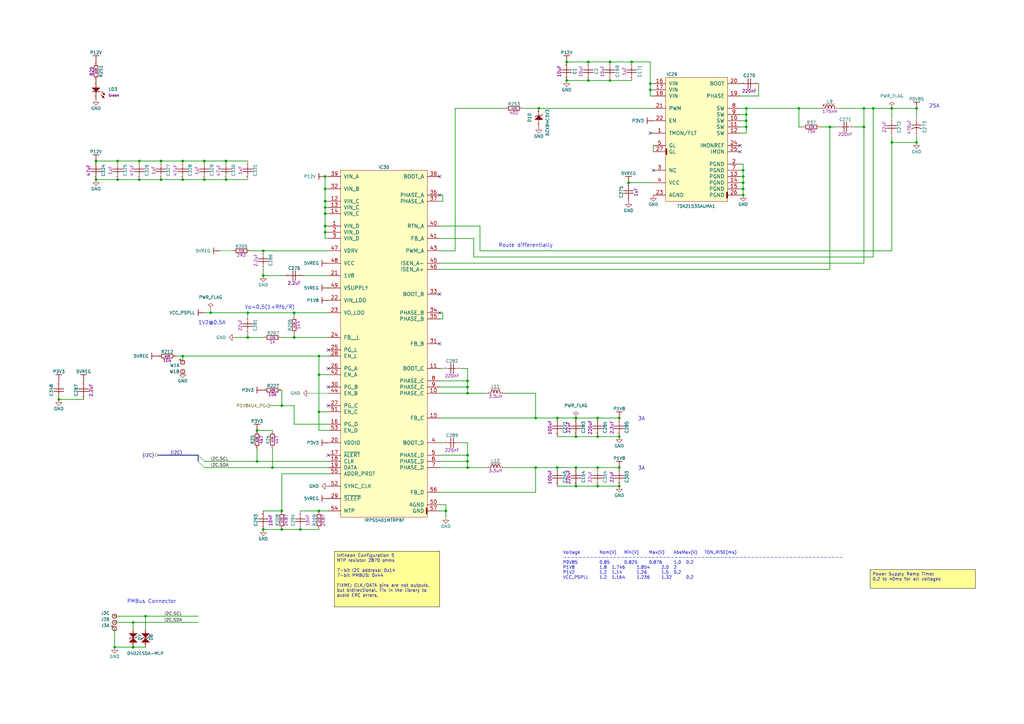
<source format=kicad_sch>
(kicad_sch (version 20250114) (generator "eeschema") (generator_version "9.0")
  (paper "A3")
  (title_block (title "Power Supply P0V85 + P1V8") (rev "-"))
  (lib_symbols
    (symbol "Capacitors SMD:CAEM7343-20_470UF_2V_20%_LESR0003_PANASONIC_EEFGX0D471R" (pin_names (offset 1.27))
      (property "Reference" "C" (at 3.81 3.048 0))
      (property "Val" "470uF" (at 3.81 -3.048 0))
      (symbol "CAEM7343-20_470UF_2V_20%_LESR0003_PANASONIC_EEFGX0D471R_0_1"
        (text "+" (at 2.54 0.762 900) (effects (font (size 1.27 1.27)) (justify left bottom)))
        (pin passive line (at 0 0 0) (length 2.54) (name "1") (number "1"))
        (pin passive line (at 7.62 0 180) (length 2.54) (name "2") (number "2"))
      )
    )
    (symbol "Capacitors SMD:CC0402_100NF_16V_10%_X7R" (pin_names (offset 1.27))
      (property "Reference" "C" (at 3.81 3.048 0))
      (property "Description" "100nF" (at 3.81 -3.048 0))
      (symbol "CC0402_100NF_16V_10%_X7R_0_1"
        (pin passive line (at 0 0 0) (length 2.54) (name "1") (number "1"))
        (pin passive line (at 7.62 0 180) (length 2.54) (name "2") (number "2"))
      )
    )
    (symbol "Capacitors SMD:CC0402_10NF_16V_10%_X7R" (pin_names (offset 1.27))
      (property "Reference" "C" (at 3.81 3.048 0))
      (property "Val" "10nF" (at 3.81 -3.048 0))
      (symbol "CC0402_10NF_16V_10%_X7R_0_1"
        (pin passive line (at 0 0 0) (length 2.54) (name "1") (number "1"))
        (pin passive line (at 7.62 0 180) (length 2.54) (name "2") (number "2"))
      )
    )
    (symbol "Capacitors SMD:CC0402_1UF_25V_10%_X5R" (pin_names (offset 1.27))
      (property "Reference" "C" (at 3.81 3.048 0))
      (property "Val" "1uF" (at 3.81 -3.048 0))
      (symbol "CC0402_1UF_25V_10%_X5R_0_1"
        (pin passive line (at 0 0 0) (length 2.54) (name "1") (number "1"))
        (pin passive line (at 7.62 0 180) (length 2.54) (name "2") (number "2"))
      )
    )
    (symbol "Capacitors SMD:CC0402_2.2UF_16V_10%_X5R" (pin_names (offset 1.27))
      (property "Reference" "C" (at 3.81 3.048 0))
      (property "Val" "2.2uF" (at 3.81 -3.048 0))
      (symbol "CC0402_2.2UF_16V_10%_X5R_0_1"
        (pin passive line (at 0 0 0) (length 2.54) (name "1") (number "1"))
        (pin passive line (at 7.62 0 180) (length 2.54) (name "2") (number "2"))
      )
    )
    (symbol "Capacitors SMD:CC0402_220NF_16V_10%_X7R" (pin_names (offset 1.27))
      (property "Reference" "C" (at 3.81 3.048 0))
      (property "Val" "220nF" (at 3.81 -3.048 0))
      (symbol "CC0402_220NF_16V_10%_X7R_0_1"
        (pin passive line (at 0 0 0) (length 2.54) (name "1") (number "1"))
        (pin passive line (at 7.62 0 180) (length 2.54) (name "2") (number "2"))
      )
    )
    (symbol "Capacitors SMD:CC0603_22UF_10V_20%_X5R" (pin_names (offset 1.27))
      (property "Reference" "C" (at 3.81 3.048 0))
      (property "Val" "22uF" (at 3.81 -3.048 0))
      (symbol "CC0603_22UF_10V_20%_X5R_0_1"
        (pin passive line (at 0 0 0) (length 2.54) (name "1") (number "1"))
        (pin passive line (at 7.62 0 180) (length 2.54) (name "2") (number "2"))
      )
    )
    (symbol "Capacitors SMD:CC0805_100UF_4V_20%_X6S_MURATA_GRM21BC80G107ME15" (pin_names (offset 1.27))
      (property "Reference" "C" (at 3.81 3.048 0))
      (property "Val" "100uF" (at 3.81 -3.048 0))
      (symbol "CC0805_100UF_4V_20%_X6S_MURATA_GRM21BC80G107ME15_0_1"
        (pin passive line (at 0 0 0) (length 2.54) (name "1") (number "1"))
        (pin passive line (at 7.62 0 180) (length 2.54) (name "2") (number "2"))
      )
    )
    (symbol "Capacitors SMD:CC1206_10UF_25V_10%_X7R" (pin_names (offset 1.27))
      (property "Reference" "C" (at 3.81 3.048 0))
      (property "Val" "10uF" (at 3.81 -3.048 0))
      (symbol "CC1206_10UF_25V_10%_X7R_0_1"
        (pin passive line (at 0 0 0) (length 2.54) (name "1") (number "1"))
        (pin passive line (at 7.62 0 180) (length 2.54) (name "2") (number "2"))
      )
    )
    (symbol "Capacitors SMD:CC1206_47UF_25V_20%_X5R" (pin_names (offset 1.27))
      (property "Reference" "C" (at 3.81 3.048 0))
      (property "Val" "47uF" (at 3.81 -3.048 0))
      (symbol "CC1206_47UF_25V_20%_X5R_0_1"
        (pin passive line (at 0 0 0) (length 2.54) (name "1") (number "1"))
        (pin passive line (at 7.62 0 180) (length 2.54) (name "2") (number "2"))
      )
    )
    (symbol "Capacitors SMD:CC1210_220UF_6.3V_20%_X5R" (pin_names (offset 1.27))
      (property "Reference" "C" (at 3.81 3.048 0))
      (property "Val" "220uF" (at 3.81 -3.048 0))
      (symbol "CC1210_220UF_6.3V_20%_X5R_0_1"
        (pin passive line (at 0 0 0) (length 2.54) (name "1") (number "1"))
        (pin passive line (at 7.62 0 180) (length 2.54) (name "2") (number "2"))
      )
    )
    (symbol "Diodes:0402ESDA-MLP" (pin_names (offset 1.27))
      (property "Reference" "D" (at 3.81 2.794 0))
      (symbol "0402ESDA-MLP_0_1"
        (pin passive line (at 0 0 0) (length 2.54) (name "1") (number "1"))
        (pin passive line (at 7.62 0 180) (length 2.54) (name "2") (number "2"))
      )
    )
    (symbol "Diodes:BZX84C3V3" (pin_names (offset 1.27))
      (property "Reference" "D" (at 3.81 2.54 0))
      (symbol "BZX84C3V3_0_1"
        (pin passive line (at 0 0 0) (length 2.54) (name "A") (number "1"))
        (pin passive line (at 7.62 0 180) (length 2.54) (name "C") (number "3"))
      )
    )
    (symbol "Inductors SMD:IND_175NH_15%_PULSE_PA2607.181NL" (pin_names (offset 1.27))
      (property "Reference" "L" (at 3.81 2.794 0))
      (property "Val" "175nH" (at 3.81 -1.27 0))
      (symbol "IND_175NH_15%_PULSE_PA2607.181NL_0_1"
        (pin passive line (at 0 0 0) (length 1.905) (name "1") (number "1"))
        (pin passive line (at 7.62 0 180) (length 1.905) (name "2") (number "2"))
      )
    )
    (symbol "Inductors SMD:IND_3.3UH_20%_COILCRAFT_XAL4030" (pin_names (offset 1.27))
      (property "Reference" "L" (at 3.81 2.794 0))
      (property "Val" "3.3uH" (at 3.81 -1.27 0))
      (symbol "IND_3.3UH_20%_COILCRAFT_XAL4030_0_1"
        (pin passive line (at 0 0 0) (length 1.905) (name "1") (number "1"))
        (pin passive line (at 7.62 0 180) (length 1.905) (name "2") (number "2"))
      )
    )
    (symbol "LEDs & Displays:LED_KINGBRIGHT_KPH-1608CGCK" (pin_names (offset 1.27))
      (property "Reference" "LD" (at -1.27 2.54 0))
      (property "Description" "Green" (at 0 -2.54 0))
      (symbol "LED_KINGBRIGHT_KPH-1608CGCK_0_1"
        (pin passive line (at -3.81 0 0) (length 2.54) (name "A") (number "2"))
        (pin passive line (at 3.81 0 180) (length 2.54) (name "C") (number "1"))
      )
      (symbol "LED_KINGBRIGHT_KPH-1608CGCK_0_2"
        (pin passive line (at -3.81 0 0) (length 2.54) (name "A") (number "2"))
        (pin passive line (at 3.81 0 180) (length 2.54) (name "C") (number "1"))
      )
    )
    (symbol "R0402_10K_1%_0.0625W_100PPM_1" (pin_names (offset 1.27))
      (property "Reference" "R" (at 3.81 1.778 0))
      (property "Tolerance" "±1%" (at 3.81 0 0))
      (property "Val" "10k" (at 3.81 -1.778 0))
      (symbol "R0402_10K_1%_0.0625W_100PPM_1_0_1"
        (pin passive line (at 0 0 0) (length 1.524) (name "1") (number "1"))
        (pin passive line (at 7.62 0 180) (length 1.524) (name "2") (number "2"))
      )
    )
    (symbol "R0402_2K87_1%_0.063W_100PPM_1" (pin_names (offset 1.27))
      (property "Reference" "R" (at 3.81 1.778 0))
      (property "Tolerance" "±1%" (at 3.81 0 0))
      (property "Val" "2K87" (at 3.81 -1.778 0))
      (symbol "R0402_2K87_1%_0.063W_100PPM_1_0_1"
        (pin passive line (at 0 0 0) (length 1.524) (name "1") (number "1"))
        (pin passive line (at 7.62 0 180) (length 1.524) (name "2") (number "2"))
      )
    )
    (symbol "R0402_4K7_1%_0.0625W_100PPM_1" (pin_names (offset 1.27))
      (property "Reference" "R" (at 3.81 1.778 0))
      (property "Tolerance" "±1%" (at 3.81 0 0))
      (property "Val" "4k7" (at 3.81 -1.778 0))
      (symbol "R0402_4K7_1%_0.0625W_100PPM_1_0_1"
        (pin passive line (at 0 0 0) (length 1.524) (name "1") (number "1"))
        (pin passive line (at 7.62 0 180) (length 1.524) (name "2") (number "2"))
      )
    )
    (symbol "Regulators:IRPS5401MTRPBF" (pin_names (offset 1.27))
      (property "Reference" "IC" (at 17.78 1.27 0))
      (symbol "IRPS5401MTRPBF_0_1"
        (pin input line (at -5.08 -2.54 0) (length 5.08) (name "VIN_A") (number "39"))
        (pin power_in line (at -5.08 -7.62 0) (length 5.08) (name "VIN_B") (number "32"))
        (pin input line (at -5.08 -12.7 0) (length 5.08) (name "VIN_C") (number "12"))
        (pin input line (at -5.08 -15.24 0) (length 5.08) (name "VIN_C") (number "13"))
        (pin input line (at -5.08 -17.78 0) (length 5.08) (name "VIN_C") (number "14"))
        (pin input line (at -5.08 -22.86 0) (length 5.08) (name "VIN_D") (number "1"))
        (pin input line (at -5.08 -25.4 0) (length 5.08) (name "VIN_D") (number "2"))
        (pin input line (at -5.08 -27.94 0) (length 5.08) (name "VIN_D") (number "3"))
        (pin output line (at -5.08 -33.02 0) (length 5.08) (name "VDRV") (number "47"))
        (pin output line (at -5.08 -38.1 0) (length 5.08) (name "VCC") (number "48"))
        (pin output line (at -5.08 -43.18 0) (length 5.08) (name "1V8") (number "21"))
        (pin input line (at -5.08 -48.26 0) (length 5.08) (name "VSUPPLY") (number "49"))
        (pin input line (at -5.08 -53.34 0) (length 5.08) (name "VIN_LDO") (number "22"))
        (pin power_in line (at -5.08 -58.42 0) (length 5.08) (name "VO_LDO") (number "23"))
        (pin input line (at -5.08 -68.58 0) (length 5.08) (name "FB__L") (number "24"))
        (pin output line (at -5.08 -73.66 0) (length 5.08) (name "PG_L") (number "25"))
        (pin input line (at -5.08 -76.2 0) (length 5.08) (name "EN_L") (number "28"))
        (pin output line (at -5.08 -81.28 0) (length 5.08) (name "PG_A") (number "26"))
        (pin input line (at -5.08 -83.82 0) (length 5.08) (name "EN_A") (number "42"))
        (pin output line (at -5.08 -88.9 0) (length 5.08) (name "PG_B") (number "30"))
        (pin input line (at -5.08 -91.44 0) (length 5.08) (name "EN_B") (number "44"))
        (pin output line (at -5.08 -96.52 0) (length 5.08) (name "PG_C") (number "27"))
        (pin input line (at -5.08 -99.06 0) (length 5.08) (name "EN_C") (number "51"))
        (pin output line (at -5.08 -104.14 0) (length 5.08) (name "PG_D") (number "16"))
        (pin input line (at -5.08 -106.68 0) (length 5.08) (name "EN_D") (number "53"))
        (pin input line (at -5.08 -111.76 0) (length 5.08) (name "VDDIO") (number "20"))
        (pin output line (at -5.08 -116.84 0) (length 5.08) (name "~{ALERT}") (number "17"))
        (pin output line (at -5.08 -119.38 0) (length 5.08) (name "CLK") (number "18"))
        (pin output line (at -5.08 -121.92 0) (length 5.08) (name "DATA") (number "19"))
        (pin input line (at -5.08 -124.46 0) (length 5.08) (name "ADDR_PROT") (number "55"))
        (pin input line (at -5.08 -129.54 0) (length 5.08) (name "SYNC_CLK") (number "52"))
        (pin input line (at -5.08 -134.62 0) (length 5.08) (name "~{SLEEP}") (number "29"))
        (pin input line (at -5.08 -139.7 0) (length 5.08) (name "MTP") (number "54"))
        (pin input line (at 40.64 -2.54 180) (length 5.08) (name "BOOT_A") (number "38"))
        (pin input line (at 40.64 -10.16 180) (length 5.08) (name "PHASE_A") (number "36"))
        (pin input line (at 40.64 -12.7 180) (length 5.08) (name "PHASE_A") (number "37"))
        (pin input line (at 40.64 -22.86 180) (length 5.08) (name "RTN_A") (number "40"))
        (pin input line (at 40.64 -27.94 180) (length 5.08) (name "FB_A") (number "41"))
        (pin output line (at 40.64 -33.02 180) (length 5.08) (name "PWM_A") (number "43"))
        (pin output line (at 40.64 -38.1 180) (length 5.08) (name "ISEN_A-") (number "45"))
        (pin output line (at 40.64 -40.64 180) (length 5.08) (name "ISEN_A+") (number "46"))
        (pin input line (at 40.64 -50.8 180) (length 5.08) (name "BOOT_B") (number "33"))
        (pin input line (at 40.64 -58.42 180) (length 5.08) (name "PHASE_B") (number "34"))
        (pin input line (at 40.64 -60.96 180) (length 5.08) (name "PHASE_B") (number "35"))
        (pin input line (at 40.64 -71.12 180) (length 5.08) (name "FB_B") (number "31"))
        (pin input line (at 40.64 -81.28 180) (length 5.08) (name "BOOT_C") (number "11"))
        (pin input line (at 40.64 -86.36 180) (length 5.08) (name "PHASE_C") (number "8"))
        (pin input line (at 40.64 -88.9 180) (length 5.08) (name "PHASE_C") (number "9"))
        (pin input line (at 40.64 -91.44 180) (length 5.08) (name "PHASE_C") (number "10"))
        (pin input line (at 40.64 -101.6 180) (length 5.08) (name "FB_C") (number "15"))
        (pin input line (at 40.64 -111.76 180) (length 5.08) (name "BOOT_D") (number "4"))
        (pin input line (at 40.64 -116.84 180) (length 5.08) (name "PHASE_D") (number "5"))
        (pin input line (at 40.64 -119.38 180) (length 5.08) (name "PHASE_D") (number "6"))
        (pin input line (at 40.64 -121.92 180) (length 5.08) (name "PHASE_D") (number "7"))
        (pin input line (at 40.64 -132.08 180) (length 5.08) (name "FB_D") (number "56"))
        (pin power_in line (at 40.64 -137.16 180) (length 5.08) (name "AGND") (number "50"))
        (pin power_in line (at 40.64 -139.7 180) (length 5.08) (name "GND") (number "57"))
      )
    )
    (symbol "Regulators:TDA21535AUMA1" (pin_names (offset 1.27))
      (property "Reference" "IC" (at 12.7 1.27 0))
      (symbol "TDA21535AUMA1_0_1"
        (pin input line (at -5.08 -2.54 0) (length 5.08) (name "VIN") (number "16"))
        (pin input line (at -5.08 -5.08 0) (length 5.08) (name "VIN") (number "17"))
        (pin input line (at -5.08 -7.62 0) (length 5.08) (name "VIN") (number "18"))
        (pin bidirectional line (at -5.08 -12.7 0) (length 5.08) (name "PWM") (number "21"))
        (pin input line (at -5.08 -17.78 0) (length 5.08) (name "EN") (number "22"))
        (pin output line (at -5.08 -22.86 0) (length 5.08) (name "TMON/FLT") (number "1"))
        (pin bidirectional line (at -5.08 -27.94 0) (length 5.08) (name "GL") (number "5"))
        (pin bidirectional line (at -5.08 -30.48 0) (length 5.08) (name "GL") (number "27"))
        (pin passive line (at -5.08 -38.1 0) (length 5.08) (name "NC") (number "3"))
        (pin power_in line (at -5.08 -43.18 0) (length 5.08) (name "VCC") (number "4"))
        (pin power_in line (at -5.08 -48.26 0) (length 5.08) (name "AGND") (number "23"))
        (pin input line (at 30.48 -2.54 180) (length 5.08) (name "BOOT") (number "20"))
        (pin input line (at 30.48 -7.62 180) (length 5.08) (name "PHASE") (number "19"))
        (pin output line (at 30.48 -12.7 180) (length 5.08) (name "SW") (number "8"))
        (pin output line (at 30.48 -15.24 180) (length 5.08) (name "SW") (number "9"))
        (pin output line (at 30.48 -17.78 180) (length 5.08) (name "SW") (number "10"))
        (pin output line (at 30.48 -20.32 180) (length 5.08) (name "SW") (number "11"))
        (pin output line (at 30.48 -22.86 180) (length 5.08) (name "SW") (number "12"))
        (pin bidirectional line (at 30.48 -27.94 180) (length 5.08) (name "IMONREF") (number "24"))
        (pin output line (at 30.48 -30.48 180) (length 5.08) (name "IMON") (number "25"))
        (pin power_in line (at 30.48 -35.56 180) (length 5.08) (name "PGND") (number "2"))
        (pin power_in line (at 30.48 -38.1 180) (length 5.08) (name "PGND") (number "7"))
        (pin power_in line (at 30.48 -40.64 180) (length 5.08) (name "PGND") (number "13"))
        (pin power_in line (at 30.48 -43.18 180) (length 5.08) (name "PGND") (number "14"))
        (pin power_in line (at 30.48 -45.72 180) (length 5.08) (name "PGND") (number "15"))
        (pin power_in line (at 30.48 -48.26 180) (length 5.08) (name "PGND") (number "26"))
      )
    )
    (symbol "Resistors SMD:R0402_10K_1%_0.0625W_100PPM" (pin_names (offset 1.27))
      (property "Reference" "R" (at 3.81 1.778 0))
      (property "Tolerance" "±1%" (at 3.81 0 0))
      (property "Val" "10k" (at 3.81 -1.778 0))
      (symbol "R0402_10K_1%_0.0625W_100PPM_0_1"
        (pin passive line (at 0 0 0) (length 1.524) (name "1") (number "1"))
        (pin passive line (at 7.62 0 180) (length 1.524) (name "2") (number "2"))
      )
    )
    (symbol "Resistors SMD:R0402_1K4_1%_0.063W_100PPM" (pin_names (offset 1.27))
      (property "Reference" "R" (at 3.81 1.778 0))
      (property "Tolerance" "±1%" (at 3.81 0 0))
      (property "Val" "1k4" (at 3.81 -1.778 0))
      (symbol "R0402_1K4_1%_0.063W_100PPM_0_1"
        (pin passive line (at 0 0 0) (length 1.524) (name "1") (number "1"))
        (pin passive line (at 7.62 0 180) (length 1.524) (name "2") (number "2"))
      )
    )
    (symbol "Resistors SMD:R0402_1K_1%_0.0625W_100PPM" (pin_names (offset 1.27))
      (property "Reference" "R" (at 3.81 1.778 0))
      (property "Tolerance" "±1%" (at 3.81 0 0))
      (property "Val" "1k" (at 3.81 -1.778 0))
      (symbol "R0402_1K_1%_0.0625W_100PPM_0_1"
        (pin passive line (at 0 0 0) (length 1.524) (name "1") (number "1"))
        (pin passive line (at 7.62 0 180) (length 1.524) (name "2") (number "2"))
      )
    )
    (symbol "Resistors SMD:R0402_2K87_1%_0.063W_100PPM" (pin_names (offset 1.27))
      (property "Reference" "R" (at 3.81 1.778 0))
      (property "Tolerance" "±1%" (at 3.81 0 0))
      (property "Val" "2K87" (at 3.81 -1.778 0))
      (symbol "R0402_2K87_1%_0.063W_100PPM_0_1"
        (pin passive line (at 0 0 0) (length 1.524) (name "1") (number "1"))
        (pin passive line (at 7.62 0 180) (length 1.524) (name "2") (number "2"))
      )
    )
    (symbol "Resistors SMD:R0402_2R2_1%_0.0625W_200PPM" (pin_names (offset 1.27))
      (property "Reference" "R" (at 3.81 1.778 0))
      (property "Tolerance" "±1%" (at 3.81 0 0))
      (property "Val" "2R2" (at 3.81 -1.778 0))
      (symbol "R0402_2R2_1%_0.0625W_200PPM_0_1"
        (pin passive line (at 0 0 0) (length 1.524) (name "1") (number "1"))
        (pin passive line (at 7.62 0 180) (length 1.524) (name "2") (number "2"))
      )
    )
    (symbol "Resistors SMD:R0402_402R_1%_0.063W_100PPM" (pin_names (offset 1.27))
      (property "Reference" "R" (at 3.81 1.778 0))
      (property "Tolerance" "±1%" (at 3.81 0 0))
      (property "Val" "402" (at 3.81 -1.778 0))
      (symbol "R0402_402R_1%_0.063W_100PPM_0_1"
        (pin passive line (at 0 0 0) (length 1.524) (name "1") (number "1"))
        (pin passive line (at 7.62 0 180) (length 1.524) (name "2") (number "2"))
      )
    )
    (symbol "Resistors SMD:R0402_4K7_1%_0.0625W_100PPM" (pin_names (offset 1.27))
      (property "Reference" "R" (at 3.81 1.778 0))
      (property "Tolerance" "±1%" (at 3.81 0 0))
      (property "Val" "4k7" (at 3.81 -1.778 0))
      (symbol "R0402_4K7_1%_0.0625W_100PPM_0_1"
        (pin passive line (at 0 0 0) (length 1.524) (name "1") (number "1"))
        (pin passive line (at 7.62 0 180) (length 1.524) (name "2") (number "2"))
      )
    )
    (symbol "Resistors SMD:R0402_75K_1%_0.0625W_100PPM" (pin_names (offset 1.27))
      (property "Reference" "R" (at 3.81 1.778 0))
      (property "Tolerance" "±1%" (at 3.81 0 0))
      (property "Val" "75k" (at 3.81 -1.778 0))
      (symbol "R0402_75K_1%_0.0625W_100PPM_0_1"
        (pin passive line (at 0 0 0) (length 1.524) (name "1") (number "1"))
        (pin passive line (at 7.62 0 180) (length 1.524) (name "2") (number "2"))
      )
    )
    (symbol "Resistors SMD:R0603_820R_1%_0.1W_100PPM" (pin_names (offset 1.27))
      (property "Reference" "R" (at 3.81 1.778 0))
      (property "Tolerance" "±1%" (at 3.81 0 0))
      (property "Val" "820" (at 3.81 -1.778 0))
      (symbol "R0603_820R_1%_0.1W_100PPM_0_1"
        (pin passive line (at 0 0 0) (length 1.524) (name "1") (number "1"))
        (pin passive line (at 7.62 0 180) (length 1.524) (name "2") (number "2"))
      )
    )
    (symbol "SAMTEC:SAMTEC_MTLW-102-07-L-S-250" (pin_names (offset 1.27))
      (property "Reference" "W" (at -1.27 0 0))
      (symbol "SAMTEC_MTLW-102-07-L-S-250_1_1"
        (pin bidirectional line (at 0 0 180) (length 0) (name "1") (number "1"))
      )
      (symbol "SAMTEC_MTLW-102-07-L-S-250_2_1"
        (pin bidirectional line (at 0 0 180) (length 0) (name "2") (number "2"))
      )
    )
    (symbol "SAMTEC:SAMTEC_MTLW-103-07-L-S-250" (pin_names (offset 1.27))
      (property "Reference" "W" (at -1.27 0 0))
      (symbol "SAMTEC_MTLW-103-07-L-S-250_1_1"
        (pin bidirectional line (at 0 0 180) (length 0) (name "1") (number "1"))
      )
      (symbol "SAMTEC_MTLW-103-07-L-S-250_2_1"
        (pin bidirectional line (at 0 0 180) (length 0) (name "2") (number "2"))
      )
      (symbol "SAMTEC_MTLW-103-07-L-S-250_3_1"
        (pin bidirectional line (at 0 0 180) (length 0) (name "3") (number "3"))
      )
    )
    (symbol "SAMTEC_MTLW-102-07-L-S-250_1" (pin_names (offset 1.27))
      (property "Reference" "W" (at -1.27 0 0))
      (symbol "SAMTEC_MTLW-102-07-L-S-250_1_1_1"
        (pin bidirectional line (at 0 0 180) (length 0) (name "1") (number "1"))
      )
      (symbol "SAMTEC_MTLW-102-07-L-S-250_1_2_1"
        (pin bidirectional line (at 0 0 180) (length 0) (name "2") (number "2"))
      )
    )
    (symbol "SAMTEC_MTLW-103-07-L-S-250_1" (pin_names (offset 1.27))
      (property "Reference" "W" (at -1.27 0 0))
      (symbol "SAMTEC_MTLW-103-07-L-S-250_1_1_1"
        (pin bidirectional line (at 0 0 180) (length 0) (name "1") (number "1"))
      )
      (symbol "SAMTEC_MTLW-103-07-L-S-250_1_2_1"
        (pin bidirectional line (at 0 0 180) (length 0) (name "2") (number "2"))
      )
      (symbol "SAMTEC_MTLW-103-07-L-S-250_1_3_1"
        (pin bidirectional line (at 0 0 180) (length 0) (name "3") (number "3"))
      )
    )
    (symbol "SAMTEC_MTLW-103-07-L-S-250_2" (pin_names (offset 1.27))
      (property "Reference" "W" (at -1.27 0 0))
      (symbol "SAMTEC_MTLW-103-07-L-S-250_2_1_1"
        (pin bidirectional line (at 0 0 180) (length 0) (name "1") (number "1"))
      )
      (symbol "SAMTEC_MTLW-103-07-L-S-250_2_2_1"
        (pin bidirectional line (at 0 0 180) (length 0) (name "2") (number "2"))
      )
      (symbol "SAMTEC_MTLW-103-07-L-S-250_2_3_1"
        (pin bidirectional line (at 0 0 180) (length 0) (name "3") (number "3"))
      )
    )
    (symbol "power:GND" (power) (pin_names (offset 0))
      (property "Value" "GND" (at 0 -3.81 0))
      (symbol "GND_1_1"
        (pin power_in line (at 0 0 270) (length 0) (hide yes) (name "GND") (number "1"))
      )
    )
    (symbol "power:PWR_FLAG" (power) (pin_numbers (hide yes)) (pin_names (offset 0) (hide yes))
      (property "Value" "PWR_FLAG" (at 0 3.81 0))
      (symbol "PWR_FLAG_0_0"
        (pin power_out line (at 0 0 90) (length 0) (name "pwr") (number "1"))
      )
    )
    (symbol "vme-wren:5VREG" (power)
      (property "Reference" "#PWR" (at 0 0 0))
      (property "Value" "5VREG" (at 0 3.81 0))
      (symbol "5VREG_0_0"
        (pin power_in line (at 0 0 0) (length 0) (hide yes) (name "5VREG") (number ""))
      )
    )
    (symbol "vme-wren:P0V85" (power)
      (property "Reference" "#PWR" (at 0 0 0))
      (property "Value" "P0V85" (at 0 3.81 0))
      (symbol "P0V85_0_0"
        (pin power_in line (at 0 0 0) (length 0) (hide yes) (name "P0V85") (number ""))
      )
    )
    (symbol "vme-wren:P12V" (power)
      (property "Value" "P12V" (at 0 -6.096 90))
      (symbol "P12V_0_0"
        (pin power_in line (at 0 0 0) (length 0) (hide yes) (name "P12V") (number ""))
      )
    )
    (symbol "vme-wren:P1V8" (power)
      (property "Value" "P1V8" (at 0 -3.81 0))
      (symbol "P1V8_0_0"
        (pin power_in line (at 0 0 0) (length 0) (hide yes) (name "P1V8") (number ""))
      )
    )
    (symbol "vme-wren:P3V3" (power)
      (property "Value" "P3V3" (at 0 -3.81 0))
      (symbol "P3V3_0_0"
        (pin power_in line (at 0 0 0) (length 0) (hide yes) (name "P3V3") (number ""))
      )
    )
    (symbol "vme-wren:VCC_PSPLL" (power)
      (property "Reference" "#PWR" (at 0 0 0))
      (property "Value" "VCC_PSPLL" (at 0 3.81 0))
      (symbol "VCC_PSPLL_0_0"
        (pin power_in line (at 0 0 0) (length 0) (hide yes) (name "VCC_PSPLL") (number ""))
      )
    )
  )
  (text "PMBus Connector" (at 52.07 247.65 0) (effects (font (size 1.524 1.524)) (justify left bottom)))
  (text "3A" (at 261.62 172.72 0) (effects (font (size 1.524 1.524)) (justify left bottom)))
  (text "Route differentially" (at 204.47 101.6 0) (effects (font (size 1.524 1.524)) (justify left bottom)))
  (text "Vo=0.5(1+Rfb/R)" (at 100.33 127 0) (effects (font (size 1.524 1.524)) (justify left bottom)))
  (text "1V2@0.5A" (at 81.28 133.35 0) (effects (font (size 1.524 1.524)) (justify left bottom)))
  (text "3A" (at 261.62 193.04 0) (effects (font (size 1.524 1.524)) (justify left bottom)))
  (text "25A" (at 381 44.45 0) (effects (font (size 1.524 1.524)) (justify left bottom)))
  (text_box "Voltage		Nom(V)	Min(V)	Max(V)	AbsMax(V)   TON_RISE(ms)\n-------------------------------------------------------------------------\nP0V85		0.85	0.825	0.876	1.0	0.2\nP1V8		1.8	1.746	1.854	2.0	2\nP1V2		1.2	1.14	1.26	1.5	0.2\nVCC_PSPLL	1.2	1.164	1.236	1.32	0.2" (at 229.87 224.79 0) (size 116.84 20.32) (margins 0.9524 0.9524 0.9524 0.9524) (stroke (width -0.0001) (color 0 0 0 1)) (fill (type color) (color 255 255 255 1)) (effects (font (size 1.27 1.27)) (justify left top)))
  (text_box "Power Supply Ramp Time:\n0.2 to 40ms for all voltages" (at 400.05 233.68 0) (size -43.18 7.62) (margins 0.9525 0.9525 0.9525 0.9525) (stroke (width 0) (color 0 0 0 1)) (fill (type color) (color 255 255 150 1)) (effects (font (size 1.27 1.27)) (justify left top)))
  (text_box "Infineon Configuration 5\nMTP resistor 2870 ohms\n\n7-bit I2C address: 0x14\n7-bit PMBUS: 0x44\n\nFIXME: CLK/DATA pins are not outputs, but bidirectional. Fix in the library to avoid ERC errors." (at 137.16 226.06 0) (size 43.18 22.86) (margins 0.9525 0.9525 0.9525 0.9525) (stroke (width 0) (color 0 0 0 1)) (fill (type color) (color 255 255 150 1)) (effects (font (size 1.27 1.27)) (justify left top)))
  (junction (at 306.07 44.45))
  (junction (at 245.11 191.77))
  (junction (at 92.71 73.66))
  (junction (at 133.35 72.39))
  (junction (at 191.77 158.75))
  (junction (at 340.36 52.07))
  (junction (at 245.11 199.39))
  (junction (at 191.77 191.77))
  (junction (at 354.33 44.45))
  (junction (at 327.66 44.45))
  (junction (at 306.07 46.99))
  (junction (at 66.04 73.66))
  (junction (at 254 191.77))
  (junction (at 83.82 73.66))
  (junction (at 120.65 138.43))
  (junction (at 236.22 179.07))
  (junction (at 74.93 146.05))
  (junction (at 115.57 166.37))
  (junction (at 375.92 44.45))
  (junction (at 115.57 217.17))
  (junction (at 101.6 128.27))
  (junction (at 228.6 191.77))
  (junction (at 48.26 73.66))
  (junction (at 257.81 74.93))
  (junction (at 306.07 49.53))
  (junction (at 111.76 191.77))
  (junction (at 57.15 73.66))
  (junction (at 191.77 186.69))
  (junction (at 304.8 69.85))
  (junction (at 107.95 217.17))
  (junction (at 241.3 33.02))
  (junction (at 191.77 189.23))
  (junction (at 130.81 153.67))
  (junction (at 236.22 191.77))
  (junction (at 219.71 171.45))
  (junction (at 250.19 33.02))
  (junction (at 120.65 128.27))
  (junction (at 133.35 82.55))
  (junction (at 354.33 52.07))
  (junction (at 236.22 199.39))
  (junction (at 46.99 265.43))
  (junction (at 133.35 77.47))
  (junction (at 105.41 176.53))
  (junction (at 365.76 58.42))
  (junction (at 254 199.39))
  (junction (at 266.7 36.83))
  (junction (at 24.13 163.83))
  (junction (at 365.76 44.45))
  (junction (at 130.81 209.55))
  (junction (at 133.35 95.25))
  (junction (at 358.14 44.45))
  (junction (at 54.61 255.27))
  (junction (at 83.82 66.04))
  (junction (at 86.36 128.27))
  (junction (at 123.19 217.17))
  (junction (at 133.35 92.71))
  (junction (at 191.77 156.21))
  (junction (at 304.8 72.39))
  (junction (at 133.35 85.09))
  (junction (at 306.07 52.07))
  (junction (at 48.26 66.04))
  (junction (at 232.41 25.4))
  (junction (at 220.98 44.45))
  (junction (at 250.19 25.4))
  (junction (at 254 179.07))
  (junction (at 101.6 138.43))
  (junction (at 74.93 66.04))
  (junction (at 92.71 66.04))
  (junction (at 241.3 25.4))
  (junction (at 115.57 209.55))
  (junction (at 304.8 80.01))
  (junction (at 74.93 73.66))
  (junction (at 191.77 161.29))
  (junction (at 130.81 168.91))
  (junction (at 266.7 34.29))
  (junction (at 107.95 113.03))
  (junction (at 105.41 189.23))
  (junction (at 232.41 33.02))
  (junction (at 107.95 102.87))
  (junction (at 254 171.45))
  (junction (at 59.69 252.73))
  (junction (at 66.04 66.04))
  (junction (at 304.8 77.47))
  (junction (at 133.35 87.63))
  (junction (at 219.71 191.77))
  (junction (at 259.08 25.4))
  (junction (at 245.11 179.07))
  (junction (at 39.37 66.04))
  (junction (at 375.92 58.42))
  (junction (at 236.22 171.45))
  (junction (at 304.8 74.93))
  (junction (at 39.37 73.66))
  (junction (at 130.81 146.05))
  (junction (at 245.11 171.45))
  (junction (at 228.6 171.45))
  (junction (at 182.88 209.55))
  (junction (at 57.15 66.04))
  (junction (at 54.61 265.43))
  (no_connect (at 267.97 69.85))
  (no_connect (at 134.62 158.75))
  (no_connect (at 266.7 54.61))
  (no_connect (at 180.34 128.27))
  (no_connect (at 180.34 120.65))
  (no_connect (at 134.62 151.13))
  (no_connect (at 134.62 186.69))
  (no_connect (at 303.53 59.69))
  (no_connect (at 134.62 143.51))
  (no_connect (at 134.62 166.37))
  (no_connect (at 180.34 72.39))
  (no_connect (at 303.53 62.23))
  (no_connect (at 180.34 140.97))
  (no_connect (at 180.34 80.01))
  (bus_entry (at 81.28 186.69) (size 2.54 2.54))
  (bus_entry (at 81.28 189.23) (size 2.54 2.54))
  (wire (pts (xy 191.77 189.23) (xy 191.77 191.77)) (stroke (width 0.254)))
  (wire (pts (xy 236.22 179.07) (xy 245.11 179.07)) (stroke (width 0.254)))
  (wire (pts (xy 81.28 252.73) (xy 59.69 252.73)) (stroke (width 0.254)))
  (wire (pts (xy 267.97 59.69) (xy 267.97 62.23)) (stroke (width 0.254)))
  (wire (pts (xy 59.69 252.73) (xy 46.99 252.73)) (stroke (width 0.254)))
  (wire (pts (xy 267.97 44.45) (xy 220.98 44.45)) (stroke (width 0.254)))
  (wire (pts (xy 354.33 52.07) (xy 350.52 52.07)) (stroke (width 0.254)))
  (wire (pts (xy 181.61 82.55) (xy 180.34 82.55)) (stroke (width 0.254)))
  (wire (pts (xy 83.82 128.27) (xy 86.36 128.27)) (stroke (width 0.254)))
  (wire (pts (xy 194.31 97.79) (xy 194.31 105.41)) (stroke (width 0.254)))
  (wire (pts (xy 365.76 58.42) (xy 375.92 58.42)) (stroke (width 0.254)))
  (wire (pts (xy 266.7 39.37) (xy 267.97 39.37)) (stroke (width 0.254)))
  (wire (pts (xy 266.7 36.83) (xy 267.97 36.83)) (stroke (width 0.254)))
  (wire (pts (xy 228.6 171.45) (xy 219.71 171.45)) (stroke (width 0.254)))
  (wire (pts (xy 130.81 168.91) (xy 134.62 168.91)) (stroke (width 0.254)))
  (wire (pts (xy 54.61 255.27) (xy 46.99 255.27)) (stroke (width 0.254)))
  (wire (pts (xy 354.33 44.45) (xy 354.33 52.07)) (stroke (width 0.254)))
  (wire (pts (xy 130.81 209.55) (xy 134.62 209.55)) (stroke (width 0.254)))
  (wire (pts (xy 267.97 34.29) (xy 266.7 34.29)) (stroke (width 0.254)))
  (wire (pts (xy 105.41 189.23) (xy 134.62 189.23)) (stroke (width 0.254)))
  (wire (pts (xy 134.62 173.99) (xy 120.65 173.99)) (stroke (width 0.254)))
  (wire (pts (xy 191.77 191.77) (xy 180.34 191.77)) (stroke (width 0.254)))
  (bus (pts (xy 64.77 186.69) (xy 81.28 186.69)))
  (wire (pts (xy 186.69 102.87) (xy 186.69 44.45)) (stroke (width 0.254)))
  (wire (pts (xy 57.15 66.04) (xy 66.04 66.04)) (stroke (width 0.254)))
  (wire (pts (xy 66.04 66.04) (xy 74.93 66.04)) (stroke (width 0.254)))
  (wire (pts (xy 191.77 186.69) (xy 191.77 189.23)) (stroke (width 0.254)))
  (wire (pts (xy 375.92 58.42) (xy 375.92 55.88)) (stroke (width 0.254)))
  (wire (pts (xy 189.23 151.13) (xy 191.77 151.13)) (stroke (width 0.254)))
  (wire (pts (xy 86.36 128.27) (xy 101.6 128.27)) (stroke (width 0.254)))
  (wire (pts (xy 236.22 191.77) (xy 245.11 191.77)) (stroke (width 0.254)))
  (wire (pts (xy 304.8 80.01) (xy 304.8 77.47)) (stroke (width 0.254)))
  (wire (pts (xy 46.99 265.43) (xy 54.61 265.43)) (stroke (width 0.254)))
  (wire (pts (xy 328.93 52.07) (xy 327.66 52.07)) (stroke (width 0.254)))
  (wire (pts (xy 304.8 74.93) (xy 304.8 72.39)) (stroke (width 0.254)))
  (wire (pts (xy 245.11 179.07) (xy 254 179.07)) (stroke (width 0.254)))
  (wire (pts (xy 182.88 212.09) (xy 182.88 209.55)) (stroke (width 0.254)))
  (wire (pts (xy 180.34 102.87) (xy 186.69 102.87)) (stroke (width 0.254)))
  (wire (pts (xy 182.88 209.55) (xy 180.34 209.55)) (stroke (width 0.254)))
  (wire (pts (xy 181.61 128.27) (xy 181.61 130.81)) (stroke (width 0.254)))
  (wire (pts (xy 232.41 33.02) (xy 241.3 33.02)) (stroke (width 0.254)))
  (wire (pts (xy 354.33 107.95) (xy 354.33 52.07)) (stroke (width 0.254)))
  (wire (pts (xy 86.36 127) (xy 86.36 128.27)))
  (wire (pts (xy 358.14 44.45) (xy 365.76 44.45)) (stroke (width 0.254)))
  (wire (pts (xy 133.35 77.47) (xy 133.35 72.39)) (stroke (width 0.254)))
  (wire (pts (xy 365.76 44.45) (xy 375.92 44.45)) (stroke (width 0.254)))
  (wire (pts (xy 266.7 25.4) (xy 266.7 34.29)) (stroke (width 0.254)))
  (wire (pts (xy 83.82 73.66) (xy 92.71 73.66)) (stroke (width 0.254)))
  (wire (pts (xy 115.57 166.37) (xy 110.49 166.37)) (stroke (width 0.254)))
  (wire (pts (xy 180.34 128.27) (xy 181.61 128.27)) (stroke (width 0.254)))
  (wire (pts (xy 306.07 52.07) (xy 303.53 52.07)) (stroke (width 0.254)))
  (wire (pts (xy 181.61 130.81) (xy 180.34 130.81)) (stroke (width 0.254)))
  (wire (pts (xy 180.34 80.01) (xy 181.61 80.01)) (stroke (width 0.254)))
  (wire (pts (xy 101.6 138.43) (xy 101.6 137.16)) (stroke (width 0.254)))
  (wire (pts (xy 219.71 161.29) (xy 207.01 161.29)) (stroke (width 0.254)))
  (wire (pts (xy 133.35 82.55) (xy 133.35 85.09)) (stroke (width 0.254)))
  (wire (pts (xy 107.95 102.87) (xy 134.62 102.87)) (stroke (width 0.254)))
  (wire (pts (xy 241.3 25.4) (xy 250.19 25.4)) (stroke (width 0.254)))
  (wire (pts (xy 306.07 44.45) (xy 306.07 46.99)) (stroke (width 0.254)))
  (wire (pts (xy 46.99 257.81) (xy 46.99 265.43)) (stroke (width 0.254)))
  (wire (pts (xy 48.26 66.04) (xy 57.15 66.04)) (stroke (width 0.254)))
  (wire (pts (xy 134.62 82.55) (xy 133.35 82.55)) (stroke (width 0.254)))
  (wire (pts (xy 107.95 113.03) (xy 107.95 110.49)) (stroke (width 0.254)))
  (wire (pts (xy 180.34 92.71) (xy 196.85 92.71)) (stroke (width 0.254)))
  (wire (pts (xy 83.82 189.23) (xy 105.41 189.23)) (stroke (width 0.254)))
  (wire (pts (xy 306.07 49.53) (xy 306.07 52.07)) (stroke (width 0.254)))
  (wire (pts (xy 120.65 138.43) (xy 134.62 138.43)) (stroke (width 0.254)))
  (bus (pts (xy 81.28 186.69) (xy 81.28 189.23)))
  (wire (pts (xy 259.08 25.4) (xy 266.7 25.4)) (stroke (width 0.254)))
  (wire (pts (xy 219.71 171.45) (xy 219.71 161.29)) (stroke (width 0.254)))
  (wire (pts (xy 186.69 44.45) (xy 207.01 44.45)) (stroke (width 0.254)))
  (wire (pts (xy 340.36 110.49) (xy 340.36 52.07)) (stroke (width 0.254)))
  (wire (pts (xy 365.76 102.87) (xy 365.76 58.42)) (stroke (width 0.254)))
  (wire (pts (xy 228.6 179.07) (xy 236.22 179.07)) (stroke (width 0.254)))
  (wire (pts (xy 101.6 128.27) (xy 120.65 128.27)) (stroke (width 0.254)))
  (wire (pts (xy 250.19 33.02) (xy 259.08 33.02)) (stroke (width 0.254)))
  (wire (pts (xy 107.95 217.17) (xy 115.57 217.17)) (stroke (width 0.254)))
  (wire (pts (xy 39.37 66.04) (xy 48.26 66.04)) (stroke (width 0.254)))
  (wire (pts (xy 228.6 191.77) (xy 236.22 191.77)) (stroke (width 0.254)))
  (wire (pts (xy 180.34 186.69) (xy 191.77 186.69)) (stroke (width 0.254)))
  (wire (pts (xy 120.65 173.99) (xy 120.65 166.37)) (stroke (width 0.254)))
  (wire (pts (xy 191.77 156.21) (xy 191.77 158.75)) (stroke (width 0.254)))
  (wire (pts (xy 116.84 113.03) (xy 107.95 113.03)) (stroke (width 0.254)))
  (wire (pts (xy 180.34 156.21) (xy 191.77 156.21)) (stroke (width 0.254)))
  (wire (pts (xy 303.53 67.31) (xy 304.8 67.31)) (stroke (width 0.254)))
  (wire (pts (xy 115.57 217.17) (xy 123.19 217.17)) (stroke (width 0.254)))
  (wire (pts (xy 311.15 39.37) (xy 311.15 34.29)) (stroke (width 0.254)))
  (wire (pts (xy 130.81 146.05) (xy 134.62 146.05)) (stroke (width 0.254)))
  (wire (pts (xy 340.36 52.07) (xy 336.55 52.07)) (stroke (width 0.254)))
  (wire (pts (xy 105.41 184.15) (xy 105.41 189.23)) (stroke (width 0.254)))
  (wire (pts (xy 342.9 52.07) (xy 340.36 52.07)) (stroke (width 0.254)))
  (wire (pts (xy 74.93 66.04) (xy 83.82 66.04)) (stroke (width 0.254)))
  (wire (pts (xy 191.77 158.75) (xy 180.34 158.75)) (stroke (width 0.254)))
  (wire (pts (xy 74.93 146.05) (xy 130.81 146.05)) (stroke (width 0.254)))
  (wire (pts (xy 191.77 191.77) (xy 199.39 191.77)) (stroke (width 0.254)))
  (wire (pts (xy 130.81 153.67) (xy 130.81 168.91)) (stroke (width 0.254)))
  (wire (pts (xy 133.35 95.25) (xy 134.62 95.25)) (stroke (width 0.254)))
  (wire (pts (xy 304.8 74.93) (xy 303.53 74.93)) (stroke (width 0.254)))
  (wire (pts (xy 228.6 199.39) (xy 236.22 199.39)) (stroke (width 0.254)))
  (wire (pts (xy 124.46 113.03) (xy 134.62 113.03)) (stroke (width 0.254)))
  (wire (pts (xy 254 171.45) (xy 245.11 171.45)) (stroke (width 0.254)))
  (wire (pts (xy 303.53 44.45) (xy 306.07 44.45)) (stroke (width 0.254)))
  (wire (pts (xy 257.81 74.93) (xy 267.97 74.93)) (stroke (width 0.254)))
  (wire (pts (xy 181.61 151.13) (xy 180.34 151.13)) (stroke (width 0.254)))
  (wire (pts (xy 306.07 49.53) (xy 303.53 49.53)) (stroke (width 0.254)))
  (wire (pts (xy 181.61 181.61) (xy 180.34 181.61)) (stroke (width 0.254)))
  (wire (pts (xy 74.93 73.66) (xy 83.82 73.66)) (stroke (width 0.254)))
  (wire (pts (xy 127 161.29) (xy 134.62 161.29)))
  (wire (pts (xy 207.01 191.77) (xy 219.71 191.77)) (stroke (width 0.254)))
  (wire (pts (xy 111.76 191.77) (xy 134.62 191.77)) (stroke (width 0.254)))
  (wire (pts (xy 306.07 46.99) (xy 306.07 49.53)) (stroke (width 0.254)))
  (wire (pts (xy 245.11 191.77) (xy 254 191.77)) (stroke (width 0.254)))
  (wire (pts (xy 236.22 171.45) (xy 228.6 171.45)) (stroke (width 0.254)))
  (wire (pts (xy 344.17 44.45) (xy 354.33 44.45)) (stroke (width 0.254)))
  (wire (pts (xy 219.71 201.93) (xy 219.71 191.77)) (stroke (width 0.254)))
  (wire (pts (xy 304.8 67.31) (xy 304.8 69.85)) (stroke (width 0.254)))
  (wire (pts (xy 92.71 66.04) (xy 101.6 66.04)) (stroke (width 0.254)))
  (wire (pts (xy 133.35 97.79) (xy 134.62 97.79)) (stroke (width 0.254)))
  (wire (pts (xy 57.15 73.66) (xy 66.04 73.66)) (stroke (width 0.254)))
  (wire (pts (xy 59.69 257.81) (xy 59.69 252.73)) (stroke (width 0.254)))
  (wire (pts (xy 306.07 46.99) (xy 303.53 46.99)) (stroke (width 0.254)))
  (wire (pts (xy 180.34 110.49) (xy 340.36 110.49)) (stroke (width 0.254)))
  (wire (pts (xy 191.77 181.61) (xy 191.77 186.69)) (stroke (width 0.254)))
  (wire (pts (xy 123.19 209.55) (xy 130.81 209.55)) (stroke (width 0.254)))
  (wire (pts (xy 130.81 168.91) (xy 130.81 176.53)) (stroke (width 0.254)))
  (wire (pts (xy 191.77 189.23) (xy 180.34 189.23)) (stroke (width 0.254)))
  (wire (pts (xy 180.34 201.93) (xy 219.71 201.93)) (stroke (width 0.254)))
  (wire (pts (xy 245.11 171.45) (xy 236.22 171.45)) (stroke (width 0.254)))
  (wire (pts (xy 134.62 77.47) (xy 133.35 77.47)) (stroke (width 0.254)))
  (wire (pts (xy 101.6 129.54) (xy 101.6 128.27)) (stroke (width 0.254)))
  (wire (pts (xy 74.93 148.59) (xy 74.93 146.05)) (stroke (width 0.254)))
  (wire (pts (xy 120.65 166.37) (xy 115.57 166.37)) (stroke (width 0.254)))
  (wire (pts (xy 191.77 161.29) (xy 180.34 161.29)) (stroke (width 0.254)))
  (wire (pts (xy 133.35 82.55) (xy 133.35 77.47)) (stroke (width 0.254)))
  (wire (pts (xy 105.41 176.53) (xy 111.76 176.53)) (stroke (width 0.254)))
  (wire (pts (xy 90.17 102.87) (xy 95.25 102.87)))
  (wire (pts (xy 191.77 158.75) (xy 191.77 161.29)) (stroke (width 0.254)))
  (wire (pts (xy 354.33 44.45) (xy 358.14 44.45)) (stroke (width 0.254)))
  (wire (pts (xy 182.88 209.55) (xy 182.88 207.01)) (stroke (width 0.254)))
  (wire (pts (xy 72.39 146.05) (xy 74.93 146.05)) (stroke (width 0.254)))
  (wire (pts (xy 304.8 69.85) (xy 304.8 72.39)) (stroke (width 0.254)))
  (wire (pts (xy 81.28 255.27) (xy 54.61 255.27)) (stroke (width 0.254)))
  (wire (pts (xy 306.07 54.61) (xy 303.53 54.61)) (stroke (width 0.254)))
  (wire (pts (xy 180.34 97.79) (xy 194.31 97.79)) (stroke (width 0.254)))
  (wire (pts (xy 365.76 44.45) (xy 365.76 48.26)) (stroke (width 0.254)))
  (wire (pts (xy 250.19 25.4) (xy 259.08 25.4)) (stroke (width 0.254)))
  (wire (pts (xy 120.65 128.27) (xy 134.62 128.27)) (stroke (width 0.254)))
  (wire (pts (xy 102.87 102.87) (xy 107.95 102.87)) (stroke (width 0.254)))
  (wire (pts (xy 54.61 265.43) (xy 59.69 265.43)) (stroke (width 0.254)))
  (wire (pts (xy 303.53 39.37) (xy 311.15 39.37)) (stroke (width 0.254)))
  (wire (pts (xy 358.14 105.41) (xy 358.14 44.45)) (stroke (width 0.254)))
  (wire (pts (xy 214.63 44.45) (xy 220.98 44.45)) (stroke (width 0.254)))
  (wire (pts (xy 306.07 52.07) (xy 306.07 54.61)) (stroke (width 0.254)))
  (wire (pts (xy 133.35 85.09) (xy 134.62 85.09)) (stroke (width 0.254)))
  (wire (pts (xy 111.76 184.15) (xy 111.76 191.77)) (stroke (width 0.254)))
  (wire (pts (xy 66.04 73.66) (xy 74.93 73.66)) (stroke (width 0.254)))
  (wire (pts (xy 133.35 92.71) (xy 133.35 87.63)) (stroke (width 0.254)))
  (wire (pts (xy 83.82 191.77) (xy 111.76 191.77)) (stroke (width 0.254)))
  (wire (pts (xy 39.37 73.66) (xy 48.26 73.66)) (stroke (width 0.254)))
  (wire (pts (xy 133.35 85.09) (xy 133.35 87.63)) (stroke (width 0.254)))
  (wire (pts (xy 304.8 72.39) (xy 303.53 72.39)) (stroke (width 0.254)))
  (wire (pts (xy 194.31 105.41) (xy 358.14 105.41)) (stroke (width 0.254)))
  (wire (pts (xy 54.61 257.81) (xy 54.61 255.27)) (stroke (width 0.254)))
  (wire (pts (xy 191.77 151.13) (xy 191.77 156.21)) (stroke (width 0.254)))
  (wire (pts (xy 107.95 209.55) (xy 115.57 209.55)) (stroke (width 0.254)))
  (wire (pts (xy 115.57 194.31) (xy 134.62 194.31)) (stroke (width 0.254)))
  (wire (pts (xy 92.71 73.66) (xy 101.6 73.66)) (stroke (width 0.254)))
  (wire (pts (xy 180.34 107.95) (xy 354.33 107.95)) (stroke (width 0.254)))
  (wire (pts (xy 245.11 199.39) (xy 254 199.39)) (stroke (width 0.254)))
  (wire (pts (xy 120.65 129.54) (xy 120.65 128.27)) (stroke (width 0.254)))
  (wire (pts (xy 304.8 77.47) (xy 304.8 74.93)) (stroke (width 0.254)))
  (wire (pts (xy 303.53 69.85) (xy 304.8 69.85)) (stroke (width 0.254)))
  (wire (pts (xy 133.35 92.71) (xy 133.35 95.25)) (stroke (width 0.254)))
  (wire (pts (xy 232.41 25.4) (xy 241.3 25.4)) (stroke (width 0.254)))
  (wire (pts (xy 191.77 161.29) (xy 199.39 161.29)) (stroke (width 0.254)))
  (wire (pts (xy 133.35 87.63) (xy 134.62 87.63)) (stroke (width 0.254)))
  (wire (pts (xy 101.6 138.43) (xy 107.95 138.43)) (stroke (width 0.254)))
  (wire (pts (xy 219.71 171.45) (xy 180.34 171.45)) (stroke (width 0.254)))
  (wire (pts (xy 130.81 153.67) (xy 134.62 153.67)) (stroke (width 0.254)))
  (wire (pts (xy 327.66 44.45) (xy 306.07 44.45)) (stroke (width 0.254)))
  (wire (pts (xy 115.57 138.43) (xy 120.65 138.43)) (stroke (width 0.254)))
  (wire (pts (xy 120.65 138.43) (xy 120.65 137.16)) (stroke (width 0.254)))
  (wire (pts (xy 189.23 181.61) (xy 191.77 181.61)) (stroke (width 0.254)))
  (wire (pts (xy 115.57 166.37) (xy 115.57 160.02)) (stroke (width 0.254)))
  (wire (pts (xy 266.7 54.61) (xy 267.97 54.61)) (stroke (width 0.254)))
  (wire (pts (xy 123.19 217.17) (xy 130.81 217.17)) (stroke (width 0.254)))
  (wire (pts (xy 134.62 92.71) (xy 133.35 92.71)) (stroke (width 0.254)))
  (wire (pts (xy 24.13 163.83) (xy 34.29 163.83)) (stroke (width 0.254)))
  (wire (pts (xy 375.92 44.45) (xy 375.92 48.26)) (stroke (width 0.254)))
  (wire (pts (xy 365.76 58.42) (xy 365.76 55.88)) (stroke (width 0.254)))
  (wire (pts (xy 83.82 66.04) (xy 92.71 66.04)) (stroke (width 0.254)))
  (wire (pts (xy 241.3 33.02) (xy 250.19 33.02)) (stroke (width 0.254)))
  (wire (pts (xy 304.8 77.47) (xy 303.53 77.47)) (stroke (width 0.254)))
  (wire (pts (xy 96.52 138.43) (xy 101.6 138.43)) (stroke (width 0.254)))
  (wire (pts (xy 130.81 146.05) (xy 130.81 153.67)) (stroke (width 0.254)))
  (wire (pts (xy 133.35 72.39) (xy 134.62 72.39)) (stroke (width 0.254)))
  (wire (pts (xy 219.71 191.77) (xy 228.6 191.77)) (stroke (width 0.254)))
  (wire (pts (xy 266.7 34.29) (xy 266.7 36.83)) (stroke (width 0.254)))
  (wire (pts (xy 304.8 80.01) (xy 303.53 80.01)) (stroke (width 0.254)))
  (wire (pts (xy 266.7 36.83) (xy 266.7 39.37)) (stroke (width 0.254)))
  (wire (pts (xy 48.26 73.66) (xy 57.15 73.66)) (stroke (width 0.254)))
  (wire (pts (xy 236.22 199.39) (xy 245.11 199.39)) (stroke (width 0.254)))
  (wire (pts (xy 327.66 52.07) (xy 327.66 44.45)) (stroke (width 0.254)))
  (wire (pts (xy 196.85 92.71) (xy 196.85 102.87)) (stroke (width 0.254)))
  (wire (pts (xy 133.35 95.25) (xy 133.35 97.79)) (stroke (width 0.254)))
  (wire (pts (xy 130.81 176.53) (xy 134.62 176.53)) (stroke (width 0.254)))
  (wire (pts (xy 181.61 80.01) (xy 181.61 82.55)) (stroke (width 0.254)))
  (wire (pts (xy 196.85 102.87) (xy 365.76 102.87)) (stroke (width 0.254)))
  (wire (pts (xy 115.57 209.55) (xy 115.57 194.31)) (stroke (width 0.254)))
  (wire (pts (xy 182.88 207.01) (xy 180.34 207.01)) (stroke (width 0.254)))
  (wire (pts (xy 336.55 44.45) (xy 327.66 44.45)) (stroke (width 0.254)))
  (label "I2C.SCL" (at 86.36 189.23 0))
  (label "I2C.SDA" (at 67.31 255.27 0))
  (label "{I2C}" (at 69.85 186.69 0))
  (label "I2C.SCL" (at 67.31 252.73 0))
  (label "I2C.SDA" (at 86.36 191.77 0))
  (hierarchical_label "{I2C}" (shape bidirectional) (at 64.77 186.69 180))
  (hierarchical_label "P1V8AUX_PG" (shape output) (at 110.49 166.37 180))
  (symbol (lib_id "vme-wren:5VREG") (at 90.17 102.87 270) (unit 1)
    (property "Reference" "#PWR0543" (effects (hide yes)))
    (property "Value" "5VREG" (at 86.36 102.87 90) (effects (justify right)))
  )
  (symbol (lib_id "vme-wren:P12V") (at 39.37 25.4 180) (unit 1)
    (property "Reference" "#PWR0546" (effects (hide yes)))
    (property "Value" "P12V" (at 39.37 21.59 0))
  )
  (symbol (lib_id "Capacitors SMD:CC0402_100NF_16V_10%_X7R") (at 24.13 163.83 90) (unit 1)
    (property "Reference" "C348" (at 21.082 160.02 0))
    (property "Value" "CC0402_100NF_16V_10%_X7R" (effects (hide yes)))
    (property "Footprint" "Capacitors SMD:CAPC1005X55N" (effects (hide yes)))
    (property "Description" "100nF" (effects (hide yes)))
    (property "SMD" "Yes" (effects (hide yes)))
    (property "Part Number" "CC0402_100NF_16V_10%_X7R" (effects (hide yes)))
    (property "Library Ref" "Capacitor - non polarized" (effects (hide yes)))
    (property "Library Path" "SchLib\\Capacitors.SchLib" (effects (hide yes)))
    (property "Comment" "100nF" (effects (hide yes)))
    (property "Component Kind" "Standard" (effects (hide yes)))
    (property "Component Type" "Standard" (effects (hide yes)))
    (property "Pin Count" "2" (effects (hide yes)))
    (property "Footprint Path" "PcbLib\\Capacitors SMD.PcbLib" (effects (hide yes)))
    (property "Footprint Ref" "CAPC1005X55N" (effects (hide yes)))
    (property "PackageDescription" " " (effects (hide yes)))
    (property "Status" "Not Recommended" (effects (hide yes)))
    (property "Status Comment" " " (effects (hide yes)))
    (property "Voltage" "16V" (effects (hide yes)))
    (property "Tolerance" "±10%" (effects (hide yes)))
    (property "Part Description" "SMD Multilayer Chip Ceramic Capacitor" (effects (hide yes)))
    (property "Manufacturer" "GENERIC" (effects (hide yes)))
    (property "Manufacturer Part Number" "CC0402_100NF_16V_10%_X7R" (effects (hide yes)))
    (property "Case" "0402" (effects (hide yes)))
    (property "Mounted" "Yes" (effects (hide yes)))
    (property "Socket" "No" (effects (hide yes)))
    (property "PressFit" " " (effects (hide yes)))
    (property "Sense" "No" (effects (hide yes)))
    (property "Sense Comment" " " (effects (hide yes)))
    (property "ComponentHeight" " " (effects (hide yes)))
    (property "Manufacturer1 Example" "MURATA" (effects (hide yes)))
    (property "Manufacturer1 Part Number" "GRM155R71C104KA88D" (effects (hide yes)))
    (property "Manufacturer1 ComponentHeight" "0.55mm" (effects (hide yes)))
    (property "Author" "CERN DEM JLC" (effects (hide yes)))
    (property "CreateDate" "12/05/13 00:00:00" (effects (hide yes)))
    (property "LatestRevisionDate" "12/03/07 00:00:00" (effects (hide yes)))
    (property "Database Table Name" "Capacitors" (effects (hide yes)))
    (property "Library Name" "Capacitors SMD" (effects (hide yes)))
    (property "Footprint Library" "Capacitors SMD" (effects (hide yes)))
    (property "License" "CC-BY-SA 4.0" (effects (hide yes)))
  )
  (symbol (lib_id "Resistors SMD:R0402_2R2_1%_0.0625W_200PPM") (at 95.25 102.87 0) (unit 1)
    (property "Reference" "R205" (at 99.06 101.092 0))
    (property "Value" "R0402_2R2_1%_0.0625W_200PPM" (effects (hide yes)))
    (property "Footprint" "Resistors SMD:RESC1005X40N" (effects (hide yes)))
    (property "SMD" "Yes" (effects (hide yes)))
    (property "Tolerance" "±1%" (at 99.06 102.87 0) (effects (font (size 0.635 0.635))))
    (property "Val" "2R2" (at 99.06 104.648 0))
    (property "Part Number" "R0402_2R2_1%_0.0625W_200PPM" (effects (hide yes)))
    (property "Library Ref" "Resistor - 1%" (effects (hide yes)))
    (property "Library Path" "SchLib\\Resistors.SchLib" (effects (hide yes)))
    (property "Comment" "2R2" (effects (hide yes)))
    (property "Component Kind" "Standard" (effects (hide yes)))
    (property "Component Type" "Standard" (effects (hide yes)))
    (property "PackageDescription" " " (effects (hide yes)))
    (property "Pin Count" "2" (effects (hide yes)))
    (property "Footprint Path" "PcbLib\\Resistors SMD.PcbLib" (effects (hide yes)))
    (property "Footprint Ref" "RESC1005X40N" (effects (hide yes)))
    (property "Status" "Not Recommended" (effects (hide yes)))
    (property "Power" "0.0625W" (effects (hide yes)))
    (property "Voltage" " " (effects (hide yes)))
    (property "Part Description" "General Purpose Thick Film Chip Resistor" (effects (hide yes)))
    (property "Manufacturer" "GENERIC" (effects (hide yes)))
    (property "Manufacturer Part Number" "R0402_2R2_1%_0.0625W_200PPM" (effects (hide yes)))
    (property "Case" "0402" (effects (hide yes)))
    (property "PressFit" "No" (effects (hide yes)))
    (property "Mounted" "Yes" (effects (hide yes)))
    (property "Sense Comment" " " (effects (hide yes)))
    (property "Sense" "No" (effects (hide yes)))
    (property "Status Comment" " " (effects (hide yes)))
    (property "Socket" "No" (effects (hide yes)))
    (property "ComponentHeight" " " (effects (hide yes)))
    (property "Manufacturer1 Example" "YAGEO PHYCOMP" (effects (hide yes)))
    (property "Manufacturer1 Part Number" "232270672208L" (effects (hide yes)))
    (property "Manufacturer1 ComponentHeight" "0.4mm" (effects (hide yes)))
    (property "Author" "CERN DEM JLC" (effects (hide yes)))
    (property "CreateDate" "12/03/07 00:00:00" (effects (hide yes)))
    (property "LatestRevisionDate" "10/17/12 00:00:00" (effects (hide yes)))
    (property "Database Table Name" "Resistors" (effects (hide yes)))
    (property "Library Name" "Resistors SMD" (effects (hide yes)))
    (property "Footprint Library" "Resistors SMD" (effects (hide yes)))
    (property "License" "CC-BY-SA 4.0" (effects (hide yes)))
  )
  (symbol (lib_id "vme-wren:5VREG") (at 257.81 74.93 180) (unit 1)
    (property "Reference" "#PWR0554" (effects (hide yes)))
    (property "Value" "5VREG" (at 257.81 71.12 0))
  )
  (symbol (lib_id "Capacitors SMD:CC0805_100UF_4V_20%_X6S_MURATA_GRM21BC80G107ME15") (at 228.6 171.45 270) (unit 1)
    (property "Reference" "C221" (at 231.648 175.26 0))
    (property "Value" "CC0805_100UF_4V_20%_X6S_MURATA_GRM21BC80G107ME15" (effects (hide yes)))
    (property "Footprint" "Capacitors SMD:CAPC2013X145N" (effects (hide yes)))
    (property "SMD" "Yes" (effects (hide yes)))
    (property "Val" "100uF" (at 225.552 175.26 0))
    (property "Part Number" "CC0805_100UF_4V_20%_X6S_MURATA_GRM21BC80G107ME15" (effects (hide yes)))
    (property "Library Ref" "Capacitor - non polarized" (effects (hide yes)))
    (property "Library Path" "SchLib\\Capacitors.SchLib" (effects (hide yes)))
    (property "Comment" "100uF" (effects (hide yes)))
    (property "Component Kind" "Standard" (effects (hide yes)))
    (property "Component Type" "Standard" (effects (hide yes)))
    (property "Pin Count" "2" (effects (hide yes)))
    (property "Footprint Path" "PcbLib\\Capacitors SMD.PcbLib" (effects (hide yes)))
    (property "Footprint Ref" "CAPC2013X145N" (effects (hide yes)))
    (property "PackageDescription" " " (effects (hide yes)))
    (property "Status" "Not Recommended" (effects (hide yes)))
    (property "Status Comment" " " (effects (hide yes)))
    (property "Voltage" "4V" (effects (hide yes)))
    (property "Tolerance" "±20%" (effects (hide yes)))
    (property "Part Description" "Chip Multilayer Ceramic Capacitor for General Purpose" (effects (hide yes)))
    (property "Manufacturer" "MURATA" (effects (hide yes)))
    (property "Manufacturer Part Number" "GRM21BC80G107ME15" (effects (hide yes)))
    (property "Case" "0805" (effects (hide yes)))
    (property "Mounted" "Yes" (effects (hide yes)))
    (property "Socket" "No" (effects (hide yes)))
    (property "PressFit" " " (effects (hide yes)))
    (property "Sense" "No" (effects (hide yes)))
    (property "Sense Comment" " " (effects (hide yes)))
    (property "ComponentHeight" "1.45mm" (effects (hide yes)))
    (property "Manufacturer1 Example" " " (effects (hide yes)))
    (property "Manufacturer1 Part Number" " " (effects (hide yes)))
    (property "Manufacturer1 ComponentHeight" " " (effects (hide yes)))
    (property "Author" "CERN DEM BC" (effects (hide yes)))
    (property "CreateDate" "09/02/20 00:00:00" (effects (hide yes)))
    (property "LatestRevisionDate" "09/02/20 00:00:00" (effects (hide yes)))
    (property "Database Table Name" "Capacitors" (effects (hide yes)))
    (property "Library Name" "Capacitors SMD" (effects (hide yes)))
    (property "Footprint Library" "Capacitors SMD" (effects (hide yes)))
    (property "License" "CC-BY-SA 4.0" (effects (hide yes)))
  )
  (symbol (lib_id "vme-wren:VCC_PSPLL") (at 83.82 128.27 270) (unit 1)
    (property "Reference" "#PWR0552" (effects (hide yes)))
    (property "Value" "VCC_PSPLL" (at 80.01 128.27 90) (effects (justify right)))
  )
  (symbol (lib_id "vme-wren:P3V3") (at 134.62 181.61 270) (unit 1)
    (property "Reference" "#PWR0573" (effects (hide yes)))
    (property "Value" "P3V3" (at 130.81 181.61 90) (effects (justify right)))
  )
  (symbol (lib_id "Capacitors SMD:CC0402_10NF_16V_10%_X7R") (at 107.95 217.17 90) (unit 1)
    (property "Reference" "C293" (at 104.902 213.36 0))
    (property "Value" "CC0402_10NF_16V_10%_X7R" (effects (hide yes)))
    (property "Footprint" "Capacitors SMD:CAPC1005X55N" (effects (hide yes)))
    (property "SMD" "Yes" (effects (hide yes)))
    (property "Val" "10nF" (at 110.998 213.36 0))
    (property "Part Number" "CC0402_10NF_16V_10%_X7R" (effects (hide yes)))
    (property "Library Ref" "Capacitor - non polarized" (effects (hide yes)))
    (property "Library Path" "SchLib\\Capacitors.SchLib" (effects (hide yes)))
    (property "Comment" "10nF" (effects (hide yes)))
    (property "Component Kind" "Standard" (effects (hide yes)))
    (property "Component Type" "Standard" (effects (hide yes)))
    (property "Pin Count" "2" (effects (hide yes)))
    (property "Footprint Path" "PcbLib\\Capacitors SMD.PcbLib" (effects (hide yes)))
    (property "Footprint Ref" "CAPC1005X55N" (effects (hide yes)))
    (property "PackageDescription" " " (effects (hide yes)))
    (property "Status" "Not Recommended" (effects (hide yes)))
    (property "Status Comment" " " (effects (hide yes)))
    (property "Voltage" "16V" (effects (hide yes)))
    (property "Tolerance" "±10%" (effects (hide yes)))
    (property "Part Description" "SMD Multilayer Chip Ceramic Capacitor" (effects (hide yes)))
    (property "Manufacturer" "GENERIC" (effects (hide yes)))
    (property "Manufacturer Part Number" "CC0402_10NF_16V_10%_X7R" (effects (hide yes)))
    (property "Case" "0402" (effects (hide yes)))
    (property "Mounted" "Yes" (effects (hide yes)))
    (property "Socket" "No" (effects (hide yes)))
    (property "PressFit" " " (effects (hide yes)))
    (property "Sense" "No" (effects (hide yes)))
    (property "Sense Comment" " " (effects (hide yes)))
    (property "ComponentHeight" " " (effects (hide yes)))
    (property "Manufacturer1 Example" "PHYCOMP" (effects (hide yes)))
    (property "Manufacturer1 Part Number" "223878715636" (effects (hide yes)))
    (property "Manufacturer1 ComponentHeight" "0.55mm" (effects (hide yes)))
    (property "Author" "CERN DEM JLC" (effects (hide yes)))
    (property "CreateDate" "12/03/07 00:00:00" (effects (hide yes)))
    (property "LatestRevisionDate" "12/03/07 00:00:00" (effects (hide yes)))
    (property "Database Table Name" "Capacitors" (effects (hide yes)))
    (property "Library Name" "Capacitors SMD" (effects (hide yes)))
    (property "Footprint Library" "Capacitors SMD" (effects (hide yes)))
    (property "License" "CC-BY-SA 4.0" (effects (hide yes)))
  )
  (symbol (lib_id "Diodes:BZX84C3V3") (at 220.98 52.07 90) (unit 1)
    (property "Reference" "D10" (at 217.17 48.26 0))
    (property "Value" "BZX84C3V3" (at 224.536 55.88 0) (effects (justify left)))
    (property "Footprint" "ICs And Semiconductors SMD:SOT95P240X130-3N" (effects (hide yes)))
    (property "SMD" "Yes" (effects (hide yes)))
    (property "Part Number" "BZX84C3V3" (effects (hide yes)))
    (property "Library Ref" "Diode Zener A1C3" (effects (hide yes)))
    (property "Library Path" "SchLib\\Diodes.SchLib" (effects (hide yes)))
    (property "Comment" "BZX84C3V3" (effects (hide yes)))
    (property "Component Kind" "Standard" (effects (hide yes)))
    (property "Component Type" "Standard" (effects (hide yes)))
    (property "Device" "BZX84C3V3" (effects (hide yes)))
    (property "PackageDescription" "SOT, 0.95mm Pitch; 3 Pin, 1.30mm W X 2.90mm L X 1.30mm H body, IPC Medium Density" (effects (hide yes)))
    (property "Voltage" "3V3" (effects (hide yes)))
    (property "Power" "350mW" (effects (hide yes)))
    (property "Status" " " (effects (hide yes)))
    (property "Part Description" "Zener Diode" (effects (hide yes)))
    (property "Manufacturer" "FAIRCHILD SEMICONDUCTOR" (effects (hide yes)))
    (property "Manufacturer Part Number" "BZX84C3V3" (effects (hide yes)))
    (property "Pin Count" "3" (effects (hide yes)))
    (property "Case" "SOT23-3" (effects (hide yes)))
    (property "Mounted" "Yes" (effects (hide yes)))
    (property "Socket" "No" (effects (hide yes)))
    (property "PressFit" "No" (effects (hide yes)))
    (property "Sense" "No" (effects (hide yes)))
    (property "Sense Comment" " " (effects (hide yes)))
    (property "Bonding" "No" (effects (hide yes)))
    (property "Status Comment" " " (effects (hide yes)))
    (property "ComponentHeight" "1.3mm" (effects (hide yes)))
    (property "Footprint Path" "PcbLib\\ICs And Semiconductors SMD.PcbLib" (effects (hide yes)))
    (property "Footprint Ref" "SOT95P240X130-3N" (effects (hide yes)))
    (property "ComponentLink1URL" " " (effects (hide yes)))
    (property "ComponentLink1Description" " " (effects (hide yes)))
    (property "ComponentLink2URL" " " (effects (hide yes)))
    (property "ComponentLink2Description" " " (effects (hide yes)))
    (property "Author" "CERN DEM JLC" (effects (hide yes)))
    (property "CreateDate" "06/15/11 00:00:00" (effects (hide yes)))
    (property "LatestRevisionDate" "06/15/11 00:00:00" (effects (hide yes)))
    (property "Database Table Name" "ICs And Semiconductors" (effects (hide yes)))
    (property "Library Name" "Diodes" (effects (hide yes)))
    (property "Footprint Library" "ICs And Semiconductors SMD" (effects (hide yes)))
    (property "License" "CC-BY-SA 4.0" (effects (hide yes)))
  )
  (symbol (lib_id "Inductors SMD:IND_175NH_15%_PULSE_PA2607.181NL") (at 336.55 44.45 0) (unit 1)
    (property "Reference" "L9" (at 340.36 41.656 0))
    (property "Value" "IND_175NH_15%_PULSE_PA2607.181NL" (effects (hide yes)))
    (property "Footprint" "Inductors SMD:IND_PULSE_PA2607" (effects (hide yes)))
    (property "SMD" "Yes" (effects (hide yes)))
    (property "Val" "175nH" (at 340.36 45.72 0))
    (property "Part Number" "IND_175NH_15%_PULSE_PA2607.181NL" (effects (hide yes)))
    (property "Library Ref" "Inductor With Magnetic core 1Dot" (effects (hide yes)))
    (property "Library Path" "SchLib\\Inductors & Transformers.SchLib" (effects (hide yes)))
    (property "Comment" "175nH" (effects (hide yes)))
    (property "Component Kind" "Standard" (effects (hide yes)))
    (property "Component Type" "Standard" (effects (hide yes)))
    (property "PackageDescription" " " (effects (hide yes)))
    (property "Pin Count" "2" (effects (hide yes)))
    (property "Footprint Path" "PcbLib\\Inductors SMD.PcbLib" (effects (hide yes)))
    (property "Footprint Ref" "IND_PULSE_PA2607" (effects (hide yes)))
    (property "Status" " " (effects (hide yes)))
    (property "Power" "62A" (effects (hide yes)))
    (property "Resistance" "0.00029R" (effects (hide yes)))
    (property "Tolerance" "±15%" (effects (hide yes)))
    (property "Part Description" "SMT Power Inductor" (effects (hide yes)))
    (property "Manufacturer" "PULSE ELECTRONICS" (effects (hide yes)))
    (property "Manufacturer Part Number" "PA2607.181NL" (effects (hide yes)))
    (property "Case" " " (effects (hide yes)))
    (property "Mounted" "Yes" (effects (hide yes)))
    (property "Socket" "No" (effects (hide yes)))
    (property "Sense Comment" " " (effects (hide yes)))
    (property "Sense" "No" (effects (hide yes)))
    (property "Status Comment" " " (effects (hide yes)))
    (property "ComponentHeight" "7.6mm" (effects (hide yes)))
    (property "Author" "CERN DEM BC" (effects (hide yes)))
    (property "CreateDate" "08/07/19 00:00:00" (effects (hide yes)))
    (property "LatestRevisionDate" "08/07/19 00:00:00" (effects (hide yes)))
    (property "Database Table Name" "Inductors & Transformers" (effects (hide yes)))
    (property "Library Name" "Inductors SMD" (effects (hide yes)))
    (property "Footprint Library" "Inductors SMD" (effects (hide yes)))
    (property "License" "CC-BY-SA 4.0" (effects (hide yes)))
  )
  (symbol (lib_id "Diodes:0402ESDA-MLP") (at 54.61 257.81 270) (unit 1)
    (property "Reference" "D7" (at 57.404 261.366 0))
    (property "Value" "0402ESDA-MLP" (at 52.07 267.97 90) (effects (justify left)))
    (property "Footprint" "ICs And Semiconductors SMD:EATON_0402ESDA-MLP" (effects (hide yes)))
    (property "SMD" "Yes" (effects (hide yes)))
    (property "Part Number" "0402ESDA-MLP" (effects (hide yes)))
    (property "Library Ref" "Diode TVS Bi-Directional" (effects (hide yes)))
    (property "Library Path" "SchLib\\Diodes.SchLib" (effects (hide yes)))
    (property "Comment" "0402ESDA-MLP" (effects (hide yes)))
    (property "Component Kind" "Standard" (effects (hide yes)))
    (property "Component Type" "Standard" (effects (hide yes)))
    (property "Device" "0402ESDA-MLP" (effects (hide yes)))
    (property "PackageDescription" "0402, 2-Leads, Body 1.1mm L X 0.53mm W X 0.44mm H body, IPC Medium Density" (effects (hide yes)))
    (property "Voltage" "8kV" (effects (hide yes)))
    (property "Power" " " (effects (hide yes)))
    (property "Status" " " (effects (hide yes)))
    (property "Part Description" "0.05pF 8kV Bidirectional ESD Voltage Suppressor" (effects (hide yes)))
    (property "Manufacturer" "EATON" (effects (hide yes)))
    (property "Manufacturer Part Number" "0402ESDA-MLP" (effects (hide yes)))
    (property "Pin Count" "2" (effects (hide yes)))
    (property "Case" "0402" (effects (hide yes)))
    (property "Mounted" "Yes" (effects (hide yes)))
    (property "Socket" "No" (effects (hide yes)))
    (property "PressFit" "No" (effects (hide yes)))
    (property "Sense" "No" (effects (hide yes)))
    (property "Sense Comment" " " (effects (hide yes)))
    (property "Bonding" "No" (effects (hide yes)))
    (property "Status Comment" " " (effects (hide yes)))
    (property "ComponentHeight" "0.44mm" (effects (hide yes)))
    (property "Footprint Path" "PcbLib\\ICs And Semiconductors SMD.PcbLib" (effects (hide yes)))
    (property "Footprint Ref" "EATON_0402ESDA-MLP" (effects (hide yes)))
    (property "ComponentLink1URL" " " (effects (hide yes)))
    (property "ComponentLink1Description" " " (effects (hide yes)))
    (property "ComponentLink2URL" " " (effects (hide yes)))
    (property "ComponentLink2Description" " " (effects (hide yes)))
    (property "Author" "CERN DEM MR" (effects (hide yes)))
    (property "CreateDate" "11/22/19 00:00:00" (effects (hide yes)))
    (property "LatestRevisionDate" "11/22/19 00:00:00" (effects (hide yes)))
    (property "Database Table Name" "ICs And Semiconductors" (effects (hide yes)))
    (property "Library Name" "Diodes" (effects (hide yes)))
    (property "Footprint Library" "ICs And Semiconductors SMD" (effects (hide yes)))
    (property "License" "CC-BY-SA 4.0" (effects (hide yes)))
  )
  (symbol (lib_id "Resistors SMD:R0402_1K_1%_0.0625W_100PPM") (at 115.57 138.43 0) (mirror y) (unit 1)
    (property "Reference" "R207" (at 112.014 136.652 0))
    (property "Value" "R0402_1K_1%_0.0625W_100PPM" (effects (hide yes)))
    (property "Footprint" "Resistors SMD:RESC1005X40N" (effects (hide yes)))
    (property "SMD" "Yes" (effects (hide yes)))
    (property "Tolerance" "±1%" (at 111.76 138.43 0) (effects (font (size 0.635 0.635))))
    (property "Val" "1k" (at 111.76 140.208 0))
    (property "Part Number" "R0402_1K_1%_0.0625W_100PPM" (effects (hide yes)))
    (property "Library Ref" "Resistor - 1%" (effects (hide yes)))
    (property "Library Path" "SchLib\\Resistors.SchLib" (effects (hide yes)))
    (property "Comment" "1k" (effects (hide yes)))
    (property "Component Kind" "Standard" (effects (hide yes)))
    (property "Component Type" "Standard" (effects (hide yes)))
    (property "PackageDescription" " " (effects (hide yes)))
    (property "Pin Count" "2" (effects (hide yes)))
    (property "Footprint Path" "PcbLib\\Resistors SMD.PcbLib" (effects (hide yes)))
    (property "Footprint Ref" "RESC1005X40N" (effects (hide yes)))
    (property "Status" "Not Recommended" (effects (hide yes)))
    (property "Power" "0.0625W" (effects (hide yes)))
    (property "Voltage" " " (effects (hide yes)))
    (property "Part Description" "General Purpose Thick Film Chip Resistor" (effects (hide yes)))
    (property "Manufacturer" "GENERIC" (effects (hide yes)))
    (property "Manufacturer Part Number" "R0402_1K_1%_0.0625W_100PPM" (effects (hide yes)))
    (property "Case" "0402" (effects (hide yes)))
    (property "PressFit" "No" (effects (hide yes)))
    (property "Mounted" "Yes" (effects (hide yes)))
    (property "Sense Comment" " " (effects (hide yes)))
    (property "Sense" "No" (effects (hide yes)))
    (property "Status Comment" " " (effects (hide yes)))
    (property "Socket" "No" (effects (hide yes)))
    (property "ComponentHeight" " " (effects (hide yes)))
    (property "Manufacturer1 Example" "YAGEO PHYCOMP" (effects (hide yes)))
    (property "Manufacturer1 Part Number" "232270671002L" (effects (hide yes)))
    (property "Manufacturer1 ComponentHeight" "0.4mm" (effects (hide yes)))
    (property "Author" "CERN DEM JLC" (effects (hide yes)))
    (property "CreateDate" "12/03/07 00:00:00" (effects (hide yes)))
    (property "LatestRevisionDate" "10/17/12 00:00:00" (effects (hide yes)))
    (property "Database Table Name" "Resistors" (effects (hide yes)))
    (property "Library Name" "Resistors SMD" (effects (hide yes)))
    (property "Footprint Library" "Resistors SMD" (effects (hide yes)))
    (property "License" "CC-BY-SA 4.0" (effects (hide yes)))
  )
  (symbol (lib_id "Capacitors SMD:CC0402_1UF_25V_10%_X5R") (at 257.81 74.93 270) (unit 1)
    (property "Reference" "C275" (at 254.762 78.74 0))
    (property "Value" "CC0402_1UF_25V_10%_X5R" (effects (hide yes)))
    (property "Footprint" "Capacitors SMD:CAPC1005X55N" (effects (hide yes)))
    (property "SMD" "Yes" (effects (hide yes)))
    (property "Val" "1uF" (at 260.858 78.74 0))
    (property "Part Number" "CC0402_1UF_25V_10%_X5R" (effects (hide yes)))
    (property "Library Ref" "Capacitor - non polarized" (effects (hide yes)))
    (property "Library Path" "SchLib\\Capacitors.SchLib" (effects (hide yes)))
    (property "Comment" "1uF" (effects (hide yes)))
    (property "Component Kind" "Standard" (effects (hide yes)))
    (property "Component Type" "Standard" (effects (hide yes)))
    (property "Pin Count" "2" (effects (hide yes)))
    (property "Footprint Path" "PcbLib\\Capacitors SMD.PcbLib" (effects (hide yes)))
    (property "Footprint Ref" "CAPC1005X55N" (effects (hide yes)))
    (property "PackageDescription" " " (effects (hide yes)))
    (property "Status" "Preferred" (effects (hide yes)))
    (property "Status Comment" " " (effects (hide yes)))
    (property "Voltage" "25V" (effects (hide yes)))
    (property "Tolerance" "±10%" (effects (hide yes)))
    (property "Part Description" "SMD Multilayer Chip Ceramic Capacitor" (effects (hide yes)))
    (property "Manufacturer" "GENERIC" (effects (hide yes)))
    (property "Manufacturer Part Number" "CC0402_1UF_25V_10%_X5R" (effects (hide yes)))
    (property "Case" "0402" (effects (hide yes)))
    (property "Mounted" "Yes" (effects (hide yes)))
    (property "Socket" "No" (effects (hide yes)))
    (property "PressFit" " " (effects (hide yes)))
    (property "Sense" "No" (effects (hide yes)))
    (property "Sense Comment" " " (effects (hide yes)))
    (property "ComponentHeight" " " (effects (hide yes)))
    (property "Manufacturer1 Example" "TDK" (effects (hide yes)))
    (property "Manufacturer1 Part Number" "C1005X5R1E105K050" (effects (hide yes)))
    (property "Manufacturer1 ComponentHeight" "0.55mm" (effects (hide yes)))
    (property "Author" "CERN DEM BC" (effects (hide yes)))
    (property "CreateDate" "02/17/20 00:00:00" (effects (hide yes)))
    (property "LatestRevisionDate" "02/17/20 00:00:00" (effects (hide yes)))
    (property "Database Table Name" "Capacitors" (effects (hide yes)))
    (property "Library Name" "Capacitors SMD" (effects (hide yes)))
    (property "Footprint Library" "Capacitors SMD" (effects (hide yes)))
    (property "License" "CC-BY-SA 4.0" (effects (hide yes)))
  )
  (symbol (lib_id "Capacitors SMD:CC0402_1UF_25V_10%_X5R") (at 66.04 66.04 270) (unit 1)
    (property "Reference" "C327" (at 69.088 69.85 0))
    (property "Value" "CC0402_1UF_25V_10%_X5R" (effects (hide yes)))
    (property "Footprint" "Capacitors SMD:CAPC1005X55N" (effects (hide yes)))
    (property "SMD" "Yes" (effects (hide yes)))
    (property "Val" "1uF" (at 62.992 69.85 0))
    (property "Part Number" "CC0402_1UF_25V_10%_X5R" (effects (hide yes)))
    (property "Library Ref" "Capacitor - non polarized" (effects (hide yes)))
    (property "Library Path" "SchLib\\Capacitors.SchLib" (effects (hide yes)))
    (property "Comment" "1uF" (effects (hide yes)))
    (property "Component Kind" "Standard" (effects (hide yes)))
    (property "Component Type" "Standard" (effects (hide yes)))
    (property "Pin Count" "2" (effects (hide yes)))
    (property "Footprint Path" "PcbLib\\Capacitors SMD.PcbLib" (effects (hide yes)))
    (property "Footprint Ref" "CAPC1005X55N" (effects (hide yes)))
    (property "PackageDescription" " " (effects (hide yes)))
    (property "Status" "Preferred" (effects (hide yes)))
    (property "Status Comment" " " (effects (hide yes)))
    (property "Voltage" "25V" (effects (hide yes)))
    (property "Tolerance" "±10%" (effects (hide yes)))
    (property "Part Description" "SMD Multilayer Chip Ceramic Capacitor" (effects (hide yes)))
    (property "Manufacturer" "GENERIC" (effects (hide yes)))
    (property "Manufacturer Part Number" "CC0402_1UF_25V_10%_X5R" (effects (hide yes)))
    (property "Case" "0402" (effects (hide yes)))
    (property "Mounted" "Yes" (effects (hide yes)))
    (property "Socket" "No" (effects (hide yes)))
    (property "PressFit" " " (effects (hide yes)))
    (property "Sense" "No" (effects (hide yes)))
    (property "Sense Comment" " " (effects (hide yes)))
    (property "ComponentHeight" " " (effects (hide yes)))
    (property "Manufacturer1 Example" "TDK" (effects (hide yes)))
    (property "Manufacturer1 Part Number" "C1005X5R1E105K050" (effects (hide yes)))
    (property "Manufacturer1 ComponentHeight" "0.55mm" (effects (hide yes)))
    (property "Author" "CERN DEM BC" (effects (hide yes)))
    (property "CreateDate" "02/17/20 00:00:00" (effects (hide yes)))
    (property "LatestRevisionDate" "02/17/20 00:00:00" (effects (hide yes)))
    (property "Database Table Name" "Capacitors" (effects (hide yes)))
    (property "Library Name" "Capacitors SMD" (effects (hide yes)))
    (property "Footprint Library" "Capacitors SMD" (effects (hide yes)))
    (property "License" "CC-BY-SA 4.0" (effects (hide yes)))
  )
  (symbol (lib_id "vme-wren:5VREG") (at 34.29 156.21 180) (unit 1)
    (property "Reference" "#PWR0579" (effects (hide yes)))
    (property "Value" "5VREG" (at 34.29 152.4 0))
  )
  (symbol (lib_id "vme-wren:5VREG") (at 64.77 146.05 270) (unit 1)
    (property "Reference" "#PWR0577" (effects (hide yes)))
    (property "Value" "5VREG" (at 60.96 146.05 90) (effects (justify right)))
  )
  (symbol (lib_id "SAMTEC:SAMTEC_MTLW-103-07-L-S-250") (at 46.99 252.73 0) (unit 3)
    (property "Reference" "J3" (at 43.18 251.46 0))
    (property "Value" "SAMTEC_MTLW-103-07-L-S-250" (effects (hide yes)))
    (property "Footprint" "SAMTEC THD:SAMTEC_MTLW-103-07-L-S-250" (effects (hide yes)))
    (property "SMD" "No" (effects (hide yes)))
    (property "Family" "Header 3" (effects (hide yes)))
    (property "Part Number" "SAMTEC_MTLW-103-07-L-S-250" (effects (hide yes)))
    (property "Library Ref" "Wire-Wrap Contact x3" (effects (hide yes)))
    (property "Library Path" "SchLib\\Connectors.SchLib" (effects (hide yes)))
    (property "Comment" " " (effects (hide yes)))
    (property "Component Kind" "Standard" (effects (hide yes)))
    (property "Component Type" "Standard" (effects (hide yes)))
    (property "Device" " " (effects (hide yes)))
    (property "PackageDescription" " " (effects (hide yes)))
    (property "Pin Count" "3" (effects (hide yes)))
    (property "Case" " " (effects (hide yes)))
    (property "Footprint Path" "PcbLib\\SAMTEC THD.PcbLib" (effects (hide yes)))
    (property "Footprint Ref" "SAMTEC_MTLW-103-07-L-S-250" (effects (hide yes)))
    (property "Mounted" "Yes" (effects (hide yes)))
    (property "Socket" "No" (effects (hide yes)))
    (property "PressFit" "No" (effects (hide yes)))
    (property "Sense" "No" (effects (hide yes)))
    (property "Sense Comment" " " (effects (hide yes)))
    (property "Status Comment" " " (effects (hide yes)))
    (property "Status" "None" (effects (hide yes)))
    (property "SCEM" " " (effects (hide yes)))
    (property "Part Description" "3 Contacts, Pitch 2.54mm, Single Row Through Mount Straight Header (Post Lead = 6.35mm, Tail Lead 3.05mm, Insulator 1.52mm)" (effects (hide yes)))
    (property "Manufacturer" "SAMTEC" (effects (hide yes)))
    (property "Manufacturer Part Number" "MTLW-103-07-L-S-250" (effects (hide yes)))
    (property "ComponentHeight" "7.87mm" (effects (hide yes)))
    (property "ComponentLink1URL" " " (effects (hide yes)))
    (property "ComponentLink1Description" " " (effects (hide yes)))
    (property "ComponentLink2URL" " " (effects (hide yes)))
    (property "ComponentLink2Description" " " (effects (hide yes)))
    (property "Author" "CERN DEM JLC" (effects (hide yes)))
    (property "CreateDate" "12/13/12 00:00:00" (effects (hide yes)))
    (property "LatestRevisionDate" "12/13/12 00:00:00" (effects (hide yes)))
    (property "Database Table Name" "Connectors" (effects (hide yes)))
    (property "Library Name" "SAMTEC" (effects (hide yes)))
    (property "Footprint Library" "SAMTEC THD" (effects (hide yes)))
    (property "License" "CC-BY-SA 4.0" (effects (hide yes)))
  )
  (symbol (lib_id "vme-wren:P1V8") (at 254 191.77 180) (unit 1)
    (property "Reference" "#PWR0558" (effects (hide yes)))
    (property "Value" "P1V8" (at 254 187.96 0))
  )
  (symbol (lib_id "power:GND") (at 304.8 80.01 0) (unit 1)
    (property "Reference" "#PWR0556" (effects (hide yes)))
    (property "Value" "GND" (at 304.8 83.82 0))
    (property "Description" "GROUND power-flag symbol" (effects (hide yes)))
  )
  (symbol (lib_id "Capacitors SMD:CC0402_1UF_25V_10%_X5R") (at 83.82 66.04 270) (unit 1)
    (property "Reference" "C329" (at 86.868 69.85 0))
    (property "Value" "CC0402_1UF_25V_10%_X5R" (effects (hide yes)))
    (property "Footprint" "Capacitors SMD:CAPC1005X55N" (effects (hide yes)))
    (property "SMD" "Yes" (effects (hide yes)))
    (property "Val" "1uF" (at 80.772 69.85 0))
    (property "Part Number" "CC0402_1UF_25V_10%_X5R" (effects (hide yes)))
    (property "Library Ref" "Capacitor - non polarized" (effects (hide yes)))
    (property "Library Path" "SchLib\\Capacitors.SchLib" (effects (hide yes)))
    (property "Comment" "1uF" (effects (hide yes)))
    (property "Component Kind" "Standard" (effects (hide yes)))
    (property "Component Type" "Standard" (effects (hide yes)))
    (property "Pin Count" "2" (effects (hide yes)))
    (property "Footprint Path" "PcbLib\\Capacitors SMD.PcbLib" (effects (hide yes)))
    (property "Footprint Ref" "CAPC1005X55N" (effects (hide yes)))
    (property "PackageDescription" " " (effects (hide yes)))
    (property "Status" "Preferred" (effects (hide yes)))
    (property "Status Comment" " " (effects (hide yes)))
    (property "Voltage" "25V" (effects (hide yes)))
    (property "Tolerance" "±10%" (effects (hide yes)))
    (property "Part Description" "SMD Multilayer Chip Ceramic Capacitor" (effects (hide yes)))
    (property "Manufacturer" "GENERIC" (effects (hide yes)))
    (property "Manufacturer Part Number" "CC0402_1UF_25V_10%_X5R" (effects (hide yes)))
    (property "Case" "0402" (effects (hide yes)))
    (property "Mounted" "Yes" (effects (hide yes)))
    (property "Socket" "No" (effects (hide yes)))
    (property "PressFit" " " (effects (hide yes)))
    (property "Sense" "No" (effects (hide yes)))
    (property "Sense Comment" " " (effects (hide yes)))
    (property "ComponentHeight" " " (effects (hide yes)))
    (property "Manufacturer1 Example" "TDK" (effects (hide yes)))
    (property "Manufacturer1 Part Number" "C1005X5R1E105K050" (effects (hide yes)))
    (property "Manufacturer1 ComponentHeight" "0.55mm" (effects (hide yes)))
    (property "Author" "CERN DEM BC" (effects (hide yes)))
    (property "CreateDate" "02/17/20 00:00:00" (effects (hide yes)))
    (property "LatestRevisionDate" "02/17/20 00:00:00" (effects (hide yes)))
    (property "Database Table Name" "Capacitors" (effects (hide yes)))
    (property "Library Name" "Capacitors SMD" (effects (hide yes)))
    (property "Footprint Library" "Capacitors SMD" (effects (hide yes)))
    (property "License" "CC-BY-SA 4.0" (effects (hide yes)))
  )
  (symbol (lib_id "vme-wren:5VREG") (at 134.62 107.95 270) (unit 1)
    (property "Reference" "#PWR0541" (effects (hide yes)))
    (property "Value" "5VREG" (at 130.81 107.95 90) (effects (justify right)))
  )
  (symbol (lib_id "Capacitors SMD:CC1206_10UF_25V_10%_X7R") (at 250.19 25.4 270) (unit 1)
    (property "Reference" "C169" (at 253.238 29.21 0))
    (property "Value" "CC1206_10UF_25V_10%_X7R" (effects (hide yes)))
    (property "Footprint" "Capacitors SMD:CAPC3216X180N" (effects (hide yes)))
    (property "SMD" "Yes" (effects (hide yes)))
    (property "Val" "10uF" (at 247.142 29.21 0))
    (property "Part Number" "CC1206_10UF_25V_10%_X7R" (effects (hide yes)))
    (property "Library Ref" "Capacitor - non polarized" (effects (hide yes)))
    (property "Library Path" "SchLib\\Capacitors.SchLib" (effects (hide yes)))
    (property "Comment" "10uF" (effects (hide yes)))
    (property "Component Kind" "Standard" (effects (hide yes)))
    (property "Component Type" "Standard" (effects (hide yes)))
    (property "Pin Count" "2" (effects (hide yes)))
    (property "Footprint Path" "PcbLib\\Capacitors SMD.PcbLib" (effects (hide yes)))
    (property "Footprint Ref" "CAPC3216X180N" (effects (hide yes)))
    (property "PackageDescription" " " (effects (hide yes)))
    (property "Status" "Preferred" (effects (hide yes)))
    (property "Status Comment" " " (effects (hide yes)))
    (property "Voltage" "25V" (effects (hide yes)))
    (property "Tolerance" "±10%" (effects (hide yes)))
    (property "Part Description" "SMD Multilayer Chip Ceramic Capacitor" (effects (hide yes)))
    (property "Manufacturer" "GENERIC" (effects (hide yes)))
    (property "Manufacturer Part Number" "CC1206_10UF_25V_10%_X7R" (effects (hide yes)))
    (property "Case" "1206" (effects (hide yes)))
    (property "Mounted" "Yes" (effects (hide yes)))
    (property "Socket" "No" (effects (hide yes)))
    (property "PressFit" " " (effects (hide yes)))
    (property "Sense" "No" (effects (hide yes)))
    (property "Sense Comment" " " (effects (hide yes)))
    (property "ComponentHeight" " " (effects (hide yes)))
    (property "Manufacturer1 Example" "KEMET" (effects (hide yes)))
    (property "Manufacturer1 Part Number" "C1206C106K4RACTU" (effects (hide yes)))
    (property "Manufacturer1 ComponentHeight" "1.8mm" (effects (hide yes)))
    (property "Author" "CERN DEM JLC" (effects (hide yes)))
    (property "CreateDate" "09/12/12 00:00:00" (effects (hide yes)))
    (property "LatestRevisionDate" "09/12/12 00:00:00" (effects (hide yes)))
    (property "Database Table Name" "Capacitors" (effects (hide yes)))
    (property "Library Name" "Capacitors SMD" (effects (hide yes)))
    (property "Footprint Library" "Capacitors SMD" (effects (hide yes)))
    (property "License" "CC-BY-SA 4.0" (effects (hide yes)))
  )
  (symbol (lib_id "Capacitors SMD:CC1206_47UF_25V_20%_X5R") (at 57.15 66.04 270) (unit 1)
    (property "Reference" "C326" (at 60.198 69.85 0))
    (property "Value" "CC1206_47UF_25V_20%_X5R" (effects (hide yes)))
    (property "Footprint" "Capacitors SMD:CAPC3216X180N" (effects (hide yes)))
    (property "SMD" "Yes" (effects (hide yes)))
    (property "Val" "47uF" (at 54.102 69.85 0))
    (property "Part Number" "CC1206_47UF_25V_20%_X5R" (effects (hide yes)))
    (property "Library Ref" "Capacitor - non polarized" (effects (hide yes)))
    (property "Library Path" "SchLib\\Capacitors.SchLib" (effects (hide yes)))
    (property "Comment" "47uF" (effects (hide yes)))
    (property "Component Kind" "Standard" (effects (hide yes)))
    (property "Component Type" "Standard" (effects (hide yes)))
    (property "Pin Count" "2" (effects (hide yes)))
    (property "Footprint Path" "PcbLib\\Capacitors SMD.PcbLib" (effects (hide yes)))
    (property "Footprint Ref" "CAPC3216X180N" (effects (hide yes)))
    (property "PackageDescription" " " (effects (hide yes)))
    (property "Status" "None" (effects (hide yes)))
    (property "Status Comment" " " (effects (hide yes)))
    (property "Voltage" "25V" (effects (hide yes)))
    (property "Tolerance" "±20%" (effects (hide yes)))
    (property "Part Description" "SMD Multilayer Chip Ceramic Capacitor" (effects (hide yes)))
    (property "Manufacturer" "GENERIC" (effects (hide yes)))
    (property "Manufacturer Part Number" "CC1206_47UF_25V_20%_X5R" (effects (hide yes)))
    (property "Case" "1206" (effects (hide yes)))
    (property "Mounted" "Yes" (effects (hide yes)))
    (property "Socket" "No" (effects (hide yes)))
    (property "PressFit" " " (effects (hide yes)))
    (property "Sense" "No" (effects (hide yes)))
    (property "Sense Comment" " " (effects (hide yes)))
    (property "ComponentHeight" " " (effects (hide yes)))
    (property "Manufacturer1 Example" "TDK" (effects (hide yes)))
    (property "Manufacturer1 Part Number" "C3216X5R1E476M160" (effects (hide yes)))
    (property "Manufacturer1 ComponentHeight" "1.8mm" (effects (hide yes)))
    (property "Author" "CERN DEM JLC" (effects (hide yes)))
    (property "CreateDate" "11/20/13 00:00:00" (effects (hide yes)))
    (property "LatestRevisionDate" "03/14/17 00:00:00" (effects (hide yes)))
    (property "Database Table Name" "Capacitors" (effects (hide yes)))
    (property "Library Name" "Capacitors SMD" (effects (hide yes)))
    (property "Footprint Library" "Capacitors SMD" (effects (hide yes)))
    (property "License" "CC-BY-SA 4.0" (effects (hide yes)))
  )
  (symbol (lib_id "Capacitors SMD:CC0603_22UF_10V_20%_X5R") (at 365.76 48.26 270) (unit 1)
    (property "Reference" "C272" (at 368.808 52.07 0))
    (property "Value" "CC0603_22UF_10V_20%_X5R" (effects (hide yes)))
    (property "Footprint" "Capacitors SMD:CAPC1608X90N" (effects (hide yes)))
    (property "SMD" "Yes" (effects (hide yes)))
    (property "Val" "22uF" (at 362.712 52.07 0))
    (property "Part Number" "CC0603_22UF_10V_20%_X5R" (effects (hide yes)))
    (property "Library Ref" "Capacitor - non polarized" (effects (hide yes)))
    (property "Library Path" "SchLib\\Capacitors.SchLib" (effects (hide yes)))
    (property "Comment" "22uF" (effects (hide yes)))
    (property "Component Kind" "Standard" (effects (hide yes)))
    (property "Component Type" "Standard" (effects (hide yes)))
    (property "Pin Count" "2" (effects (hide yes)))
    (property "Footprint Path" "PcbLib\\Capacitors SMD.PcbLib" (effects (hide yes)))
    (property "Footprint Ref" "CAPC1608X90N" (effects (hide yes)))
    (property "PackageDescription" " " (effects (hide yes)))
    (property "Status" "None" (effects (hide yes)))
    (property "Status Comment" " " (effects (hide yes)))
    (property "Voltage" "10V" (effects (hide yes)))
    (property "Tolerance" "±20%" (effects (hide yes)))
    (property "Part Description" "SMD Multilayer Chip Ceramic Capacitor" (effects (hide yes)))
    (property "Manufacturer" "GENERIC" (effects (hide yes)))
    (property "Manufacturer Part Number" "CC0603_22UF_10V_20%_X5R" (effects (hide yes)))
    (property "Case" "0603" (effects (hide yes)))
    (property "Mounted" "Yes" (effects (hide yes)))
    (property "Socket" "No" (effects (hide yes)))
    (property "PressFit" " " (effects (hide yes)))
    (property "Sense" "No" (effects (hide yes)))
    (property "Sense Comment" " " (effects (hide yes)))
    (property "ComponentHeight" " " (effects (hide yes)))
    (property "Manufacturer1 Example" "TDK" (effects (hide yes)))
    (property "Manufacturer1 Part Number" "C1608X5R1A226M080" (effects (hide yes)))
    (property "Manufacturer1 ComponentHeight" "0.9mm" (effects (hide yes)))
    (property "Author" "CERN DEM BC" (effects (hide yes)))
    (property "CreateDate" "12/03/20 00:00:00" (effects (hide yes)))
    (property "LatestRevisionDate" "12/03/20 00:00:00" (effects (hide yes)))
    (property "Database Table Name" "Capacitors" (effects (hide yes)))
    (property "Library Name" "Capacitors SMD" (effects (hide yes)))
    (property "Footprint Library" "Capacitors SMD" (effects (hide yes)))
    (property "License" "CC-BY-SA 4.0" (effects (hide yes)))
  )
  (symbol (lib_id "vme-wren:P12V") (at 133.35 72.39 270) (unit 1)
    (property "Reference" "#PWR0542" (effects (hide yes)))
    (property "Value" "P12V" (at 129.54 72.39 90) (effects (justify right)))
  )
  (symbol (lib_id "power:GND") (at 134.62 199.39 270) (unit 1)
    (property "Reference" "#PWR0575" (effects (hide yes)))
    (property "Value" "GND" (at 130.81 199.39 90) (effects (justify right)))
    (property "Description" "GROUND power-flag symbol" (effects (hide yes)))
  )
  (symbol (lib_name "SAMTEC_MTLW-102-07-L-S-250_1") (lib_id "SAMTEC:SAMTEC_MTLW-102-07-L-S-250") (at 74.93 152.4 0) (unit 2)
    (property "Reference" "W1" (at 73.66 152.4 0) (effects (justify right)))
    (property "Value" "SAMTEC_MTLW-102-07-L-S-250" (effects (hide yes)))
    (property "Footprint" "SAMTEC THD:SAMTEC_MTLW-102-07-L-S-250" (effects (hide yes)))
    (property "SMD" "No" (effects (hide yes)))
    (property "Family" "Header 2" (effects (hide yes)))
    (property "Part Number" "SAMTEC_MTLW-102-07-L-S-250" (effects (hide yes)))
    (property "Library Ref" "Wire-Wrap Contact x2" (effects (hide yes)))
    (property "Library Path" "SchLib\\Connectors.SchLib" (effects (hide yes)))
    (property "Comment" " " (effects (hide yes)))
    (property "Component Kind" "Standard" (effects (hide yes)))
    (property "Component Type" "Standard" (effects (hide yes)))
    (property "Device" " " (effects (hide yes)))
    (property "PackageDescription" " " (effects (hide yes)))
    (property "Pin Count" "2" (effects (hide yes)))
    (property "Case" " " (effects (hide yes)))
    (property "Footprint Path" "PcbLib\\SAMTEC THD.PcbLib" (effects (hide yes)))
    (property "Footprint Ref" "SAMTEC_MTLW-102-07-L-S-250" (effects (hide yes)))
    (property "Mounted" "Yes" (effects (hide yes)))
    (property "Socket" "No" (effects (hide yes)))
    (property "PressFit" "No" (effects (hide yes)))
    (property "Sense" "No" (effects (hide yes)))
    (property "Sense Comment" " " (effects (hide yes)))
    (property "Status Comment" " " (effects (hide yes)))
    (property "Status" "None" (effects (hide yes)))
    (property "SCEM" " " (effects (hide yes)))
    (property "Part Description" "2 Contacts, Pitch 2.54mm, Single Row Through Mount Straight Header (Post Lead = 6.35mm, Tail Lead 3.05mm, Insulator 1.52mm)" (effects (hide yes)))
    (property "Manufacturer" "SAMTEC" (effects (hide yes)))
    (property "Manufacturer Part Number" "MTLW-102-07-L-S-250" (effects (hide yes)))
    (property "ComponentHeight" "7.87mm" (effects (hide yes)))
    (property "ComponentLink1URL" " " (effects (hide yes)))
    (property "ComponentLink1Description" " " (effects (hide yes)))
    (property "ComponentLink2URL" " " (effects (hide yes)))
    (property "ComponentLink2Description" " " (effects (hide yes)))
    (property "Author" "CERN DEM JLC" (effects (hide yes)))
    (property "CreateDate" "12/13/12 00:00:00" (effects (hide yes)))
    (property "LatestRevisionDate" "12/13/12 00:00:00" (effects (hide yes)))
    (property "Database Table Name" "Connectors" (effects (hide yes)))
    (property "Library Name" "SAMTEC" (effects (hide yes)))
    (property "Footprint Library" "SAMTEC THD" (effects (hide yes)))
    (property "License" "CC-BY-SA 4.0" (effects (hide yes)))
  )
  (symbol (lib_id "SAMTEC:SAMTEC_MTLW-102-07-L-S-250") (at 74.93 148.59 0) (unit 1)
    (property "Reference" "W1" (at 73.66 149.86 0) (effects (justify right)))
    (property "Value" "SAMTEC_MTLW-102-07-L-S-250" (effects (hide yes)))
    (property "Footprint" "SAMTEC THD:SAMTEC_MTLW-102-07-L-S-250" (effects (hide yes)))
    (property "SMD" "No" (effects (hide yes)))
    (property "Family" "Header 2" (effects (hide yes)))
    (property "Part Number" "SAMTEC_MTLW-102-07-L-S-250" (effects (hide yes)))
    (property "Library Ref" "Wire-Wrap Contact x2" (effects (hide yes)))
    (property "Library Path" "SchLib\\Connectors.SchLib" (effects (hide yes)))
    (property "Comment" " " (effects (hide yes)))
    (property "Component Kind" "Standard" (effects (hide yes)))
    (property "Component Type" "Standard" (effects (hide yes)))
    (property "Device" " " (effects (hide yes)))
    (property "PackageDescription" " " (effects (hide yes)))
    (property "Pin Count" "2" (effects (hide yes)))
    (property "Case" " " (effects (hide yes)))
    (property "Footprint Path" "PcbLib\\SAMTEC THD.PcbLib" (effects (hide yes)))
    (property "Footprint Ref" "SAMTEC_MTLW-102-07-L-S-250" (effects (hide yes)))
    (property "Mounted" "Yes" (effects (hide yes)))
    (property "Socket" "No" (effects (hide yes)))
    (property "PressFit" "No" (effects (hide yes)))
    (property "Sense" "No" (effects (hide yes)))
    (property "Sense Comment" " " (effects (hide yes)))
    (property "Status Comment" " " (effects (hide yes)))
    (property "Status" "None" (effects (hide yes)))
    (property "SCEM" " " (effects (hide yes)))
    (property "Part Description" "2 Contacts, Pitch 2.54mm, Single Row Through Mount Straight Header (Post Lead = 6.35mm, Tail Lead 3.05mm, Insulator 1.52mm)" (effects (hide yes)))
    (property "Manufacturer" "SAMTEC" (effects (hide yes)))
    (property "Manufacturer Part Number" "MTLW-102-07-L-S-250" (effects (hide yes)))
    (property "ComponentHeight" "7.87mm" (effects (hide yes)))
    (property "ComponentLink1URL" " " (effects (hide yes)))
    (property "ComponentLink1Description" " " (effects (hide yes)))
    (property "ComponentLink2URL" " " (effects (hide yes)))
    (property "ComponentLink2Description" " " (effects (hide yes)))
    (property "Author" "CERN DEM JLC" (effects (hide yes)))
    (property "CreateDate" "12/13/12 00:00:00" (effects (hide yes)))
    (property "LatestRevisionDate" "12/13/12 00:00:00" (effects (hide yes)))
    (property "Database Table Name" "Connectors" (effects (hide yes)))
    (property "Library Name" "SAMTEC" (effects (hide yes)))
    (property "Footprint Library" "SAMTEC THD" (effects (hide yes)))
    (property "License" "CC-BY-SA 4.0" (effects (hide yes)))
  )
  (symbol (lib_id "Capacitors SMD:CC0402_1UF_25V_10%_X5R") (at 259.08 25.4 270) (unit 1)
    (property "Reference" "C171" (at 262.382 29.21 0))
    (property "Value" "CC0402_1UF_25V_10%_X5R" (effects (hide yes)))
    (property "Footprint" "Capacitors SMD:CAPC1005X55N" (effects (hide yes)))
    (property "SMD" "Yes" (effects (hide yes)))
    (property "Val" "1uF" (at 256.032 29.21 0))
    (property "Part Number" "CC0402_1UF_25V_10%_X5R" (effects (hide yes)))
    (property "Library Ref" "Capacitor - non polarized" (effects (hide yes)))
    (property "Library Path" "SchLib\\Capacitors.SchLib" (effects (hide yes)))
    (property "Comment" "1uF" (effects (hide yes)))
    (property "Component Kind" "Standard" (effects (hide yes)))
    (property "Component Type" "Standard" (effects (hide yes)))
    (property "Pin Count" "2" (effects (hide yes)))
    (property "Footprint Path" "PcbLib\\Capacitors SMD.PcbLib" (effects (hide yes)))
    (property "Footprint Ref" "CAPC1005X55N" (effects (hide yes)))
    (property "PackageDescription" " " (effects (hide yes)))
    (property "Status" "Preferred" (effects (hide yes)))
    (property "Status Comment" " " (effects (hide yes)))
    (property "Voltage" "25V" (effects (hide yes)))
    (property "Tolerance" "±10%" (effects (hide yes)))
    (property "Part Description" "SMD Multilayer Chip Ceramic Capacitor" (effects (hide yes)))
    (property "Manufacturer" "GENERIC" (effects (hide yes)))
    (property "Manufacturer Part Number" "CC0402_1UF_25V_10%_X5R" (effects (hide yes)))
    (property "Case" "0402" (effects (hide yes)))
    (property "Mounted" "Yes" (effects (hide yes)))
    (property "Socket" "No" (effects (hide yes)))
    (property "PressFit" " " (effects (hide yes)))
    (property "Sense" "No" (effects (hide yes)))
    (property "Sense Comment" " " (effects (hide yes)))
    (property "ComponentHeight" " " (effects (hide yes)))
    (property "Manufacturer1 Example" "TDK" (effects (hide yes)))
    (property "Manufacturer1 Part Number" "C1005X5R1E105K050" (effects (hide yes)))
    (property "Manufacturer1 ComponentHeight" "0.55mm" (effects (hide yes)))
    (property "Author" "CERN DEM BC" (effects (hide yes)))
    (property "CreateDate" "02/17/20 00:00:00" (effects (hide yes)))
    (property "LatestRevisionDate" "02/17/20 00:00:00" (effects (hide yes)))
    (property "Database Table Name" "Capacitors" (effects (hide yes)))
    (property "Library Name" "Capacitors SMD" (effects (hide yes)))
    (property "Footprint Library" "Capacitors SMD" (effects (hide yes)))
    (property "License" "CC-BY-SA 4.0" (effects (hide yes)))
  )
  (symbol (lib_id "power:GND") (at 127 161.29 270) (unit 1)
    (property "Reference" "#PWR0548" (effects (hide yes)))
    (property "Value" "GND" (at 123.19 161.29 90) (effects (justify right)))
    (property "Description" "GROUND power-flag symbol" (effects (hide yes)))
  )
  (symbol (lib_id "Capacitors SMD:CC0402_1UF_25V_10%_X5R") (at 48.26 66.04 270) (unit 1)
    (property "Reference" "C325" (at 51.308 69.85 0))
    (property "Value" "CC0402_1UF_25V_10%_X5R" (effects (hide yes)))
    (property "Footprint" "Capacitors SMD:CAPC1005X55N" (effects (hide yes)))
    (property "SMD" "Yes" (effects (hide yes)))
    (property "Val" "1uF" (at 45.212 69.85 0))
    (property "Part Number" "CC0402_1UF_25V_10%_X5R" (effects (hide yes)))
    (property "Library Ref" "Capacitor - non polarized" (effects (hide yes)))
    (property "Library Path" "SchLib\\Capacitors.SchLib" (effects (hide yes)))
    (property "Comment" "1uF" (effects (hide yes)))
    (property "Component Kind" "Standard" (effects (hide yes)))
    (property "Component Type" "Standard" (effects (hide yes)))
    (property "Pin Count" "2" (effects (hide yes)))
    (property "Footprint Path" "PcbLib\\Capacitors SMD.PcbLib" (effects (hide yes)))
    (property "Footprint Ref" "CAPC1005X55N" (effects (hide yes)))
    (property "PackageDescription" " " (effects (hide yes)))
    (property "Status" "Preferred" (effects (hide yes)))
    (property "Status Comment" " " (effects (hide yes)))
    (property "Voltage" "25V" (effects (hide yes)))
    (property "Tolerance" "±10%" (effects (hide yes)))
    (property "Part Description" "SMD Multilayer Chip Ceramic Capacitor" (effects (hide yes)))
    (property "Manufacturer" "GENERIC" (effects (hide yes)))
    (property "Manufacturer Part Number" "CC0402_1UF_25V_10%_X5R" (effects (hide yes)))
    (property "Case" "0402" (effects (hide yes)))
    (property "Mounted" "Yes" (effects (hide yes)))
    (property "Socket" "No" (effects (hide yes)))
    (property "PressFit" " " (effects (hide yes)))
    (property "Sense" "No" (effects (hide yes)))
    (property "Sense Comment" " " (effects (hide yes)))
    (property "ComponentHeight" " " (effects (hide yes)))
    (property "Manufacturer1 Example" "TDK" (effects (hide yes)))
    (property "Manufacturer1 Part Number" "C1005X5R1E105K050" (effects (hide yes)))
    (property "Manufacturer1 ComponentHeight" "0.55mm" (effects (hide yes)))
    (property "Author" "CERN DEM BC" (effects (hide yes)))
    (property "CreateDate" "02/17/20 00:00:00" (effects (hide yes)))
    (property "LatestRevisionDate" "02/17/20 00:00:00" (effects (hide yes)))
    (property "Database Table Name" "Capacitors" (effects (hide yes)))
    (property "Library Name" "Capacitors SMD" (effects (hide yes)))
    (property "Footprint Library" "Capacitors SMD" (effects (hide yes)))
    (property "License" "CC-BY-SA 4.0" (effects (hide yes)))
  )
  (symbol (lib_id "Regulators:IRPS5401MTRPBF") (at 139.7 69.85 0) (unit 1)
    (property "Reference" "IC30" (at 157.48 68.58 0))
    (property "Value" "IRPS5401MTRPBF" (at 149.352 213.36 0) (effects (justify left)))
    (property "Footprint" "ICs And Semiconductors SMD:INFINEON_PG-VQFN-56-900 (IRPS5401M)" (effects (hide yes)))
    (property "SMD" "Yes" (effects (hide yes)))
    (property "SCEM" " " (effects (hide yes)))
    (property "Part Number" "IRPS5401MTRPBF" (effects (hide yes)))
    (property "Library Ref" "IRPS5401M" (effects (hide yes)))
    (property "Library Path" "SchLib\\Regulators.SchLib" (effects (hide yes)))
    (property "Comment" "IRPS5401MTRPBF" (effects (hide yes)))
    (property "Component Kind" "Standard" (effects (hide yes)))
    (property "Component Type" "Standard" (effects (hide yes)))
    (property "Device" "IRPS5401MTRPBF" (effects (hide yes)))
    (property "PackageDescription" "INFINEON Package PG-VQFN-56-900 (Version for IRPS5401M), 0.40mm Pitch, Square; 56 Pin, 7.00mm L X 7.00mm W X 1.00mm H Body (w/Thermal Tab 5.6 X 5.6mm)" (effects (hide yes)))
    (property "Status" " " (effects (hide yes)))
    (property "Part Description" "Flexible Power Management Unit (4A, 4A, 2A and 2A Switching Regulators + 500mA Source/Sink Linear regulator)" (effects (hide yes)))
    (property "Manufacturer" "INFINEON" (effects (hide yes)))
    (property "Manufacturer Part Number" "IRPS5401MTRPBF" (effects (hide yes)))
    (property "Pin Count" "57" (effects (hide yes)))
    (property "Case" "QFN" (effects (hide yes)))
    (property "Mounted" "Yes" (effects (hide yes)))
    (property "Socket" "No" (effects (hide yes)))
    (property "PressFit" "No" (effects (hide yes)))
    (property "Sense" "No" (effects (hide yes)))
    (property "Sense Comment" " " (effects (hide yes)))
    (property "Bonding" "No" (effects (hide yes)))
    (property "Status Comment" " " (effects (hide yes)))
    (property "ComponentHeight" "1mm" (effects (hide yes)))
    (property "Footprint Path" "PcbLib\\ICs And Semiconductors SMD.PcbLib" (effects (hide yes)))
    (property "Footprint Ref" "INFINEON_PG-VQFN-56-900 (IRPS5401M)" (effects (hide yes)))
    (property "ComponentLink1URL" " " (effects (hide yes)))
    (property "ComponentLink1Description" " " (effects (hide yes)))
    (property "ComponentLink2URL" " " (effects (hide yes)))
    (property "ComponentLink2Description" " " (effects (hide yes)))
    (property "Author" "CERN DEM JLC" (effects (hide yes)))
    (property "CreateDate" "08/21/18 00:00:00" (effects (hide yes)))
    (property "LatestRevisionDate" "08/21/18 00:00:00" (effects (hide yes)))
    (property "Database Table Name" "ICs And Semiconductors" (effects (hide yes)))
    (property "Library Name" "Regulators" (effects (hide yes)))
    (property "Footprint Library" "ICs And Semiconductors SMD" (effects (hide yes)))
    (property "License" "CC-BY-SA 4.0" (effects (hide yes)))
  )
  (symbol (lib_id "Resistors SMD:R0402_2K87_1%_0.063W_100PPM") (at 115.57 217.17 90) (unit 1)
    (property "Reference" "R208" (at 113.792 213.36 0))
    (property "Value" "R0402_2K87_1%_0.063W_100PPM" (effects (hide yes)))
    (property "Footprint" "Resistors SMD:RESC1005X40N" (effects (hide yes)))
    (property "SMD" "Yes" (effects (hide yes)))
    (property "Tolerance" "±1%" (at 115.57 213.36 0) (effects (font (size 0.635 0.635))))
    (property "Val" "2K87" (at 117.348 213.36 0))
    (property "Part Number" "R0402_2K87_1%_0.063W_100PPM" (effects (hide yes)))
    (property "Library Ref" "Resistor - 1%" (effects (hide yes)))
    (property "Library Path" "SchLib\\Resistors.SchLib" (effects (hide yes)))
    (property "Comment" "2K87" (effects (hide yes)))
    (property "Component Kind" "Standard" (effects (hide yes)))
    (property "Component Type" "Standard" (effects (hide yes)))
    (property "PackageDescription" " " (effects (hide yes)))
    (property "Pin Count" "2" (effects (hide yes)))
    (property "Footprint Path" "PcbLib\\Resistors SMD.PcbLib" (effects (hide yes)))
    (property "Footprint Ref" "RESC1005X40N" (effects (hide yes)))
    (property "Status" "None" (effects (hide yes)))
    (property "Power" "0.063W" (effects (hide yes)))
    (property "Voltage" " " (effects (hide yes)))
    (property "Part Description" "General Purpose Thick Film Chip Resistor" (effects (hide yes)))
    (property "Manufacturer" "GENERIC" (effects (hide yes)))
    (property "Manufacturer Part Number" "R0402_2K87_1%_0.063W_100PPM" (effects (hide yes)))
    (property "Case" "0402" (effects (hide yes)))
    (property "PressFit" "No" (effects (hide yes)))
    (property "Mounted" "Yes" (effects (hide yes)))
    (property "Sense Comment" " " (effects (hide yes)))
    (property "Sense" "No" (effects (hide yes)))
    (property "Status Comment" " " (effects (hide yes)))
    (property "Socket" "No" (effects (hide yes)))
    (property "ComponentHeight" " " (effects (hide yes)))
    (property "Manufacturer1 Example" "VISHAY" (effects (hide yes)))
    (property "Manufacturer1 Part Number" "CRCW04022K87FK" (effects (hide yes)))
    (property "Manufacturer1 ComponentHeight" "0.4mm" (effects (hide yes)))
    (property "Author" "CERN DEM BC" (effects (hide yes)))
    (property "CreateDate" "02/08/21 00:00:00" (effects (hide yes)))
    (property "LatestRevisionDate" "02/08/21 00:00:00" (effects (hide yes)))
    (property "Database Table Name" "Resistors" (effects (hide yes)))
    (property "Library Name" "Resistors SMD" (effects (hide yes)))
    (property "Footprint Library" "Resistors SMD" (effects (hide yes)))
    (property "License" "CC-BY-SA 4.0" (effects (hide yes)))
  )
  (symbol (lib_id "Resistors SMD:R0603_820R_1%_0.1W_100PPM") (at 39.37 25.4 270) (unit 1)
    (property "Reference" "R251" (at 41.402 29.21 0))
    (property "Value" "R0603_820R_1%_0.1W_100PPM" (effects (hide yes)))
    (property "Footprint" "Resistors SMD:RESC1608X55N" (effects (hide yes)))
    (property "SMD" "Yes" (effects (hide yes)))
    (property "Tolerance" "±1%" (at 39.37 29.21 0) (effects (font (size 0.635 0.635))))
    (property "Val" "820" (at 37.592 29.21 0))
    (property "Part Number" "R0603_820R_1%_0.1W_100PPM" (effects (hide yes)))
    (property "Library Ref" "Resistor - 1%" (effects (hide yes)))
    (property "Library Path" "SchLib\\Resistors.SchLib" (effects (hide yes)))
    (property "Comment" "820" (effects (hide yes)))
    (property "Component Kind" "Standard" (effects (hide yes)))
    (property "Component Type" "Standard" (effects (hide yes)))
    (property "PackageDescription" " " (effects (hide yes)))
    (property "Pin Count" "2" (effects (hide yes)))
    (property "Footprint Path" "PcbLib\\Resistors SMD.PcbLib" (effects (hide yes)))
    (property "Footprint Ref" "RESC1608X55N" (effects (hide yes)))
    (property "Status" "Preferred" (effects (hide yes)))
    (property "Power" "0.1W" (effects (hide yes)))
    (property "Voltage" " " (effects (hide yes)))
    (property "Part Description" "General Purpose Thick Film Chip Resistor" (effects (hide yes)))
    (property "Manufacturer" "GENERIC" (effects (hide yes)))
    (property "Manufacturer Part Number" "R0603_820R_1%_0.1W_100PPM" (effects (hide yes)))
    (property "Case" "0603" (effects (hide yes)))
    (property "PressFit" "No" (effects (hide yes)))
    (property "Mounted" "Yes" (effects (hide yes)))
    (property "Sense Comment" " " (effects (hide yes)))
    (property "Sense" "No" (effects (hide yes)))
    (property "Status Comment" " " (effects (hide yes)))
    (property "Socket" "No" (effects (hide yes)))
    (property "ComponentHeight" " " (effects (hide yes)))
    (property "Manufacturer1 Example" "NIC COMPONENT" (effects (hide yes)))
    (property "Manufacturer1 Part Number" "NRC06F8200TRF" (effects (hide yes)))
    (property "Manufacturer1 ComponentHeight" "0.55mm" (effects (hide yes)))
    (property "Author" "CERN DEM JLC" (effects (hide yes)))
    (property "CreateDate" "12/03/07 00:00:00" (effects (hide yes)))
    (property "LatestRevisionDate" "03/13/08 00:00:00" (effects (hide yes)))
    (property "Database Table Name" "Resistors" (effects (hide yes)))
    (property "Library Name" "Resistors SMD" (effects (hide yes)))
    (property "Footprint Library" "Resistors SMD" (effects (hide yes)))
    (property "License" "CC-BY-SA 4.0" (effects (hide yes)))
  )
  (symbol (lib_id "power:GND") (at 39.37 40.64 0) (unit 1)
    (property "Reference" "#PWR0547" (effects (hide yes)))
    (property "Value" "GND" (at 39.37 44.45 0))
    (property "Description" "GROUND power-flag symbol" (effects (hide yes)))
  )
  (symbol (lib_name "SAMTEC_MTLW-103-07-L-S-250_1") (lib_id "SAMTEC:SAMTEC_MTLW-103-07-L-S-250") (at 46.99 255.27 0) (unit 2)
    (property "Reference" "J3" (at 43.18 254 0))
    (property "Value" "SAMTEC_MTLW-103-07-L-S-250" (effects (hide yes)))
    (property "Footprint" "SAMTEC THD:SAMTEC_MTLW-103-07-L-S-250" (effects (hide yes)))
    (property "SMD" "No" (effects (hide yes)))
    (property "Family" "Header 3" (effects (hide yes)))
    (property "Part Number" "SAMTEC_MTLW-103-07-L-S-250" (effects (hide yes)))
    (property "Library Ref" "Wire-Wrap Contact x3" (effects (hide yes)))
    (property "Library Path" "SchLib\\Connectors.SchLib" (effects (hide yes)))
    (property "Comment" " " (effects (hide yes)))
    (property "Component Kind" "Standard" (effects (hide yes)))
    (property "Component Type" "Standard" (effects (hide yes)))
    (property "Device" " " (effects (hide yes)))
    (property "PackageDescription" " " (effects (hide yes)))
    (property "Pin Count" "3" (effects (hide yes)))
    (property "Case" " " (effects (hide yes)))
    (property "Footprint Path" "PcbLib\\SAMTEC THD.PcbLib" (effects (hide yes)))
    (property "Footprint Ref" "SAMTEC_MTLW-103-07-L-S-250" (effects (hide yes)))
    (property "Mounted" "Yes" (effects (hide yes)))
    (property "Socket" "No" (effects (hide yes)))
    (property "PressFit" "No" (effects (hide yes)))
    (property "Sense" "No" (effects (hide yes)))
    (property "Sense Comment" " " (effects (hide yes)))
    (property "Status Comment" " " (effects (hide yes)))
    (property "Status" "None" (effects (hide yes)))
    (property "SCEM" " " (effects (hide yes)))
    (property "Part Description" "3 Contacts, Pitch 2.54mm, Single Row Through Mount Straight Header (Post Lead = 6.35mm, Tail Lead 3.05mm, Insulator 1.52mm)" (effects (hide yes)))
    (property "Manufacturer" "SAMTEC" (effects (hide yes)))
    (property "Manufacturer Part Number" "MTLW-103-07-L-S-250" (effects (hide yes)))
    (property "ComponentHeight" "7.87mm" (effects (hide yes)))
    (property "ComponentLink1URL" " " (effects (hide yes)))
    (property "ComponentLink1Description" " " (effects (hide yes)))
    (property "ComponentLink2URL" " " (effects (hide yes)))
    (property "ComponentLink2Description" " " (effects (hide yes)))
    (property "Author" "CERN DEM JLC" (effects (hide yes)))
    (property "CreateDate" "12/13/12 00:00:00" (effects (hide yes)))
    (property "LatestRevisionDate" "12/13/12 00:00:00" (effects (hide yes)))
    (property "Database Table Name" "Connectors" (effects (hide yes)))
    (property "Library Name" "SAMTEC" (effects (hide yes)))
    (property "Footprint Library" "SAMTEC THD" (effects (hide yes)))
    (property "License" "CC-BY-SA 4.0" (effects (hide yes)))
  )
  (symbol (lib_id "power:PWR_FLAG") (at 365.76 44.45 0) (unit 1)
    (property "Reference" "#FLG01" (effects (hide yes)))
    (property "Value" "PWR_FLAG" (at 365.76 39.37 0))
    (property "Description" "general power-flag symbol" (effects (hide yes)))
  )
  (symbol (lib_id "power:PWR_FLAG") (at 86.36 127 0) (unit 1)
    (property "Reference" "#FLG020" (effects (hide yes)))
    (property "Value" "PWR_FLAG" (at 86.36 121.92 0))
    (property "Description" "general power-flag symbol" (effects (hide yes)))
  )
  (symbol (lib_id "Diodes:0402ESDA-MLP") (at 59.69 257.81 270) (unit 1)
    (property "Reference" "D8" (at 61.976 261.366 0))
    (property "Value" "0402ESDA-MLP" (effects (hide yes)))
    (property "Footprint" "ICs And Semiconductors SMD:EATON_0402ESDA-MLP" (effects (hide yes)))
    (property "SMD" "Yes" (effects (hide yes)))
    (property "Part Number" "0402ESDA-MLP" (effects (hide yes)))
    (property "Library Ref" "Diode TVS Bi-Directional" (effects (hide yes)))
    (property "Library Path" "SchLib\\Diodes.SchLib" (effects (hide yes)))
    (property "Comment" "0402ESDA-MLP" (effects (hide yes)))
    (property "Component Kind" "Standard" (effects (hide yes)))
    (property "Component Type" "Standard" (effects (hide yes)))
    (property "Device" "0402ESDA-MLP" (effects (hide yes)))
    (property "PackageDescription" "0402, 2-Leads, Body 1.1mm L X 0.53mm W X 0.44mm H body, IPC Medium Density" (effects (hide yes)))
    (property "Voltage" "8kV" (effects (hide yes)))
    (property "Power" " " (effects (hide yes)))
    (property "Status" " " (effects (hide yes)))
    (property "Part Description" "0.05pF 8kV Bidirectional ESD Voltage Suppressor" (effects (hide yes)))
    (property "Manufacturer" "EATON" (effects (hide yes)))
    (property "Manufacturer Part Number" "0402ESDA-MLP" (effects (hide yes)))
    (property "Pin Count" "2" (effects (hide yes)))
    (property "Case" "0402" (effects (hide yes)))
    (property "Mounted" "Yes" (effects (hide yes)))
    (property "Socket" "No" (effects (hide yes)))
    (property "PressFit" "No" (effects (hide yes)))
    (property "Sense" "No" (effects (hide yes)))
    (property "Sense Comment" " " (effects (hide yes)))
    (property "Bonding" "No" (effects (hide yes)))
    (property "Status Comment" " " (effects (hide yes)))
    (property "ComponentHeight" "0.44mm" (effects (hide yes)))
    (property "Footprint Path" "PcbLib\\ICs And Semiconductors SMD.PcbLib" (effects (hide yes)))
    (property "Footprint Ref" "EATON_0402ESDA-MLP" (effects (hide yes)))
    (property "ComponentLink1URL" " " (effects (hide yes)))
    (property "ComponentLink1Description" " " (effects (hide yes)))
    (property "ComponentLink2URL" " " (effects (hide yes)))
    (property "ComponentLink2Description" " " (effects (hide yes)))
    (property "Author" "CERN DEM MR" (effects (hide yes)))
    (property "CreateDate" "11/22/19 00:00:00" (effects (hide yes)))
    (property "LatestRevisionDate" "11/22/19 00:00:00" (effects (hide yes)))
    (property "Database Table Name" "ICs And Semiconductors" (effects (hide yes)))
    (property "Library Name" "Diodes" (effects (hide yes)))
    (property "Footprint Library" "ICs And Semiconductors SMD" (effects (hide yes)))
    (property "License" "CC-BY-SA 4.0" (effects (hide yes)))
  )
  (symbol (lib_id "Capacitors SMD:CC0402_2.2UF_16V_10%_X5R") (at 254 171.45 270) (unit 1)
    (property "Reference" "C285" (at 257.048 175.26 0))
    (property "Value" "CC0402_2.2UF_16V_10%_X5R" (effects (hide yes)))
    (property "Footprint" "Capacitors SMD:CAPC1005X55N" (effects (hide yes)))
    (property "SMD" "Yes" (effects (hide yes)))
    (property "Val" "2.2uF" (at 250.952 175.26 0))
    (property "Part Number" "CC0402_2.2UF_16V_10%_X5R" (effects (hide yes)))
    (property "Library Ref" "Capacitor - non polarized" (effects (hide yes)))
    (property "Library Path" "SchLib\\Capacitors.SchLib" (effects (hide yes)))
    (property "Comment" "2.2uF" (effects (hide yes)))
    (property "Component Kind" "Standard" (effects (hide yes)))
    (property "Component Type" "Standard" (effects (hide yes)))
    (property "Pin Count" "2" (effects (hide yes)))
    (property "Footprint Path" "PcbLib\\Capacitors SMD.PcbLib" (effects (hide yes)))
    (property "Footprint Ref" "CAPC1005X55N" (effects (hide yes)))
    (property "PackageDescription" " " (effects (hide yes)))
    (property "Status" "Preferred" (effects (hide yes)))
    (property "Status Comment" " " (effects (hide yes)))
    (property "Voltage" "16V" (effects (hide yes)))
    (property "Tolerance" "±10%" (effects (hide yes)))
    (property "Part Description" "SMD Multilayer Chip Ceramic Capacitor" (effects (hide yes)))
    (property "Manufacturer" "GENERIC" (effects (hide yes)))
    (property "Manufacturer Part Number" "CC0402_2.2UF_16V_10%_X5R" (effects (hide yes)))
    (property "Case" "0402" (effects (hide yes)))
    (property "Mounted" "Yes" (effects (hide yes)))
    (property "Socket" "No" (effects (hide yes)))
    (property "PressFit" " " (effects (hide yes)))
    (property "Sense" "No" (effects (hide yes)))
    (property "Sense Comment" " " (effects (hide yes)))
    (property "ComponentHeight" " " (effects (hide yes)))
    (property "Manufacturer1 Example" "TDK" (effects (hide yes)))
    (property "Manufacturer1 Part Number" "C1005X5R1C225K050" (effects (hide yes)))
    (property "Manufacturer1 ComponentHeight" "0.55mm" (effects (hide yes)))
    (property "Author" "CERN DEM BC" (effects (hide yes)))
    (property "CreateDate" "02/08/21 00:00:00" (effects (hide yes)))
    (property "LatestRevisionDate" "02/08/21 00:00:00" (effects (hide yes)))
    (property "Database Table Name" "Capacitors" (effects (hide yes)))
    (property "Library Name" "Capacitors SMD" (effects (hide yes)))
    (property "Footprint Library" "Capacitors SMD" (effects (hide yes)))
    (property "License" "CC-BY-SA 4.0" (effects (hide yes)))
  )
  (symbol (lib_id "Capacitors SMD:CC0402_220NF_16V_10%_X7R") (at 189.23 181.61 0) (mirror y) (unit 1)
    (property "Reference" "C289" (at 185.42 178.562 0))
    (property "Value" "CC0402_220NF_16V_10%_X7R" (effects (hide yes)))
    (property "Footprint" "Capacitors SMD:CAPC1005X55N" (effects (hide yes)))
    (property "SMD" "Yes" (effects (hide yes)))
    (property "Val" "220nF" (at 185.42 184.658 0))
    (property "Part Number" "CC0402_220NF_16V_10%_X7R" (effects (hide yes)))
    (property "Library Ref" "Capacitor - non polarized" (effects (hide yes)))
    (property "Library Path" "SchLib\\Capacitors.SchLib" (effects (hide yes)))
    (property "Comment" "220nF" (effects (hide yes)))
    (property "Component Kind" "Standard" (effects (hide yes)))
    (property "Component Type" "Standard" (effects (hide yes)))
    (property "Pin Count" "2" (effects (hide yes)))
    (property "Footprint Path" "PcbLib\\Capacitors SMD.PcbLib" (effects (hide yes)))
    (property "Footprint Ref" "CAPC1005X55N" (effects (hide yes)))
    (property "PackageDescription" " " (effects (hide yes)))
    (property "Status" "Preferred" (effects (hide yes)))
    (property "Status Comment" " " (effects (hide yes)))
    (property "Voltage" "16V" (effects (hide yes)))
    (property "Tolerance" "±10%" (effects (hide yes)))
    (property "Part Description" "SMD Multilayer Chip Ceramic Capacitor" (effects (hide yes)))
    (property "Manufacturer" "GENERIC" (effects (hide yes)))
    (property "Manufacturer Part Number" "CC0402_220NF_16V_10%_X7R" (effects (hide yes)))
    (property "Case" "0402" (effects (hide yes)))
    (property "Mounted" "Yes" (effects (hide yes)))
    (property "Socket" "No" (effects (hide yes)))
    (property "PressFit" " " (effects (hide yes)))
    (property "Sense" "No" (effects (hide yes)))
    (property "Sense Comment" " " (effects (hide yes)))
    (property "ComponentHeight" " " (effects (hide yes)))
    (property "Manufacturer1 Example" "TDK" (effects (hide yes)))
    (property "Manufacturer1 Part Number" "C1005X7R1C224K050" (effects (hide yes)))
    (property "Manufacturer1 ComponentHeight" "0.55mm" (effects (hide yes)))
    (property "Author" "CERN DEM JLC" (effects (hide yes)))
    (property "CreateDate" "10/25/12 00:00:00" (effects (hide yes)))
    (property "LatestRevisionDate" "10/25/12 00:00:00" (effects (hide yes)))
    (property "Database Table Name" "Capacitors" (effects (hide yes)))
    (property "Library Name" "Capacitors SMD" (effects (hide yes)))
    (property "Footprint Library" "Capacitors SMD" (effects (hide yes)))
    (property "License" "CC-BY-SA 4.0" (effects (hide yes)))
  )
  (symbol (lib_id "vme-wren:P12V") (at 232.41 25.4 180) (unit 1)
    (property "Reference" "#PWR0567" (effects (hide yes)))
    (property "Value" "P12V" (at 232.41 21.59 0))
  )
  (symbol (lib_id "power:GND") (at 39.37 73.66 0) (unit 1)
    (property "Reference" "#PWR0544" (effects (hide yes)))
    (property "Value" "GND" (at 39.37 77.47 0))
    (property "Description" "GROUND power-flag symbol" (effects (hide yes)))
  )
  (symbol (lib_id "Capacitors SMD:CC1206_10UF_25V_10%_X7R") (at 232.41 25.4 270) (unit 1)
    (property "Reference" "C1" (at 235.712 29.21 0))
    (property "Value" "CC1206_10UF_25V_10%_X7R" (effects (hide yes)))
    (property "Footprint" "Capacitors SMD:CAPC3216X180N" (effects (hide yes)))
    (property "SMD" "Yes" (effects (hide yes)))
    (property "Val" "10uF" (at 229.362 29.21 0))
    (property "Part Number" "CC1206_10UF_25V_10%_X7R" (effects (hide yes)))
    (property "Library Ref" "Capacitor - non polarized" (effects (hide yes)))
    (property "Library Path" "SchLib\\Capacitors.SchLib" (effects (hide yes)))
    (property "Comment" "10uF" (effects (hide yes)))
    (property "Component Kind" "Standard" (effects (hide yes)))
    (property "Component Type" "Standard" (effects (hide yes)))
    (property "Pin Count" "2" (effects (hide yes)))
    (property "Footprint Path" "PcbLib\\Capacitors SMD.PcbLib" (effects (hide yes)))
    (property "Footprint Ref" "CAPC3216X180N" (effects (hide yes)))
    (property "PackageDescription" " " (effects (hide yes)))
    (property "Status" "Preferred" (effects (hide yes)))
    (property "Status Comment" " " (effects (hide yes)))
    (property "Voltage" "25V" (effects (hide yes)))
    (property "Tolerance" "±10%" (effects (hide yes)))
    (property "Part Description" "SMD Multilayer Chip Ceramic Capacitor" (effects (hide yes)))
    (property "Manufacturer" "GENERIC" (effects (hide yes)))
    (property "Manufacturer Part Number" "CC1206_10UF_25V_10%_X7R" (effects (hide yes)))
    (property "Case" "1206" (effects (hide yes)))
    (property "Mounted" "Yes" (effects (hide yes)))
    (property "Socket" "No" (effects (hide yes)))
    (property "PressFit" " " (effects (hide yes)))
    (property "Sense" "No" (effects (hide yes)))
    (property "Sense Comment" " " (effects (hide yes)))
    (property "ComponentHeight" " " (effects (hide yes)))
    (property "Manufacturer1 Example" "KEMET" (effects (hide yes)))
    (property "Manufacturer1 Part Number" "C1206C106K4RACTU" (effects (hide yes)))
    (property "Manufacturer1 ComponentHeight" "1.8mm" (effects (hide yes)))
    (property "Author" "CERN DEM JLC" (effects (hide yes)))
    (property "CreateDate" "09/12/12 00:00:00" (effects (hide yes)))
    (property "LatestRevisionDate" "09/12/12 00:00:00" (effects (hide yes)))
    (property "Database Table Name" "Capacitors" (effects (hide yes)))
    (property "Library Name" "Capacitors SMD" (effects (hide yes)))
    (property "Footprint Library" "Capacitors SMD" (effects (hide yes)))
    (property "License" "CC-BY-SA 4.0" (effects (hide yes)))
  )
  (symbol (lib_id "vme-wren:P3V3") (at 105.41 176.53 180) (unit 1)
    (property "Reference" "#PWR0569" (effects (hide yes)))
    (property "Value" "P3V3" (at 105.41 172.72 0))
  )
  (symbol (lib_id "Inductors SMD:IND_3.3UH_20%_COILCRAFT_XAL4030") (at 199.39 191.77 0) (unit 1)
    (property "Reference" "L12" (at 203.2 188.976 0))
    (property "Value" "IND_3.3UH_20%_COILCRAFT_XAL4030" (effects (hide yes)))
    (property "Footprint" "Inductors SMD:IND_COILCRAFT_XAL4030" (effects (hide yes)))
    (property "SMD" "Yes" (effects (hide yes)))
    (property "Val" "3.3uH" (at 203.2 193.04 0))
    (property "Part Number" "IND_3.3UH_20%_COILCRAFT_XAL4030" (effects (hide yes)))
    (property "Library Ref" "Inductor With Magnetic core" (effects (hide yes)))
    (property "Library Path" "SchLib\\Inductors & Transformers.SchLib" (effects (hide yes)))
    (property "Comment" "3.3uH" (effects (hide yes)))
    (property "Component Kind" "Standard" (effects (hide yes)))
    (property "Component Type" "Standard" (effects (hide yes)))
    (property "PackageDescription" " " (effects (hide yes)))
    (property "Pin Count" "2" (effects (hide yes)))
    (property "Footprint Path" "PcbLib\\Inductors SMD.PcbLib" (effects (hide yes)))
    (property "Footprint Ref" "IND_COILCRAFT_XAL4030" (effects (hide yes)))
    (property "Status" " " (effects (hide yes)))
    (property "Power" "5A" (effects (hide yes)))
    (property "Resistance" "0.026R" (effects (hide yes)))
    (property "Tolerance" "±20%" (effects (hide yes)))
    (property "Part Description" "SMD Shielded Power Inductor" (effects (hide yes)))
    (property "Manufacturer" "COILCRAFT" (effects (hide yes)))
    (property "Manufacturer Part Number" "XAL4030-332ME" (effects (hide yes)))
    (property "Case" " " (effects (hide yes)))
    (property "Mounted" "Yes" (effects (hide yes)))
    (property "Socket" "No" (effects (hide yes)))
    (property "Sense Comment" " " (effects (hide yes)))
    (property "Sense" "No" (effects (hide yes)))
    (property "Status Comment" " " (effects (hide yes)))
    (property "ComponentHeight" "3.1mm" (effects (hide yes)))
    (property "Author" "CERN DEM BC" (effects (hide yes)))
    (property "CreateDate" "08/07/19 00:00:00" (effects (hide yes)))
    (property "LatestRevisionDate" "08/07/19 00:00:00" (effects (hide yes)))
    (property "Database Table Name" "Inductors & Transformers" (effects (hide yes)))
    (property "Library Name" "Inductors SMD" (effects (hide yes)))
    (property "Footprint Library" "Inductors SMD" (effects (hide yes)))
    (property "License" "CC-BY-SA 4.0" (effects (hide yes)))
  )
  (symbol (lib_id "Capacitors SMD:CC0402_2.2UF_16V_10%_X5R") (at 107.95 102.87 270) (unit 1)
    (property "Reference" "C286" (at 110.998 106.68 0))
    (property "Value" "CC0402_2.2UF_16V_10%_X5R" (effects (hide yes)))
    (property "Footprint" "Capacitors SMD:CAPC1005X55N" (effects (hide yes)))
    (property "SMD" "Yes" (effects (hide yes)))
    (property "Val" "2.2uF" (at 104.902 106.68 0))
    (property "Part Number" "CC0402_2.2UF_16V_10%_X5R" (effects (hide yes)))
    (property "Library Ref" "Capacitor - non polarized" (effects (hide yes)))
    (property "Library Path" "SchLib\\Capacitors.SchLib" (effects (hide yes)))
    (property "Comment" "2.2uF" (effects (hide yes)))
    (property "Component Kind" "Standard" (effects (hide yes)))
    (property "Component Type" "Standard" (effects (hide yes)))
    (property "Pin Count" "2" (effects (hide yes)))
    (property "Footprint Path" "PcbLib\\Capacitors SMD.PcbLib" (effects (hide yes)))
    (property "Footprint Ref" "CAPC1005X55N" (effects (hide yes)))
    (property "PackageDescription" " " (effects (hide yes)))
    (property "Status" "Preferred" (effects (hide yes)))
    (property "Status Comment" " " (effects (hide yes)))
    (property "Voltage" "16V" (effects (hide yes)))
    (property "Tolerance" "±10%" (effects (hide yes)))
    (property "Part Description" "SMD Multilayer Chip Ceramic Capacitor" (effects (hide yes)))
    (property "Manufacturer" "GENERIC" (effects (hide yes)))
    (property "Manufacturer Part Number" "CC0402_2.2UF_16V_10%_X5R" (effects (hide yes)))
    (property "Case" "0402" (effects (hide yes)))
    (property "Mounted" "Yes" (effects (hide yes)))
    (property "Socket" "No" (effects (hide yes)))
    (property "PressFit" " " (effects (hide yes)))
    (property "Sense" "No" (effects (hide yes)))
    (property "Sense Comment" " " (effects (hide yes)))
    (property "ComponentHeight" " " (effects (hide yes)))
    (property "Manufacturer1 Example" "TDK" (effects (hide yes)))
    (property "Manufacturer1 Part Number" "C1005X5R1C225K050" (effects (hide yes)))
    (property "Manufacturer1 ComponentHeight" "0.55mm" (effects (hide yes)))
    (property "Author" "CERN DEM BC" (effects (hide yes)))
    (property "CreateDate" "02/08/21 00:00:00" (effects (hide yes)))
    (property "LatestRevisionDate" "02/08/21 00:00:00" (effects (hide yes)))
    (property "Database Table Name" "Capacitors" (effects (hide yes)))
    (property "Library Name" "Capacitors SMD" (effects (hide yes)))
    (property "Footprint Library" "Capacitors SMD" (effects (hide yes)))
    (property "License" "CC-BY-SA 4.0" (effects (hide yes)))
  )
  (symbol (lib_id "Capacitors SMD:CC0603_22UF_10V_20%_X5R") (at 254 191.77 270) (unit 1)
    (property "Reference" "C303" (at 257.048 195.58 0))
    (property "Value" "CC0603_22UF_10V_20%_X5R" (effects (hide yes)))
    (property "Footprint" "Capacitors SMD:CAPC1608X90N" (effects (hide yes)))
    (property "SMD" "Yes" (effects (hide yes)))
    (property "Val" "22uF" (at 250.952 195.58 0))
    (property "Part Number" "CC0603_22UF_10V_20%_X5R" (effects (hide yes)))
    (property "Library Ref" "Capacitor - non polarized" (effects (hide yes)))
    (property "Library Path" "SchLib\\Capacitors.SchLib" (effects (hide yes)))
    (property "Comment" "22uF" (effects (hide yes)))
    (property "Component Kind" "Standard" (effects (hide yes)))
    (property "Component Type" "Standard" (effects (hide yes)))
    (property "Pin Count" "2" (effects (hide yes)))
    (property "Footprint Path" "PcbLib\\Capacitors SMD.PcbLib" (effects (hide yes)))
    (property "Footprint Ref" "CAPC1608X90N" (effects (hide yes)))
    (property "PackageDescription" " " (effects (hide yes)))
    (property "Status" "None" (effects (hide yes)))
    (property "Status Comment" " " (effects (hide yes)))
    (property "Voltage" "10V" (effects (hide yes)))
    (property "Tolerance" "±20%" (effects (hide yes)))
    (property "Part Description" "SMD Multilayer Chip Ceramic Capacitor" (effects (hide yes)))
    (property "Manufacturer" "GENERIC" (effects (hide yes)))
    (property "Manufacturer Part Number" "CC0603_22UF_10V_20%_X5R" (effects (hide yes)))
    (property "Case" "0603" (effects (hide yes)))
    (property "Mounted" "Yes" (effects (hide yes)))
    (property "Socket" "No" (effects (hide yes)))
    (property "PressFit" " " (effects (hide yes)))
    (property "Sense" "No" (effects (hide yes)))
    (property "Sense Comment" " " (effects (hide yes)))
    (property "ComponentHeight" " " (effects (hide yes)))
    (property "Manufacturer1 Example" "TDK" (effects (hide yes)))
    (property "Manufacturer1 Part Number" "C1608X5R1A226M080" (effects (hide yes)))
    (property "Manufacturer1 ComponentHeight" "0.9mm" (effects (hide yes)))
    (property "Author" "CERN DEM BC" (effects (hide yes)))
    (property "CreateDate" "12/03/20 00:00:00" (effects (hide yes)))
    (property "LatestRevisionDate" "12/03/20 00:00:00" (effects (hide yes)))
    (property "Database Table Name" "Capacitors" (effects (hide yes)))
    (property "Library Name" "Capacitors SMD" (effects (hide yes)))
    (property "Footprint Library" "Capacitors SMD" (effects (hide yes)))
    (property "License" "CC-BY-SA 4.0" (effects (hide yes)))
  )
  (symbol (lib_id "Capacitors SMD:CC0603_22UF_10V_20%_X5R") (at 101.6 129.54 270) (unit 1)
    (property "Reference" "C281" (at 104.648 133.35 0))
    (property "Value" "CC0603_22UF_10V_20%_X5R" (effects (hide yes)))
    (property "Footprint" "Capacitors SMD:CAPC1608X90N" (effects (hide yes)))
    (property "SMD" "Yes" (effects (hide yes)))
    (property "Val" "22uF" (at 98.552 133.35 0))
    (property "Part Number" "CC0603_22UF_10V_20%_X5R" (effects (hide yes)))
    (property "Library Ref" "Capacitor - non polarized" (effects (hide yes)))
    (property "Library Path" "SchLib\\Capacitors.SchLib" (effects (hide yes)))
    (property "Comment" "22uF" (effects (hide yes)))
    (property "Component Kind" "Standard" (effects (hide yes)))
    (property "Component Type" "Standard" (effects (hide yes)))
    (property "Pin Count" "2" (effects (hide yes)))
    (property "Footprint Path" "PcbLib\\Capacitors SMD.PcbLib" (effects (hide yes)))
    (property "Footprint Ref" "CAPC1608X90N" (effects (hide yes)))
    (property "PackageDescription" " " (effects (hide yes)))
    (property "Status" "None" (effects (hide yes)))
    (property "Status Comment" " " (effects (hide yes)))
    (property "Voltage" "10V" (effects (hide yes)))
    (property "Tolerance" "±20%" (effects (hide yes)))
    (property "Part Description" "SMD Multilayer Chip Ceramic Capacitor" (effects (hide yes)))
    (property "Manufacturer" "GENERIC" (effects (hide yes)))
    (property "Manufacturer Part Number" "CC0603_22UF_10V_20%_X5R" (effects (hide yes)))
    (property "Case" "0603" (effects (hide yes)))
    (property "Mounted" "Yes" (effects (hide yes)))
    (property "Socket" "No" (effects (hide yes)))
    (property "PressFit" " " (effects (hide yes)))
    (property "Sense" "No" (effects (hide yes)))
    (property "Sense Comment" " " (effects (hide yes)))
    (property "ComponentHeight" " " (effects (hide yes)))
    (property "Manufacturer1 Example" "TDK" (effects (hide yes)))
    (property "Manufacturer1 Part Number" "C1608X5R1A226M080" (effects (hide yes)))
    (property "Manufacturer1 ComponentHeight" "0.9mm" (effects (hide yes)))
    (property "Author" "CERN DEM BC" (effects (hide yes)))
    (property "CreateDate" "12/03/20 00:00:00" (effects (hide yes)))
    (property "LatestRevisionDate" "12/03/20 00:00:00" (effects (hide yes)))
    (property "Database Table Name" "Capacitors" (effects (hide yes)))
    (property "Library Name" "Capacitors SMD" (effects (hide yes)))
    (property "Footprint Library" "Capacitors SMD" (effects (hide yes)))
    (property "License" "CC-BY-SA 4.0" (effects (hide yes)))
  )
  (symbol (lib_id "Capacitors SMD:CC1206_47UF_25V_20%_X5R") (at 92.71 66.04 270) (unit 1)
    (property "Reference" "C330" (at 95.758 69.85 0))
    (property "Value" "CC1206_47UF_25V_20%_X5R" (effects (hide yes)))
    (property "Footprint" "Capacitors SMD:CAPC3216X180N" (effects (hide yes)))
    (property "SMD" "Yes" (effects (hide yes)))
    (property "Val" "47uF" (at 89.662 69.85 0))
    (property "Part Number" "CC1206_47UF_25V_20%_X5R" (effects (hide yes)))
    (property "Library Ref" "Capacitor - non polarized" (effects (hide yes)))
    (property "Library Path" "SchLib\\Capacitors.SchLib" (effects (hide yes)))
    (property "Comment" "47uF" (effects (hide yes)))
    (property "Component Kind" "Standard" (effects (hide yes)))
    (property "Component Type" "Standard" (effects (hide yes)))
    (property "Pin Count" "2" (effects (hide yes)))
    (property "Footprint Path" "PcbLib\\Capacitors SMD.PcbLib" (effects (hide yes)))
    (property "Footprint Ref" "CAPC3216X180N" (effects (hide yes)))
    (property "PackageDescription" " " (effects (hide yes)))
    (property "Status" "None" (effects (hide yes)))
    (property "Status Comment" " " (effects (hide yes)))
    (property "Voltage" "25V" (effects (hide yes)))
    (property "Tolerance" "±20%" (effects (hide yes)))
    (property "Part Description" "SMD Multilayer Chip Ceramic Capacitor" (effects (hide yes)))
    (property "Manufacturer" "GENERIC" (effects (hide yes)))
    (property "Manufacturer Part Number" "CC1206_47UF_25V_20%_X5R" (effects (hide yes)))
    (property "Case" "1206" (effects (hide yes)))
    (property "Mounted" "Yes" (effects (hide yes)))
    (property "Socket" "No" (effects (hide yes)))
    (property "PressFit" " " (effects (hide yes)))
    (property "Sense" "No" (effects (hide yes)))
    (property "Sense Comment" " " (effects (hide yes)))
    (property "ComponentHeight" " " (effects (hide yes)))
    (property "Manufacturer1 Example" "TDK" (effects (hide yes)))
    (property "Manufacturer1 Part Number" "C3216X5R1E476M160" (effects (hide yes)))
    (property "Manufacturer1 ComponentHeight" "1.8mm" (effects (hide yes)))
    (property "Author" "CERN DEM JLC" (effects (hide yes)))
    (property "CreateDate" "11/20/13 00:00:00" (effects (hide yes)))
    (property "LatestRevisionDate" "03/14/17 00:00:00" (effects (hide yes)))
    (property "Database Table Name" "Capacitors" (effects (hide yes)))
    (property "Library Name" "Capacitors SMD" (effects (hide yes)))
    (property "Footprint Library" "Capacitors SMD" (effects (hide yes)))
    (property "License" "CC-BY-SA 4.0" (effects (hide yes)))
  )
  (symbol (lib_id "power:GND") (at 254 179.07 0) (unit 1)
    (property "Reference" "#PWR0557" (effects (hide yes)))
    (property "Value" "GND" (at 254 182.88 0))
    (property "Description" "GROUND power-flag symbol" (effects (hide yes)))
  )
  (symbol (lib_id "Capacitors SMD:CC1206_47UF_25V_20%_X5R") (at 74.93 66.04 270) (unit 1)
    (property "Reference" "C328" (at 77.978 69.85 0))
    (property "Value" "CC1206_47UF_25V_20%_X5R" (effects (hide yes)))
    (property "Footprint" "Capacitors SMD:CAPC3216X180N" (effects (hide yes)))
    (property "SMD" "Yes" (effects (hide yes)))
    (property "Val" "47uF" (at 71.882 69.85 0))
    (property "Part Number" "CC1206_47UF_25V_20%_X5R" (effects (hide yes)))
    (property "Library Ref" "Capacitor - non polarized" (effects (hide yes)))
    (property "Library Path" "SchLib\\Capacitors.SchLib" (effects (hide yes)))
    (property "Comment" "47uF" (effects (hide yes)))
    (property "Component Kind" "Standard" (effects (hide yes)))
    (property "Component Type" "Standard" (effects (hide yes)))
    (property "Pin Count" "2" (effects (hide yes)))
    (property "Footprint Path" "PcbLib\\Capacitors SMD.PcbLib" (effects (hide yes)))
    (property "Footprint Ref" "CAPC3216X180N" (effects (hide yes)))
    (property "PackageDescription" " " (effects (hide yes)))
    (property "Status" "None" (effects (hide yes)))
    (property "Status Comment" " " (effects (hide yes)))
    (property "Voltage" "25V" (effects (hide yes)))
    (property "Tolerance" "±20%" (effects (hide yes)))
    (property "Part Description" "SMD Multilayer Chip Ceramic Capacitor" (effects (hide yes)))
    (property "Manufacturer" "GENERIC" (effects (hide yes)))
    (property "Manufacturer Part Number" "CC1206_47UF_25V_20%_X5R" (effects (hide yes)))
    (property "Case" "1206" (effects (hide yes)))
    (property "Mounted" "Yes" (effects (hide yes)))
    (property "Socket" "No" (effects (hide yes)))
    (property "PressFit" " " (effects (hide yes)))
    (property "Sense" "No" (effects (hide yes)))
    (property "Sense Comment" " " (effects (hide yes)))
    (property "ComponentHeight" " " (effects (hide yes)))
    (property "Manufacturer1 Example" "TDK" (effects (hide yes)))
    (property "Manufacturer1 Part Number" "C3216X5R1E476M160" (effects (hide yes)))
    (property "Manufacturer1 ComponentHeight" "1.8mm" (effects (hide yes)))
    (property "Author" "CERN DEM JLC" (effects (hide yes)))
    (property "CreateDate" "11/20/13 00:00:00" (effects (hide yes)))
    (property "LatestRevisionDate" "03/14/17 00:00:00" (effects (hide yes)))
    (property "Database Table Name" "Capacitors" (effects (hide yes)))
    (property "Library Name" "Capacitors SMD" (effects (hide yes)))
    (property "Footprint Library" "Capacitors SMD" (effects (hide yes)))
    (property "License" "CC-BY-SA 4.0" (effects (hide yes)))
  )
  (symbol (lib_id "power:GND") (at 96.52 138.43 270) (unit 1)
    (property "Reference" "#PWR0572" (effects (hide yes)))
    (property "Value" "GND" (at 92.71 138.43 90) (effects (justify right)))
    (property "Description" "GROUND power-flag symbol" (effects (hide yes)))
  )
  (symbol (lib_id "vme-wren:P12V") (at 39.37 66.04 180) (unit 1)
    (property "Reference" "#PWR0545" (effects (hide yes)))
    (property "Value" "P12V" (at 39.37 62.23 0))
  )
  (symbol (lib_id "power:GND") (at 232.41 33.02 0) (unit 1)
    (property "Reference" "#PWR0566" (effects (hide yes)))
    (property "Value" "GND" (at 232.41 36.83 0))
    (property "Description" "GROUND power-flag symbol" (effects (hide yes)))
  )
  (symbol (lib_name "R0402_2K87_1%_0.063W_100PPM_1") (lib_id "Resistors SMD:R0402_2K87_1%_0.063W_100PPM") (at 130.81 217.17 90) (unit 1)
    (property "Reference" "R209" (at 129.032 213.36 0))
    (property "Value" "R0402_2K87_1%_0.063W_100PPM" (effects (hide yes)))
    (property "Footprint" "Resistors SMD:RESC1005X40N" (effects (hide yes)))
    (property "SMD" "Yes" (effects (hide yes)))
    (property "Tolerance" "±1%" (at 130.81 213.36 0) (effects (font (size 0.635 0.635))))
    (property "Val" "2K87" (at 132.588 213.36 0))
    (property "Part Number" "R0402_2K87_1%_0.063W_100PPM" (effects (hide yes)))
    (property "Library Ref" "Resistor - 1%" (effects (hide yes)))
    (property "Library Path" "SchLib\\Resistors.SchLib" (effects (hide yes)))
    (property "Comment" "2K87" (effects (hide yes)))
    (property "Component Kind" "Standard" (effects (hide yes)))
    (property "Component Type" "Standard" (effects (hide yes)))
    (property "PackageDescription" " " (effects (hide yes)))
    (property "Pin Count" "2" (effects (hide yes)))
    (property "Footprint Path" "PcbLib\\Resistors SMD.PcbLib" (effects (hide yes)))
    (property "Footprint Ref" "RESC1005X40N" (effects (hide yes)))
    (property "Status" "None" (effects (hide yes)))
    (property "Power" "0.063W" (effects (hide yes)))
    (property "Voltage" " " (effects (hide yes)))
    (property "Part Description" "General Purpose Thick Film Chip Resistor" (effects (hide yes)))
    (property "Manufacturer" "GENERIC" (effects (hide yes)))
    (property "Manufacturer Part Number" "R0402_2K87_1%_0.063W_100PPM" (effects (hide yes)))
    (property "Case" "0402" (effects (hide yes)))
    (property "PressFit" "No" (effects (hide yes)))
    (property "Mounted" "Yes" (effects (hide yes)))
    (property "Sense Comment" " " (effects (hide yes)))
    (property "Sense" "No" (effects (hide yes)))
    (property "Status Comment" " " (effects (hide yes)))
    (property "Socket" "No" (effects (hide yes)))
    (property "ComponentHeight" " " (effects (hide yes)))
    (property "Manufacturer1 Example" "VISHAY" (effects (hide yes)))
    (property "Manufacturer1 Part Number" "CRCW04022K87FK" (effects (hide yes)))
    (property "Manufacturer1 ComponentHeight" "0.4mm" (effects (hide yes)))
    (property "Author" "CERN DEM BC" (effects (hide yes)))
    (property "CreateDate" "02/08/21 00:00:00" (effects (hide yes)))
    (property "LatestRevisionDate" "02/08/21 00:00:00" (effects (hide yes)))
    (property "Database Table Name" "Resistors" (effects (hide yes)))
    (property "Library Name" "Resistors SMD" (effects (hide yes)))
    (property "Footprint Library" "Resistors SMD" (effects (hide yes)))
    (property "License" "CC-BY-SA 4.0" (effects (hide yes)))
  )
  (symbol (lib_id "vme-wren:P1V8") (at 134.62 123.19 270) (unit 1)
    (property "Reference" "#PWR0550" (effects (hide yes)))
    (property "Value" "P1V8" (at 130.81 123.19 90) (effects (justify right)))
  )
  (symbol (lib_id "power:GND") (at 257.81 82.55 0) (unit 1)
    (property "Reference" "#PWR0555" (effects (hide yes)))
    (property "Value" "GND" (at 257.81 86.36 0))
    (property "Description" "GROUND power-flag symbol" (effects (hide yes)))
  )
  (symbol (lib_id "Resistors SMD:R0402_4K7_1%_0.0625W_100PPM") (at 111.76 184.15 90) (unit 1)
    (property "Reference" "R26" (at 109.982 180.34 0))
    (property "Value" "R0402_4K7_1%_0.0625W_100PPM" (effects (hide yes)))
    (property "Footprint" "Resistors SMD:RESC1005X40N" (effects (hide yes)))
    (property "SMD" "Yes" (effects (hide yes)))
    (property "Tolerance" "±1%" (at 111.76 180.34 0) (effects (font (size 0.635 0.635))))
    (property "Val" "4k7" (at 113.538 180.34 0))
    (property "Part Number" "R0402_4K7_1%_0.0625W_100PPM" (effects (hide yes)))
    (property "Library Ref" "Resistor - 1%" (effects (hide yes)))
    (property "Library Path" "SchLib\\Resistors.SchLib" (effects (hide yes)))
    (property "Comment" "4k7" (effects (hide yes)))
    (property "Component Kind" "Standard" (effects (hide yes)))
    (property "Component Type" "Standard" (effects (hide yes)))
    (property "PackageDescription" " " (effects (hide yes)))
    (property "Pin Count" "2" (effects (hide yes)))
    (property "Footprint Path" "PcbLib\\Resistors SMD.PcbLib" (effects (hide yes)))
    (property "Footprint Ref" "RESC1005X40N" (effects (hide yes)))
    (property "Status" "Not Recommended" (effects (hide yes)))
    (property "Power" "0.0625W" (effects (hide yes)))
    (property "Voltage" " " (effects (hide yes)))
    (property "Part Description" "General Purpose Thick Film Chip Resistor" (effects (hide yes)))
    (property "Manufacturer" "GENERIC" (effects (hide yes)))
    (property "Manufacturer Part Number" "R0402_4K7_1%_0.0625W_100PPM" (effects (hide yes)))
    (property "Case" "0402" (effects (hide yes)))
    (property "PressFit" "No" (effects (hide yes)))
    (property "Mounted" "Yes" (effects (hide yes)))
    (property "Sense Comment" " " (effects (hide yes)))
    (property "Sense" "No" (effects (hide yes)))
    (property "Status Comment" " " (effects (hide yes)))
    (property "Socket" "No" (effects (hide yes)))
    (property "ComponentHeight" " " (effects (hide yes)))
    (property "Manufacturer1 Example" "YAGEO PHYCOMP" (effects (hide yes)))
    (property "Manufacturer1 Part Number" "232270674702L" (effects (hide yes)))
    (property "Manufacturer1 ComponentHeight" "0.4mm" (effects (hide yes)))
    (property "Author" "CERN DEM JLC" (effects (hide yes)))
    (property "CreateDate" "12/03/07 00:00:00" (effects (hide yes)))
    (property "LatestRevisionDate" "10/17/12 00:00:00" (effects (hide yes)))
    (property "Database Table Name" "Resistors" (effects (hide yes)))
    (property "Library Name" "Resistors SMD" (effects (hide yes)))
    (property "Footprint Library" "Resistors SMD" (effects (hide yes)))
    (property "License" "CC-BY-SA 4.0" (effects (hide yes)))
  )
  (symbol (lib_id "power:GND") (at 107.95 113.03 0) (unit 1)
    (property "Reference" "#PWR0549" (effects (hide yes)))
    (property "Value" "GND" (at 107.95 116.84 0))
    (property "Description" "GROUND power-flag symbol" (effects (hide yes)))
  )
  (symbol (lib_id "vme-wren:P0V85") (at 375.92 44.45 180) (unit 1)
    (property "Reference" "#PWR0561" (effects (hide yes)))
    (property "Value" "P0V85" (at 375.92 40.64 0))
  )
  (symbol (lib_id "Capacitors SMD:CC0402_220NF_16V_10%_X7R") (at 189.23 151.13 0) (mirror y) (unit 1)
    (property "Reference" "C282" (at 185.42 148.082 0))
    (property "Value" "CC0402_220NF_16V_10%_X7R" (effects (hide yes)))
    (property "Footprint" "Capacitors SMD:CAPC1005X55N" (effects (hide yes)))
    (property "SMD" "Yes" (effects (hide yes)))
    (property "Val" "220nF" (at 185.42 154.178 0))
    (property "Part Number" "CC0402_220NF_16V_10%_X7R" (effects (hide yes)))
    (property "Library Ref" "Capacitor - non polarized" (effects (hide yes)))
    (property "Library Path" "SchLib\\Capacitors.SchLib" (effects (hide yes)))
    (property "Comment" "220nF" (effects (hide yes)))
    (property "Component Kind" "Standard" (effects (hide yes)))
    (property "Component Type" "Standard" (effects (hide yes)))
    (property "Pin Count" "2" (effects (hide yes)))
    (property "Footprint Path" "PcbLib\\Capacitors SMD.PcbLib" (effects (hide yes)))
    (property "Footprint Ref" "CAPC1005X55N" (effects (hide yes)))
    (property "PackageDescription" " " (effects (hide yes)))
    (property "Status" "Preferred" (effects (hide yes)))
    (property "Status Comment" " " (effects (hide yes)))
    (property "Voltage" "16V" (effects (hide yes)))
    (property "Tolerance" "±10%" (effects (hide yes)))
    (property "Part Description" "SMD Multilayer Chip Ceramic Capacitor" (effects (hide yes)))
    (property "Manufacturer" "GENERIC" (effects (hide yes)))
    (property "Manufacturer Part Number" "CC0402_220NF_16V_10%_X7R" (effects (hide yes)))
    (property "Case" "0402" (effects (hide yes)))
    (property "Mounted" "Yes" (effects (hide yes)))
    (property "Socket" "No" (effects (hide yes)))
    (property "PressFit" " " (effects (hide yes)))
    (property "Sense" "No" (effects (hide yes)))
    (property "Sense Comment" " " (effects (hide yes)))
    (property "ComponentHeight" " " (effects (hide yes)))
    (property "Manufacturer1 Example" "TDK" (effects (hide yes)))
    (property "Manufacturer1 Part Number" "C1005X7R1C224K050" (effects (hide yes)))
    (property "Manufacturer1 ComponentHeight" "0.55mm" (effects (hide yes)))
    (property "Author" "CERN DEM JLC" (effects (hide yes)))
    (property "CreateDate" "10/25/12 00:00:00" (effects (hide yes)))
    (property "LatestRevisionDate" "10/25/12 00:00:00" (effects (hide yes)))
    (property "Database Table Name" "Capacitors" (effects (hide yes)))
    (property "Library Name" "Capacitors SMD" (effects (hide yes)))
    (property "Footprint Library" "Capacitors SMD" (effects (hide yes)))
    (property "License" "CC-BY-SA 4.0" (effects (hide yes)))
  )
  (symbol (lib_id "Capacitors SMD:CAEM7343-20_470UF_2V_20%_LESR0003_PANASONIC_EEFGX0D471R") (at 375.92 48.26 270) (unit 1)
    (property "Reference" "C273" (at 379.222 52.07 0))
    (property "Value" "CAEM7343-20_470UF_2V_20%_LESR0003_PANASONIC_EEFGX0D471R" (effects (hide yes)))
    (property "Footprint" "Capacitors SMD:CAPMP7343X200N" (effects (hide yes)))
    (property "SMD" "Yes" (effects (hide yes)))
    (property "Val" "470uF" (at 372.872 52.07 0))
    (property "Part Number" "CAEM7343-20_470UF_2V_20%_LESR0003_PANASONIC_EEFGX0D471R" (effects (hide yes)))
    (property "Library Ref" "Capacitor - polarized" (effects (hide yes)))
    (property "Library Path" "SchLib\\Capacitors.SchLib" (effects (hide yes)))
    (property "Comment" "470uF" (effects (hide yes)))
    (property "Component Kind" "Standard" (effects (hide yes)))
    (property "Component Type" "Standard" (effects (hide yes)))
    (property "Pin Count" "2" (effects (hide yes)))
    (property "Footprint Path" "PcbLib\\Capacitors SMD.PcbLib" (effects (hide yes)))
    (property "Footprint Ref" "CAPMP7343X200N" (effects (hide yes)))
    (property "PackageDescription" " " (effects (hide yes)))
    (property "Status" "None" (effects (hide yes)))
    (property "Status Comment" " " (effects (hide yes)))
    (property "Voltage" "2V" (effects (hide yes)))
    (property "Tolerance" "±20%" (effects (hide yes)))
    (property "Part Description" "ESR 0R003 Polymer Aluminum Electrolytic Capacitor" (effects (hide yes)))
    (property "Manufacturer" "PANASONIC" (effects (hide yes)))
    (property "Manufacturer Part Number" "EEFGX0D471R" (effects (hide yes)))
    (property "Case" " " (effects (hide yes)))
    (property "Mounted" "Yes" (effects (hide yes)))
    (property "Socket" "No" (effects (hide yes)))
    (property "PressFit" " " (effects (hide yes)))
    (property "Sense" "No" (effects (hide yes)))
    (property "Sense Comment" " " (effects (hide yes)))
    (property "ComponentHeight" "2mm" (effects (hide yes)))
    (property "Manufacturer1 Example" " " (effects (hide yes)))
    (property "Manufacturer1 Part Number" " " (effects (hide yes)))
    (property "Manufacturer1 ComponentHeight" " " (effects (hide yes)))
    (property "Author" "CERN DEM MR" (effects (hide yes)))
    (property "CreateDate" "05/26/16 00:00:00" (effects (hide yes)))
    (property "LatestRevisionDate" "03/14/17 00:00:00" (effects (hide yes)))
    (property "Database Table Name" "Capacitors" (effects (hide yes)))
    (property "Library Name" "Capacitors SMD" (effects (hide yes)))
    (property "Footprint Library" "Capacitors SMD" (effects (hide yes)))
    (property "License" "CC-BY-SA 4.0" (effects (hide yes)))
  )
  (symbol (lib_id "power:GND") (at 46.99 265.43 0) (unit 1)
    (property "Reference" "#PWR0581" (effects (hide yes)))
    (property "Value" "GND" (at 46.99 269.24 0))
    (property "Description" "GROUND power-flag symbol" (effects (hide yes)))
  )
  (symbol (lib_id "LEDs & Displays:LED_KINGBRIGHT_KPH-1608CGCK") (at 39.37 36.83 270) (unit 1)
    (property "Reference" "LD3" (at 44.45 36.5759 90) (effects (justify left)))
    (property "Value" "LED_KINGBRIGHT_KPH-1608CGCK" (effects (hide yes)))
    (property "Footprint" "ICs And Semiconductors SMD:LED_KINGBRIGHT_KPH-1608CGCK" (effects (hide yes)))
    (property "Description" "Green" (at 44.45 39.1159 90) (effects (font (size 1.016 1.016)) (justify left)))
    (property "Part Number" "LED_KINGBRIGHT_KPH-1608CGCK" (effects (hide yes)))
    (property "Library Ref" "LED Green 1C 2A" (effects (hide yes)))
    (property "Library Path" "SchLib\\LEDs & Displays.SchLib" (effects (hide yes)))
    (property "Comment" " " (effects (hide yes)))
    (property "Component Kind" "Standard" (effects (hide yes)))
    (property "Component Type" "Standard" (effects (hide yes)))
    (property "Color" "Green" (effects (hide yes)))
    (property "Device" " " (effects (hide yes)))
    (property "PackageDescription" "SMT Green LED, Case 0603, Body L 1.6 x W 0.8mm H 0.65mm" (effects (hide yes)))
    (property "Status" " " (effects (hide yes)))
    (property "Part Description" "SMD Green LED, Case 1.6mmX0.8mm(0603), 0.65mm Thickness" (effects (hide yes)))
    (property "Manufacturer" "KINGBRIGHT" (effects (hide yes)))
    (property "Manufacturer Part Number" "KPH-1608CGCK" (effects (hide yes)))
    (property "Pin Count" "2" (effects (hide yes)))
    (property "Case" "0603" (effects (hide yes)))
    (property "Mounted" "Yes" (effects (hide yes)))
    (property "Socket" "No" (effects (hide yes)))
    (property "SMD" "Yes" (effects (hide yes)))
    (property "PressFit" "No" (effects (hide yes)))
    (property "Sense Comment" " " (effects (hide yes)))
    (property "Sense" "No" (effects (hide yes)))
    (property "Bonding" "No" (effects (hide yes)))
    (property "Status Comment" " " (effects (hide yes)))
    (property "ComponentHeight" "0.65mm" (effects (hide yes)))
    (property "Footprint Path" "PcbLib\\ICs And Semiconductors SMD.PcbLib" (effects (hide yes)))
    (property "Footprint Ref" "LED_KINGBRIGHT_KPH-1608CGCK" (effects (hide yes)))
    (property "ComponentLink1URL" " " (effects (hide yes)))
    (property "ComponentLink1Description" " " (effects (hide yes)))
    (property "ComponentLink2URL" " " (effects (hide yes)))
    (property "ComponentLink2Description" " " (effects (hide yes)))
    (property "Author" "CERN DEM JLC" (effects (hide yes)))
    (property "CreateDate" "07/03/17 00:00:00" (effects (hide yes)))
    (property "LatestRevisionDate" "07/03/17 00:00:00" (effects (hide yes)))
    (property "Database Table Name" "ICs And Semiconductors" (effects (hide yes)))
    (property "Library Name" "LEDs & Displays" (effects (hide yes)))
    (property "Footprint Library" "ICs And Semiconductors SMD" (effects (hide yes)))
    (property "License" "CC-BY-SA 4.0" (effects (hide yes)))
  )
  (symbol (lib_id "power:GND") (at 107.95 217.17 0) (unit 1)
    (property "Reference" "#PWR0582" (effects (hide yes)))
    (property "Value" "GND" (at 107.95 220.98 0))
    (property "Description" "GROUND power-flag symbol" (effects (hide yes)))
  )
  (symbol (lib_id "Capacitors SMD:CC0402_10NF_16V_10%_X7R") (at 123.19 217.17 90) (unit 1)
    (property "Reference" "C294" (at 120.142 213.36 0))
    (property "Value" "CC0402_10NF_16V_10%_X7R" (effects (hide yes)))
    (property "Footprint" "Capacitors SMD:CAPC1005X55N" (effects (hide yes)))
    (property "SMD" "Yes" (effects (hide yes)))
    (property "Val" "10nF" (at 126.238 213.36 0))
    (property "Part Number" "CC0402_10NF_16V_10%_X7R" (effects (hide yes)))
    (property "Library Ref" "Capacitor - non polarized" (effects (hide yes)))
    (property "Library Path" "SchLib\\Capacitors.SchLib" (effects (hide yes)))
    (property "Comment" "10nF" (effects (hide yes)))
    (property "Component Kind" "Standard" (effects (hide yes)))
    (property "Component Type" "Standard" (effects (hide yes)))
    (property "Pin Count" "2" (effects (hide yes)))
    (property "Footprint Path" "PcbLib\\Capacitors SMD.PcbLib" (effects (hide yes)))
    (property "Footprint Ref" "CAPC1005X55N" (effects (hide yes)))
    (property "PackageDescription" " " (effects (hide yes)))
    (property "Status" "Not Recommended" (effects (hide yes)))
    (property "Status Comment" " " (effects (hide yes)))
    (property "Voltage" "16V" (effects (hide yes)))
    (property "Tolerance" "±10%" (effects (hide yes)))
    (property "Part Description" "SMD Multilayer Chip Ceramic Capacitor" (effects (hide yes)))
    (property "Manufacturer" "GENERIC" (effects (hide yes)))
    (property "Manufacturer Part Number" "CC0402_10NF_16V_10%_X7R" (effects (hide yes)))
    (property "Case" "0402" (effects (hide yes)))
    (property "Mounted" "Yes" (effects (hide yes)))
    (property "Socket" "No" (effects (hide yes)))
    (property "PressFit" " " (effects (hide yes)))
    (property "Sense" "No" (effects (hide yes)))
    (property "Sense Comment" " " (effects (hide yes)))
    (property "ComponentHeight" " " (effects (hide yes)))
    (property "Manufacturer1 Example" "PHYCOMP" (effects (hide yes)))
    (property "Manufacturer1 Part Number" "223878715636" (effects (hide yes)))
    (property "Manufacturer1 ComponentHeight" "0.55mm" (effects (hide yes)))
    (property "Author" "CERN DEM JLC" (effects (hide yes)))
    (property "CreateDate" "12/03/07 00:00:00" (effects (hide yes)))
    (property "LatestRevisionDate" "12/03/07 00:00:00" (effects (hide yes)))
    (property "Database Table Name" "Capacitors" (effects (hide yes)))
    (property "Library Name" "Capacitors SMD" (effects (hide yes)))
    (property "Footprint Library" "Capacitors SMD" (effects (hide yes)))
    (property "License" "CC-BY-SA 4.0" (effects (hide yes)))
  )
  (symbol (lib_id "power:GND") (at 74.93 152.4 0) (unit 1)
    (property "Reference" "#PWR0571" (effects (hide yes)))
    (property "Value" "GND" (at 74.93 156.21 0))
    (property "Description" "GROUND power-flag symbol" (effects (hide yes)))
  )
  (symbol (lib_name "SAMTEC_MTLW-103-07-L-S-250_2") (lib_id "SAMTEC:SAMTEC_MTLW-103-07-L-S-250") (at 46.99 257.81 0) (unit 1)
    (property "Reference" "J3" (at 43.18 256.54 0))
    (property "Value" "SAMTEC_MTLW-103-07-L-S-250" (effects (hide yes)))
    (property "Footprint" "SAMTEC THD:SAMTEC_MTLW-103-07-L-S-250" (effects (hide yes)))
    (property "SMD" "No" (effects (hide yes)))
    (property "Family" "Header 3" (effects (hide yes)))
    (property "Part Number" "SAMTEC_MTLW-103-07-L-S-250" (effects (hide yes)))
    (property "Library Ref" "Wire-Wrap Contact x3" (effects (hide yes)))
    (property "Library Path" "SchLib\\Connectors.SchLib" (effects (hide yes)))
    (property "Comment" " " (effects (hide yes)))
    (property "Component Kind" "Standard" (effects (hide yes)))
    (property "Component Type" "Standard" (effects (hide yes)))
    (property "Device" " " (effects (hide yes)))
    (property "PackageDescription" " " (effects (hide yes)))
    (property "Pin Count" "3" (effects (hide yes)))
    (property "Case" " " (effects (hide yes)))
    (property "Footprint Path" "PcbLib\\SAMTEC THD.PcbLib" (effects (hide yes)))
    (property "Footprint Ref" "SAMTEC_MTLW-103-07-L-S-250" (effects (hide yes)))
    (property "Mounted" "Yes" (effects (hide yes)))
    (property "Socket" "No" (effects (hide yes)))
    (property "PressFit" "No" (effects (hide yes)))
    (property "Sense" "No" (effects (hide yes)))
    (property "Sense Comment" " " (effects (hide yes)))
    (property "Status Comment" " " (effects (hide yes)))
    (property "Status" "None" (effects (hide yes)))
    (property "SCEM" " " (effects (hide yes)))
    (property "Part Description" "3 Contacts, Pitch 2.54mm, Single Row Through Mount Straight Header (Post Lead = 6.35mm, Tail Lead 3.05mm, Insulator 1.52mm)" (effects (hide yes)))
    (property "Manufacturer" "SAMTEC" (effects (hide yes)))
    (property "Manufacturer Part Number" "MTLW-103-07-L-S-250" (effects (hide yes)))
    (property "ComponentHeight" "7.87mm" (effects (hide yes)))
    (property "ComponentLink1URL" " " (effects (hide yes)))
    (property "ComponentLink1Description" " " (effects (hide yes)))
    (property "ComponentLink2URL" " " (effects (hide yes)))
    (property "ComponentLink2Description" " " (effects (hide yes)))
    (property "Author" "CERN DEM JLC" (effects (hide yes)))
    (property "CreateDate" "12/13/12 00:00:00" (effects (hide yes)))
    (property "LatestRevisionDate" "12/13/12 00:00:00" (effects (hide yes)))
    (property "Database Table Name" "Connectors" (effects (hide yes)))
    (property "Library Name" "SAMTEC" (effects (hide yes)))
    (property "Footprint Library" "SAMTEC THD" (effects (hide yes)))
    (property "License" "CC-BY-SA 4.0" (effects (hide yes)))
  )
  (symbol (lib_id "Capacitors SMD:CC1206_47UF_25V_20%_X5R") (at 39.37 66.04 270) (unit 1)
    (property "Reference" "C324" (at 42.418 69.85 0))
    (property "Value" "CC1206_47UF_25V_20%_X5R" (effects (hide yes)))
    (property "Footprint" "Capacitors SMD:CAPC3216X180N" (effects (hide yes)))
    (property "SMD" "Yes" (effects (hide yes)))
    (property "Val" "47uF" (at 36.322 69.85 0))
    (property "Part Number" "CC1206_47UF_25V_20%_X5R" (effects (hide yes)))
    (property "Library Ref" "Capacitor - non polarized" (effects (hide yes)))
    (property "Library Path" "SchLib\\Capacitors.SchLib" (effects (hide yes)))
    (property "Comment" "47uF" (effects (hide yes)))
    (property "Component Kind" "Standard" (effects (hide yes)))
    (property "Component Type" "Standard" (effects (hide yes)))
    (property "Pin Count" "2" (effects (hide yes)))
    (property "Footprint Path" "PcbLib\\Capacitors SMD.PcbLib" (effects (hide yes)))
    (property "Footprint Ref" "CAPC3216X180N" (effects (hide yes)))
    (property "PackageDescription" " " (effects (hide yes)))
    (property "Status" "None" (effects (hide yes)))
    (property "Status Comment" " " (effects (hide yes)))
    (property "Voltage" "25V" (effects (hide yes)))
    (property "Tolerance" "±20%" (effects (hide yes)))
    (property "Part Description" "SMD Multilayer Chip Ceramic Capacitor" (effects (hide yes)))
    (property "Manufacturer" "GENERIC" (effects (hide yes)))
    (property "Manufacturer Part Number" "CC1206_47UF_25V_20%_X5R" (effects (hide yes)))
    (property "Case" "1206" (effects (hide yes)))
    (property "Mounted" "Yes" (effects (hide yes)))
    (property "Socket" "No" (effects (hide yes)))
    (property "PressFit" " " (effects (hide yes)))
    (property "Sense" "No" (effects (hide yes)))
    (property "Sense Comment" " " (effects (hide yes)))
    (property "ComponentHeight" " " (effects (hide yes)))
    (property "Manufacturer1 Example" "TDK" (effects (hide yes)))
    (property "Manufacturer1 Part Number" "C3216X5R1E476M160" (effects (hide yes)))
    (property "Manufacturer1 ComponentHeight" "1.8mm" (effects (hide yes)))
    (property "Author" "CERN DEM JLC" (effects (hide yes)))
    (property "CreateDate" "11/20/13 00:00:00" (effects (hide yes)))
    (property "LatestRevisionDate" "03/14/17 00:00:00" (effects (hide yes)))
    (property "Database Table Name" "Capacitors" (effects (hide yes)))
    (property "Library Name" "Capacitors SMD" (effects (hide yes)))
    (property "Footprint Library" "Capacitors SMD" (effects (hide yes)))
    (property "License" "CC-BY-SA 4.0" (effects (hide yes)))
  )
  (symbol (lib_id "power:GND") (at 254 199.39 0) (unit 1)
    (property "Reference" "#PWR0562" (effects (hide yes)))
    (property "Value" "GND" (at 254 203.2 0))
    (property "Description" "GROUND power-flag symbol" (effects (hide yes)))
  )
  (symbol (lib_id "Capacitors SMD:CC0402_1UF_25V_10%_X5R") (at 101.6 66.04 270) (unit 1)
    (property "Reference" "C331" (at 104.648 69.85 0))
    (property "Value" "CC0402_1UF_25V_10%_X5R" (effects (hide yes)))
    (property "Footprint" "Capacitors SMD:CAPC1005X55N" (effects (hide yes)))
    (property "SMD" "Yes" (effects (hide yes)))
    (property "Val" "1uF" (at 98.552 69.85 0))
    (property "Part Number" "CC0402_1UF_25V_10%_X5R" (effects (hide yes)))
    (property "Library Ref" "Capacitor - non polarized" (effects (hide yes)))
    (property "Library Path" "SchLib\\Capacitors.SchLib" (effects (hide yes)))
    (property "Comment" "1uF" (effects (hide yes)))
    (property "Component Kind" "Standard" (effects (hide yes)))
    (property "Component Type" "Standard" (effects (hide yes)))
    (property "Pin Count" "2" (effects (hide yes)))
    (property "Footprint Path" "PcbLib\\Capacitors SMD.PcbLib" (effects (hide yes)))
    (property "Footprint Ref" "CAPC1005X55N" (effects (hide yes)))
    (property "PackageDescription" " " (effects (hide yes)))
    (property "Status" "Preferred" (effects (hide yes)))
    (property "Status Comment" " " (effects (hide yes)))
    (property "Voltage" "25V" (effects (hide yes)))
    (property "Tolerance" "±10%" (effects (hide yes)))
    (property "Part Description" "SMD Multilayer Chip Ceramic Capacitor" (effects (hide yes)))
    (property "Manufacturer" "GENERIC" (effects (hide yes)))
    (property "Manufacturer Part Number" "CC0402_1UF_25V_10%_X5R" (effects (hide yes)))
    (property "Case" "0402" (effects (hide yes)))
    (property "Mounted" "Yes" (effects (hide yes)))
    (property "Socket" "No" (effects (hide yes)))
    (property "PressFit" " " (effects (hide yes)))
    (property "Sense" "No" (effects (hide yes)))
    (property "Sense Comment" " " (effects (hide yes)))
    (property "ComponentHeight" " " (effects (hide yes)))
    (property "Manufacturer1 Example" "TDK" (effects (hide yes)))
    (property "Manufacturer1 Part Number" "C1005X5R1E105K050" (effects (hide yes)))
    (property "Manufacturer1 ComponentHeight" "0.55mm" (effects (hide yes)))
    (property "Author" "CERN DEM BC" (effects (hide yes)))
    (property "CreateDate" "02/17/20 00:00:00" (effects (hide yes)))
    (property "LatestRevisionDate" "02/17/20 00:00:00" (effects (hide yes)))
    (property "Database Table Name" "Capacitors" (effects (hide yes)))
    (property "Library Name" "Capacitors SMD" (effects (hide yes)))
    (property "Footprint Library" "Capacitors SMD" (effects (hide yes)))
    (property "License" "CC-BY-SA 4.0" (effects (hide yes)))
  )
  (symbol (lib_id "power:GND") (at 24.13 163.83 0) (unit 1)
    (property "Reference" "#PWR0580" (effects (hide yes)))
    (property "Value" "GND" (at 24.13 167.64 0))
    (property "Description" "GROUND power-flag symbol" (effects (hide yes)))
  )
  (symbol (lib_id "Capacitors SMD:CC0805_100UF_4V_20%_X6S_MURATA_GRM21BC80G107ME15") (at 228.6 191.77 270) (unit 1)
    (property "Reference" "C245" (at 231.648 195.58 0))
    (property "Value" "CC0805_100UF_4V_20%_X6S_MURATA_GRM21BC80G107ME15" (effects (hide yes)))
    (property "Footprint" "Capacitors SMD:CAPC2013X145N" (effects (hide yes)))
    (property "SMD" "Yes" (effects (hide yes)))
    (property "Val" "100uF" (at 225.552 195.58 0))
    (property "Part Number" "CC0805_100UF_4V_20%_X6S_MURATA_GRM21BC80G107ME15" (effects (hide yes)))
    (property "Library Ref" "Capacitor - non polarized" (effects (hide yes)))
    (property "Library Path" "SchLib\\Capacitors.SchLib" (effects (hide yes)))
    (property "Comment" "100uF" (effects (hide yes)))
    (property "Component Kind" "Standard" (effects (hide yes)))
    (property "Component Type" "Standard" (effects (hide yes)))
    (property "Pin Count" "2" (effects (hide yes)))
    (property "Footprint Path" "PcbLib\\Capacitors SMD.PcbLib" (effects (hide yes)))
    (property "Footprint Ref" "CAPC2013X145N" (effects (hide yes)))
    (property "PackageDescription" " " (effects (hide yes)))
    (property "Status" "Not Recommended" (effects (hide yes)))
    (property "Status Comment" " " (effects (hide yes)))
    (property "Voltage" "4V" (effects (hide yes)))
    (property "Tolerance" "±20%" (effects (hide yes)))
    (property "Part Description" "Chip Multilayer Ceramic Capacitor for General Purpose" (effects (hide yes)))
    (property "Manufacturer" "MURATA" (effects (hide yes)))
    (property "Manufacturer Part Number" "GRM21BC80G107ME15" (effects (hide yes)))
    (property "Case" "0805" (effects (hide yes)))
    (property "Mounted" "Yes" (effects (hide yes)))
    (property "Socket" "No" (effects (hide yes)))
    (property "PressFit" " " (effects (hide yes)))
    (property "Sense" "No" (effects (hide yes)))
    (property "Sense Comment" " " (effects (hide yes)))
    (property "ComponentHeight" "1.45mm" (effects (hide yes)))
    (property "Manufacturer1 Example" " " (effects (hide yes)))
    (property "Manufacturer1 Part Number" " " (effects (hide yes)))
    (property "Manufacturer1 ComponentHeight" " " (effects (hide yes)))
    (property "Author" "CERN DEM BC" (effects (hide yes)))
    (property "CreateDate" "09/02/20 00:00:00" (effects (hide yes)))
    (property "LatestRevisionDate" "09/02/20 00:00:00" (effects (hide yes)))
    (property "Database Table Name" "Capacitors" (effects (hide yes)))
    (property "Library Name" "Capacitors SMD" (effects (hide yes)))
    (property "Footprint Library" "Capacitors SMD" (effects (hide yes)))
    (property "License" "CC-BY-SA 4.0" (effects (hide yes)))
  )
  (symbol (lib_id "Capacitors SMD:CC1206_10UF_25V_10%_X7R") (at 241.3 25.4 270) (unit 1)
    (property "Reference" "C2" (at 244.602 29.21 0))
    (property "Value" "CC1206_10UF_25V_10%_X7R" (effects (hide yes)))
    (property "Footprint" "Capacitors SMD:CAPC3216X180N" (effects (hide yes)))
    (property "SMD" "Yes" (effects (hide yes)))
    (property "Val" "10uF" (at 238.252 29.21 0))
    (property "Part Number" "CC1206_10UF_25V_10%_X7R" (effects (hide yes)))
    (property "Library Ref" "Capacitor - non polarized" (effects (hide yes)))
    (property "Library Path" "SchLib\\Capacitors.SchLib" (effects (hide yes)))
    (property "Comment" "10uF" (effects (hide yes)))
    (property "Component Kind" "Standard" (effects (hide yes)))
    (property "Component Type" "Standard" (effects (hide yes)))
    (property "Pin Count" "2" (effects (hide yes)))
    (property "Footprint Path" "PcbLib\\Capacitors SMD.PcbLib" (effects (hide yes)))
    (property "Footprint Ref" "CAPC3216X180N" (effects (hide yes)))
    (property "PackageDescription" " " (effects (hide yes)))
    (property "Status" "Preferred" (effects (hide yes)))
    (property "Status Comment" " " (effects (hide yes)))
    (property "Voltage" "25V" (effects (hide yes)))
    (property "Tolerance" "±10%" (effects (hide yes)))
    (property "Part Description" "SMD Multilayer Chip Ceramic Capacitor" (effects (hide yes)))
    (property "Manufacturer" "GENERIC" (effects (hide yes)))
    (property "Manufacturer Part Number" "CC1206_10UF_25V_10%_X7R" (effects (hide yes)))
    (property "Case" "1206" (effects (hide yes)))
    (property "Mounted" "Yes" (effects (hide yes)))
    (property "Socket" "No" (effects (hide yes)))
    (property "PressFit" " " (effects (hide yes)))
    (property "Sense" "No" (effects (hide yes)))
    (property "Sense Comment" " " (effects (hide yes)))
    (property "ComponentHeight" " " (effects (hide yes)))
    (property "Manufacturer1 Example" "KEMET" (effects (hide yes)))
    (property "Manufacturer1 Part Number" "C1206C106K4RACTU" (effects (hide yes)))
    (property "Manufacturer1 ComponentHeight" "1.8mm" (effects (hide yes)))
    (property "Author" "CERN DEM JLC" (effects (hide yes)))
    (property "CreateDate" "09/12/12 00:00:00" (effects (hide yes)))
    (property "LatestRevisionDate" "09/12/12 00:00:00" (effects (hide yes)))
    (property "Database Table Name" "Capacitors" (effects (hide yes)))
    (property "Library Name" "Capacitors SMD" (effects (hide yes)))
    (property "Footprint Library" "Capacitors SMD" (effects (hide yes)))
    (property "License" "CC-BY-SA 4.0" (effects (hide yes)))
  )
  (symbol (lib_id "Capacitors SMD:CC1210_220UF_6.3V_20%_X5R") (at 236.22 191.77 270) (unit 1)
    (property "Reference" "C154" (at 239.268 195.58 0))
    (property "Value" "CC1210_220UF_6.3V_20%_X5R" (effects (hide yes)))
    (property "Footprint" "Capacitors SMD:CAPC3225X280N" (effects (hide yes)))
    (property "SMD" "Yes" (effects (hide yes)))
    (property "Val" "220uF" (at 233.172 195.58 0))
    (property "Part Number" "CC1210_220UF_6.3V_20%_X5R" (effects (hide yes)))
    (property "Library Ref" "Capacitor - non polarized" (effects (hide yes)))
    (property "Library Path" "SchLib\\Capacitors.SchLib" (effects (hide yes)))
    (property "Comment" "220uF" (effects (hide yes)))
    (property "Component Kind" "Standard" (effects (hide yes)))
    (property "Component Type" "Standard" (effects (hide yes)))
    (property "Pin Count" "2" (effects (hide yes)))
    (property "Footprint Path" "PcbLib\\Capacitors SMD.PcbLib" (effects (hide yes)))
    (property "Footprint Ref" "CAPC3225X280N" (effects (hide yes)))
    (property "PackageDescription" " " (effects (hide yes)))
    (property "Status" "Preferred" (effects (hide yes)))
    (property "Status Comment" " " (effects (hide yes)))
    (property "Voltage" "6.3V" (effects (hide yes)))
    (property "Tolerance" "±20%" (effects (hide yes)))
    (property "Part Description" "SMD Multilayer Chip Ceramic Capacitor" (effects (hide yes)))
    (property "Manufacturer" "GENERIC" (effects (hide yes)))
    (property "Manufacturer Part Number" "CC1210_220UF_6.3V_20%_X5R" (effects (hide yes)))
    (property "Case" "1210" (effects (hide yes)))
    (property "Mounted" "Yes" (effects (hide yes)))
    (property "Socket" "No" (effects (hide yes)))
    (property "PressFit" " " (effects (hide yes)))
    (property "Sense" "No" (effects (hide yes)))
    (property "Sense Comment" " " (effects (hide yes)))
    (property "ComponentHeight" " " (effects (hide yes)))
    (property "Manufacturer1 Example" "MURATA" (effects (hide yes)))
    (property "Manufacturer1 Part Number" "GRM32ER60J227ME05L" (effects (hide yes)))
    (property "Manufacturer1 ComponentHeight" "2.8mm" (effects (hide yes)))
    (property "Author" "CERN DEM JLC" (effects (hide yes)))
    (property "CreateDate" "11/19/18 00:00:00" (effects (hide yes)))
    (property "LatestRevisionDate" "11/19/18 00:00:00" (effects (hide yes)))
    (property "Database Table Name" "Capacitors" (effects (hide yes)))
    (property "Library Name" "Capacitors SMD" (effects (hide yes)))
    (property "Footprint Library" "Capacitors SMD" (effects (hide yes)))
    (property "License" "CC-BY-SA 4.0" (effects (hide yes)))
  )
  (symbol (lib_id "Resistors SMD:R0402_75K_1%_0.0625W_100PPM") (at 328.93 52.07 0) (unit 1)
    (property "Reference" "R37" (at 332.74 50.292 0))
    (property "Value" "R0402_75K_1%_0.0625W_100PPM" (effects (hide yes)))
    (property "Footprint" "Resistors SMD:RESC1005X40N" (effects (hide yes)))
    (property "SMD" "Yes" (effects (hide yes)))
    (property "Tolerance" "±1%" (at 332.74 52.07 0) (effects (font (size 0.635 0.635))))
    (property "Val" "75k" (at 332.74 53.848 0))
    (property "Part Number" "R0402_75K_1%_0.0625W_100PPM" (effects (hide yes)))
    (property "Library Ref" "Resistor - 1%" (effects (hide yes)))
    (property "Library Path" "SchLib\\Resistors.SchLib" (effects (hide yes)))
    (property "Comment" "75k" (effects (hide yes)))
    (property "Component Kind" "Standard" (effects (hide yes)))
    (property "Component Type" "Standard" (effects (hide yes)))
    (property "PackageDescription" " " (effects (hide yes)))
    (property "Pin Count" "2" (effects (hide yes)))
    (property "Footprint Path" "PcbLib\\Resistors SMD.PcbLib" (effects (hide yes)))
    (property "Footprint Ref" "RESC1005X40N" (effects (hide yes)))
    (property "Status" "Not Recommended" (effects (hide yes)))
    (property "Power" "0.0625W" (effects (hide yes)))
    (property "Voltage" " " (effects (hide yes)))
    (property "Part Description" "General Purpose Thick Film Chip Resistor" (effects (hide yes)))
    (property "Manufacturer" "GENERIC" (effects (hide yes)))
    (property "Manufacturer Part Number" "R0402_75K_1%_0.0625W_100PPM" (effects (hide yes)))
    (property "Case" "0402" (effects (hide yes)))
    (property "PressFit" "No" (effects (hide yes)))
    (property "Mounted" "Yes" (effects (hide yes)))
    (property "Sense Comment" " " (effects (hide yes)))
    (property "Sense" "No" (effects (hide yes)))
    (property "Status Comment" " " (effects (hide yes)))
    (property "Socket" "No" (effects (hide yes)))
    (property "ComponentHeight" " " (effects (hide yes)))
    (property "Manufacturer1 Example" "YAGEO PHYCOMP" (effects (hide yes)))
    (property "Manufacturer1 Part Number" "232270677503L" (effects (hide yes)))
    (property "Manufacturer1 ComponentHeight" "0.4mm" (effects (hide yes)))
    (property "Author" "CERN DEM JLC" (effects (hide yes)))
    (property "CreateDate" "12/03/07 00:00:00" (effects (hide yes)))
    (property "LatestRevisionDate" "10/17/12 00:00:00" (effects (hide yes)))
    (property "Database Table Name" "Resistors" (effects (hide yes)))
    (property "Library Name" "Resistors SMD" (effects (hide yes)))
    (property "Footprint Library" "Resistors SMD" (effects (hide yes)))
    (property "License" "CC-BY-SA 4.0" (effects (hide yes)))
  )
  (symbol (lib_name "R0402_10K_1%_0.0625W_100PPM_1") (lib_id "Resistors SMD:R0402_10K_1%_0.0625W_100PPM") (at 107.95 160.02 0) (unit 1)
    (property "Reference" "R227" (at 112.014 158.242 0))
    (property "Value" "R0402_10K_1%_0.0625W_100PPM" (effects (hide yes)))
    (property "Footprint" "Resistors SMD:RESC1005X40N" (effects (hide yes)))
    (property "SMD" "Yes" (effects (hide yes)))
    (property "Tolerance" "±1%" (at 111.76 160.02 0) (effects (font (size 0.635 0.635))))
    (property "Val" "10k" (at 111.76 161.798 0))
    (property "Part Number" "R0402_10K_1%_0.0625W_100PPM" (effects (hide yes)))
    (property "Library Ref" "Resistor - 1%" (effects (hide yes)))
    (property "Library Path" "SchLib\\Resistors.SchLib" (effects (hide yes)))
    (property "Comment" "10k" (effects (hide yes)))
    (property "Component Kind" "Standard" (effects (hide yes)))
    (property "Component Type" "Standard" (effects (hide yes)))
    (property "PackageDescription" " " (effects (hide yes)))
    (property "Pin Count" "2" (effects (hide yes)))
    (property "Footprint Path" "PcbLib\\Resistors SMD.PcbLib" (effects (hide yes)))
    (property "Footprint Ref" "RESC1005X40N" (effects (hide yes)))
    (property "Status" "Not Recommended" (effects (hide yes)))
    (property "Power" "0.0625W" (effects (hide yes)))
    (property "Voltage" " " (effects (hide yes)))
    (property "Part Description" "General Purpose Thick Film Chip Resistor" (effects (hide yes)))
    (property "Manufacturer" "GENERIC" (effects (hide yes)))
    (property "Manufacturer Part Number" "R0402_10K_1%_0.0625W_100PPM" (effects (hide yes)))
    (property "Case" "0402" (effects (hide yes)))
    (property "PressFit" "No" (effects (hide yes)))
    (property "Mounted" "Yes" (effects (hide yes)))
    (property "Sense Comment" " " (effects (hide yes)))
    (property "Sense" "No" (effects (hide yes)))
    (property "Status Comment" " " (effects (hide yes)))
    (property "Socket" "No" (effects (hide yes)))
    (property "ComponentHeight" " " (effects (hide yes)))
    (property "Manufacturer1 Example" "YAGEO PHYCOMP" (effects (hide yes)))
    (property "Manufacturer1 Part Number" "232270671003L" (effects (hide yes)))
    (property "Manufacturer1 ComponentHeight" "0.4mm" (effects (hide yes)))
    (property "Author" "CERN DEM JLC" (effects (hide yes)))
    (property "CreateDate" "12/03/07 00:00:00" (effects (hide yes)))
    (property "LatestRevisionDate" "10/17/12 00:00:00" (effects (hide yes)))
    (property "Database Table Name" "Resistors" (effects (hide yes)))
    (property "Library Name" "Resistors SMD" (effects (hide yes)))
    (property "Footprint Library" "Resistors SMD" (effects (hide yes)))
    (property "License" "CC-BY-SA 4.0" (effects (hide yes)))
  )
  (symbol (lib_id "vme-wren:P3V3") (at 24.13 156.21 180) (unit 1)
    (property "Reference" "#PWR0578" (effects (hide yes)))
    (property "Value" "P3V3" (at 24.13 152.4 0))
  )
  (symbol (lib_id "power:GND") (at 375.92 58.42 0) (unit 1)
    (property "Reference" "#PWR0560" (effects (hide yes)))
    (property "Value" "GND" (at 375.92 62.23 0))
    (property "Description" "GROUND power-flag symbol" (effects (hide yes)))
  )
  (symbol (lib_id "Capacitors SMD:CC0402_220NF_16V_10%_X7R") (at 311.15 34.29 0) (mirror y) (unit 1)
    (property "Reference" "C270" (at 307.34 30.988 0))
    (property "Value" "CC0402_220NF_16V_10%_X7R" (effects (hide yes)))
    (property "Footprint" "Capacitors SMD:CAPC1005X55N" (effects (hide yes)))
    (property "SMD" "Yes" (effects (hide yes)))
    (property "Val" "220nF" (at 307.34 37.338 0))
    (property "Part Number" "CC0402_220NF_16V_10%_X7R" (effects (hide yes)))
    (property "Library Ref" "Capacitor - non polarized" (effects (hide yes)))
    (property "Library Path" "SchLib\\Capacitors.SchLib" (effects (hide yes)))
    (property "Comment" "220nF" (effects (hide yes)))
    (property "Component Kind" "Standard" (effects (hide yes)))
    (property "Component Type" "Standard" (effects (hide yes)))
    (property "Pin Count" "2" (effects (hide yes)))
    (property "Footprint Path" "PcbLib\\Capacitors SMD.PcbLib" (effects (hide yes)))
    (property "Footprint Ref" "CAPC1005X55N" (effects (hide yes)))
    (property "PackageDescription" " " (effects (hide yes)))
    (property "Status" "Preferred" (effects (hide yes)))
    (property "Status Comment" " " (effects (hide yes)))
    (property "Voltage" "16V" (effects (hide yes)))
    (property "Tolerance" "±10%" (effects (hide yes)))
    (property "Part Description" "SMD Multilayer Chip Ceramic Capacitor" (effects (hide yes)))
    (property "Manufacturer" "GENERIC" (effects (hide yes)))
    (property "Manufacturer Part Number" "CC0402_220NF_16V_10%_X7R" (effects (hide yes)))
    (property "Case" "0402" (effects (hide yes)))
    (property "Mounted" "Yes" (effects (hide yes)))
    (property "Socket" "No" (effects (hide yes)))
    (property "PressFit" " " (effects (hide yes)))
    (property "Sense" "No" (effects (hide yes)))
    (property "Sense Comment" " " (effects (hide yes)))
    (property "ComponentHeight" " " (effects (hide yes)))
    (property "Manufacturer1 Example" "TDK" (effects (hide yes)))
    (property "Manufacturer1 Part Number" "C1005X7R1C224K050" (effects (hide yes)))
    (property "Manufacturer1 ComponentHeight" "0.55mm" (effects (hide yes)))
    (property "Author" "CERN DEM JLC" (effects (hide yes)))
    (property "CreateDate" "10/25/12 00:00:00" (effects (hide yes)))
    (property "LatestRevisionDate" "10/25/12 00:00:00" (effects (hide yes)))
    (property "Database Table Name" "Capacitors" (effects (hide yes)))
    (property "Library Name" "Capacitors SMD" (effects (hide yes)))
    (property "Footprint Library" "Capacitors SMD" (effects (hide yes)))
    (property "License" "CC-BY-SA 4.0" (effects (hide yes)))
  )
  (symbol (lib_id "power:GND") (at 182.88 212.09 0) (unit 1)
    (property "Reference" "#PWR0574" (effects (hide yes)))
    (property "Value" "GND" (at 182.88 215.9 0))
    (property "Description" "GROUND power-flag symbol" (effects (hide yes)))
  )
  (symbol (lib_id "Capacitors SMD:CC0402_220NF_16V_10%_X7R") (at 350.52 52.07 0) (mirror y) (unit 1)
    (property "Reference" "C271" (at 346.71 49.022 0))
    (property "Value" "CC0402_220NF_16V_10%_X7R" (effects (hide yes)))
    (property "Footprint" "Capacitors SMD:CAPC1005X55N" (effects (hide yes)))
    (property "SMD" "Yes" (effects (hide yes)))
    (property "Val" "220nF" (at 346.71 55.118 0))
    (property "Part Number" "CC0402_220NF_16V_10%_X7R" (effects (hide yes)))
    (property "Library Ref" "Capacitor - non polarized" (effects (hide yes)))
    (property "Library Path" "SchLib\\Capacitors.SchLib" (effects (hide yes)))
    (property "Comment" "220nF" (effects (hide yes)))
    (property "Component Kind" "Standard" (effects (hide yes)))
    (property "Component Type" "Standard" (effects (hide yes)))
    (property "Pin Count" "2" (effects (hide yes)))
    (property "Footprint Path" "PcbLib\\Capacitors SMD.PcbLib" (effects (hide yes)))
    (property "Footprint Ref" "CAPC1005X55N" (effects (hide yes)))
    (property "PackageDescription" " " (effects (hide yes)))
    (property "Status" "Preferred" (effects (hide yes)))
    (property "Status Comment" " " (effects (hide yes)))
    (property "Voltage" "16V" (effects (hide yes)))
    (property "Tolerance" "±10%" (effects (hide yes)))
    (property "Part Description" "SMD Multilayer Chip Ceramic Capacitor" (effects (hide yes)))
    (property "Manufacturer" "GENERIC" (effects (hide yes)))
    (property "Manufacturer Part Number" "CC0402_220NF_16V_10%_X7R" (effects (hide yes)))
    (property "Case" "0402" (effects (hide yes)))
    (property "Mounted" "Yes" (effects (hide yes)))
    (property "Socket" "No" (effects (hide yes)))
    (property "PressFit" " " (effects (hide yes)))
    (property "Sense" "No" (effects (hide yes)))
    (property "Sense Comment" " " (effects (hide yes)))
    (property "ComponentHeight" " " (effects (hide yes)))
    (property "Manufacturer1 Example" "TDK" (effects (hide yes)))
    (property "Manufacturer1 Part Number" "C1005X7R1C224K050" (effects (hide yes)))
    (property "Manufacturer1 ComponentHeight" "0.55mm" (effects (hide yes)))
    (property "Author" "CERN DEM JLC" (effects (hide yes)))
    (property "CreateDate" "10/25/12 00:00:00" (effects (hide yes)))
    (property "LatestRevisionDate" "10/25/12 00:00:00" (effects (hide yes)))
    (property "Database Table Name" "Capacitors" (effects (hide yes)))
    (property "Library Name" "Capacitors SMD" (effects (hide yes)))
    (property "Footprint Library" "Capacitors SMD" (effects (hide yes)))
    (property "License" "CC-BY-SA 4.0" (effects (hide yes)))
  )
  (symbol (lib_id "Resistors SMD:R0402_10K_1%_0.0625W_100PPM") (at 64.77 146.05 0) (unit 1)
    (property "Reference" "R212" (at 68.58 144.272 0))
    (property "Value" "R0402_10K_1%_0.0625W_100PPM" (effects (hide yes)))
    (property "Footprint" "Resistors SMD:RESC1005X40N" (effects (hide yes)))
    (property "SMD" "Yes" (effects (hide yes)))
    (property "Tolerance" "±1%" (at 68.58 146.05 0) (effects (font (size 0.635 0.635))))
    (property "Val" "10k" (at 68.58 147.828 0))
    (property "Part Number" "R0402_10K_1%_0.0625W_100PPM" (effects (hide yes)))
    (property "Library Ref" "Resistor - 1%" (effects (hide yes)))
    (property "Library Path" "SchLib\\Resistors.SchLib" (effects (hide yes)))
    (property "Comment" "10k" (effects (hide yes)))
    (property "Component Kind" "Standard" (effects (hide yes)))
    (property "Component Type" "Standard" (effects (hide yes)))
    (property "PackageDescription" " " (effects (hide yes)))
    (property "Pin Count" "2" (effects (hide yes)))
    (property "Footprint Path" "PcbLib\\Resistors SMD.PcbLib" (effects (hide yes)))
    (property "Footprint Ref" "RESC1005X40N" (effects (hide yes)))
    (property "Status" "Not Recommended" (effects (hide yes)))
    (property "Power" "0.0625W" (effects (hide yes)))
    (property "Voltage" " " (effects (hide yes)))
    (property "Part Description" "General Purpose Thick Film Chip Resistor" (effects (hide yes)))
    (property "Manufacturer" "GENERIC" (effects (hide yes)))
    (property "Manufacturer Part Number" "R0402_10K_1%_0.0625W_100PPM" (effects (hide yes)))
    (property "Case" "0402" (effects (hide yes)))
    (property "PressFit" "No" (effects (hide yes)))
    (property "Mounted" "Yes" (effects (hide yes)))
    (property "Sense Comment" " " (effects (hide yes)))
    (property "Sense" "No" (effects (hide yes)))
    (property "Status Comment" " " (effects (hide yes)))
    (property "Socket" "No" (effects (hide yes)))
    (property "ComponentHeight" " " (effects (hide yes)))
    (property "Manufacturer1 Example" "YAGEO PHYCOMP" (effects (hide yes)))
    (property "Manufacturer1 Part Number" "232270671003L" (effects (hide yes)))
    (property "Manufacturer1 ComponentHeight" "0.4mm" (effects (hide yes)))
    (property "Author" "CERN DEM JLC" (effects (hide yes)))
    (property "CreateDate" "12/03/07 00:00:00" (effects (hide yes)))
    (property "LatestRevisionDate" "10/17/12 00:00:00" (effects (hide yes)))
    (property "Database Table Name" "Resistors" (effects (hide yes)))
    (property "Library Name" "Resistors SMD" (effects (hide yes)))
    (property "Footprint Library" "Resistors SMD" (effects (hide yes)))
    (property "License" "CC-BY-SA 4.0" (effects (hide yes)))
  )
  (symbol (lib_id "Capacitors SMD:CC0603_22UF_10V_20%_X5R") (at 245.11 191.77 270) (unit 1)
    (property "Reference" "C304" (at 248.158 195.58 0))
    (property "Value" "CC0603_22UF_10V_20%_X5R" (effects (hide yes)))
    (property "Footprint" "Capacitors SMD:CAPC1608X90N" (effects (hide yes)))
    (property "SMD" "Yes" (effects (hide yes)))
    (property "Val" "22uF" (at 242.062 195.58 0))
    (property "Part Number" "CC0603_22UF_10V_20%_X5R" (effects (hide yes)))
    (property "Library Ref" "Capacitor - non polarized" (effects (hide yes)))
    (property "Library Path" "SchLib\\Capacitors.SchLib" (effects (hide yes)))
    (property "Comment" "22uF" (effects (hide yes)))
    (property "Component Kind" "Standard" (effects (hide yes)))
    (property "Component Type" "Standard" (effects (hide yes)))
    (property "Pin Count" "2" (effects (hide yes)))
    (property "Footprint Path" "PcbLib\\Capacitors SMD.PcbLib" (effects (hide yes)))
    (property "Footprint Ref" "CAPC1608X90N" (effects (hide yes)))
    (property "PackageDescription" " " (effects (hide yes)))
    (property "Status" "None" (effects (hide yes)))
    (property "Status Comment" " " (effects (hide yes)))
    (property "Voltage" "10V" (effects (hide yes)))
    (property "Tolerance" "±20%" (effects (hide yes)))
    (property "Part Description" "SMD Multilayer Chip Ceramic Capacitor" (effects (hide yes)))
    (property "Manufacturer" "GENERIC" (effects (hide yes)))
    (property "Manufacturer Part Number" "CC0603_22UF_10V_20%_X5R" (effects (hide yes)))
    (property "Case" "0603" (effects (hide yes)))
    (property "Mounted" "Yes" (effects (hide yes)))
    (property "Socket" "No" (effects (hide yes)))
    (property "PressFit" " " (effects (hide yes)))
    (property "Sense" "No" (effects (hide yes)))
    (property "Sense Comment" " " (effects (hide yes)))
    (property "ComponentHeight" " " (effects (hide yes)))
    (property "Manufacturer1 Example" "TDK" (effects (hide yes)))
    (property "Manufacturer1 Part Number" "C1608X5R1A226M080" (effects (hide yes)))
    (property "Manufacturer1 ComponentHeight" "0.9mm" (effects (hide yes)))
    (property "Author" "CERN DEM BC" (effects (hide yes)))
    (property "CreateDate" "12/03/20 00:00:00" (effects (hide yes)))
    (property "LatestRevisionDate" "12/03/20 00:00:00" (effects (hide yes)))
    (property "Database Table Name" "Capacitors" (effects (hide yes)))
    (property "Library Name" "Capacitors SMD" (effects (hide yes)))
    (property "Footprint Library" "Capacitors SMD" (effects (hide yes)))
    (property "License" "CC-BY-SA 4.0" (effects (hide yes)))
  )
  (symbol (lib_id "vme-wren:P1V8") (at 254 171.45 180) (unit 1)
    (property "Reference" "#PWR0559" (effects (hide yes)))
    (property "Value" "P1V8" (at 254 167.64 0))
  )
  (symbol (lib_id "vme-wren:P3V3") (at 107.95 160.02 270) (unit 1)
    (property "Reference" "#PWR0570" (effects (hide yes)))
    (property "Value" "P3V3" (at 104.14 160.02 90) (effects (justify right)))
  )
  (symbol (lib_id "Resistors SMD:R0402_402R_1%_0.063W_100PPM") (at 207.01 44.45 0) (unit 1)
    (property "Reference" "R253" (at 210.82 42.672 0))
    (property "Value" "R0402_402R_1%_0.063W_100PPM" (effects (hide yes)))
    (property "Footprint" "Resistors SMD:RESC1005X40N" (effects (hide yes)))
    (property "SMD" "Yes" (effects (hide yes)))
    (property "Tolerance" "±1%" (at 210.82 44.45 0) (effects (font (size 0.635 0.635))))
    (property "Val" "402" (at 210.82 46.228 0))
    (property "Part Number" "R0402_402R_1%_0.063W_100PPM" (effects (hide yes)))
    (property "Library Ref" "Resistor - 1%" (effects (hide yes)))
    (property "Library Path" "SchLib\\Resistors.SchLib" (effects (hide yes)))
    (property "Comment" "402" (effects (hide yes)))
    (property "Component Kind" "Standard" (effects (hide yes)))
    (property "Component Type" "Standard" (effects (hide yes)))
    (property "PackageDescription" " " (effects (hide yes)))
    (property "Pin Count" "2" (effects (hide yes)))
    (property "Footprint Path" "PcbLib\\Resistors SMD.PcbLib" (effects (hide yes)))
    (property "Footprint Ref" "RESC1005X40N" (effects (hide yes)))
    (property "Status" "None" (effects (hide yes)))
    (property "Power" "0.063W" (effects (hide yes)))
    (property "Voltage" " " (effects (hide yes)))
    (property "Part Description" "General Purpose Thick Film Chip Resistor" (effects (hide yes)))
    (property "Manufacturer" "GENERIC" (effects (hide yes)))
    (property "Manufacturer Part Number" "R0402_402R_1%_0.063W_100PPM" (effects (hide yes)))
    (property "Case" "0402" (effects (hide yes)))
    (property "PressFit" "No" (effects (hide yes)))
    (property "Mounted" "Yes" (effects (hide yes)))
    (property "Sense Comment" " " (effects (hide yes)))
    (property "Sense" "No" (effects (hide yes)))
    (property "Status Comment" " " (effects (hide yes)))
    (property "Socket" "No" (effects (hide yes)))
    (property "ComponentHeight" " " (effects (hide yes)))
    (property "Manufacturer1 Example" "VISHAY" (effects (hide yes)))
    (property "Manufacturer1 Part Number" "CRCW0402402RFK" (effects (hide yes)))
    (property "Manufacturer1 ComponentHeight" "0.4mm" (effects (hide yes)))
    (property "Author" "CERN DEM BC" (effects (hide yes)))
    (property "CreateDate" "02/08/21 00:00:00" (effects (hide yes)))
    (property "LatestRevisionDate" "02/08/21 00:00:00" (effects (hide yes)))
    (property "Database Table Name" "Resistors" (effects (hide yes)))
    (property "Library Name" "Resistors SMD" (effects (hide yes)))
    (property "Footprint Library" "Resistors SMD" (effects (hide yes)))
    (property "License" "CC-BY-SA 4.0" (effects (hide yes)))
  )
  (symbol (lib_id "Regulators:TDA21535AUMA1") (at 273.05 31.75 0) (unit 1)
    (property "Reference" "IC29" (at 275.59 30.48 0))
    (property "Value" "TDA21535AUMA1" (at 277.622 84.582 0) (effects (justify left)))
    (property "Footprint" "ICs And Semiconductors SMD:INFINEON_TDA21535" (effects (hide yes)))
    (property "SMD" "Yes" (effects (hide yes)))
    (property "Part Number" "TDA21535AUMA1" (effects (hide yes)))
    (property "Library Ref" "TDA21535" (effects (hide yes)))
    (property "Library Path" "SchLib\\Regulators.SchLib" (effects (hide yes)))
    (property "Comment" "TDA21535AUMA1" (effects (hide yes)))
    (property "Component Kind" "Standard" (effects (hide yes)))
    (property "Component Type" "Standard" (effects (hide yes)))
    (property "Device" "TDA21535AUMA1" (effects (hide yes)))
    (property "PackageDescription" "INFINEON INFINEON_TDA21535 ,PQFN 4 mm x 5 mm X 1.1mm H body" (effects (hide yes)))
    (property "Status" "Not Recommended" (effects (hide yes)))
    (property "Part Description" "25A Half Bridge Driver for Synchronous Buck Converter" (effects (hide yes)))
    (property "Manufacturer" "INFINEON" (effects (hide yes)))
    (property "Manufacturer Part Number" "TDA21535AUMA1" (effects (hide yes)))
    (property "Pin Count" "27" (effects (hide yes)))
    (property "Case" "PQFN28" (effects (hide yes)))
    (property "Mounted" "Yes" (effects (hide yes)))
    (property "Socket" "No" (effects (hide yes)))
    (property "PressFit" "No" (effects (hide yes)))
    (property "Sense" "No" (effects (hide yes)))
    (property "Sense Comment" " " (effects (hide yes)))
    (property "Bonding" "No" (effects (hide yes)))
    (property "Status Comment" "Solder Paste Deposition Limitation" (effects (hide yes)))
    (property "ComponentHeight" "1.1mm" (effects (hide yes)))
    (property "Footprint Path" "PcbLib\\ICs And Semiconductors SMD.PcbLib" (effects (hide yes)))
    (property "Footprint Ref" "INFINEON_TDA21535" (effects (hide yes)))
    (property "ComponentLink1URL" " " (effects (hide yes)))
    (property "ComponentLink1Description" " " (effects (hide yes)))
    (property "ComponentLink2URL" " " (effects (hide yes)))
    (property "ComponentLink2Description" " " (effects (hide yes)))
    (property "Author" "CERN DEM HF" (effects (hide yes)))
    (property "CreateDate" "03/16/23 00:00:00" (effects (hide yes)))
    (property "LatestRevisionDate" "03/16/23 00:00:00" (effects (hide yes)))
    (property "SCEM" " " (effects (hide yes)))
    (property "Database Table Name" "ICs And Semiconductors" (effects (hide yes)))
    (property "Library Name" "Regulators" (effects (hide yes)))
    (property "Footprint Library" "ICs And Semiconductors SMD" (effects (hide yes)))
    (property "License" "CC-BY-SA 4.0" (effects (hide yes)))
  )
  (symbol (lib_id "Capacitors SMD:CC1210_220UF_6.3V_20%_X5R") (at 245.11 171.45 270) (unit 1)
    (property "Reference" "C284" (at 248.158 175.26 0))
    (property "Value" "CC1210_220UF_6.3V_20%_X5R" (effects (hide yes)))
    (property "Footprint" "Capacitors SMD:CAPC3225X280N" (effects (hide yes)))
    (property "SMD" "Yes" (effects (hide yes)))
    (property "Val" "220uF" (at 242.062 175.26 0))
    (property "Part Number" "CC1210_220UF_6.3V_20%_X5R" (effects (hide yes)))
    (property "Library Ref" "Capacitor - non polarized" (effects (hide yes)))
    (property "Library Path" "SchLib\\Capacitors.SchLib" (effects (hide yes)))
    (property "Comment" "220uF" (effects (hide yes)))
    (property "Component Kind" "Standard" (effects (hide yes)))
    (property "Component Type" "Standard" (effects (hide yes)))
    (property "Pin Count" "2" (effects (hide yes)))
    (property "Footprint Path" "PcbLib\\Capacitors SMD.PcbLib" (effects (hide yes)))
    (property "Footprint Ref" "CAPC3225X280N" (effects (hide yes)))
    (property "PackageDescription" " " (effects (hide yes)))
    (property "Status" "Preferred" (effects (hide yes)))
    (property "Status Comment" " " (effects (hide yes)))
    (property "Voltage" "6.3V" (effects (hide yes)))
    (property "Tolerance" "±20%" (effects (hide yes)))
    (property "Part Description" "SMD Multilayer Chip Ceramic Capacitor" (effects (hide yes)))
    (property "Manufacturer" "GENERIC" (effects (hide yes)))
    (property "Manufacturer Part Number" "CC1210_220UF_6.3V_20%_X5R" (effects (hide yes)))
    (property "Case" "1210" (effects (hide yes)))
    (property "Mounted" "Yes" (effects (hide yes)))
    (property "Socket" "No" (effects (hide yes)))
    (property "PressFit" " " (effects (hide yes)))
    (property "Sense" "No" (effects (hide yes)))
    (property "Sense Comment" " " (effects (hide yes)))
    (property "ComponentHeight" " " (effects (hide yes)))
    (property "Manufacturer1 Example" "MURATA" (effects (hide yes)))
    (property "Manufacturer1 Part Number" "GRM32ER60J227ME05L" (effects (hide yes)))
    (property "Manufacturer1 ComponentHeight" "2.8mm" (effects (hide yes)))
    (property "Author" "CERN DEM JLC" (effects (hide yes)))
    (property "CreateDate" "11/19/18 00:00:00" (effects (hide yes)))
    (property "LatestRevisionDate" "11/19/18 00:00:00" (effects (hide yes)))
    (property "Database Table Name" "Capacitors" (effects (hide yes)))
    (property "Library Name" "Capacitors SMD" (effects (hide yes)))
    (property "Footprint Library" "Capacitors SMD" (effects (hide yes)))
    (property "License" "CC-BY-SA 4.0" (effects (hide yes)))
  )
  (symbol (lib_name "R0402_4K7_1%_0.0625W_100PPM_1") (lib_id "Resistors SMD:R0402_4K7_1%_0.0625W_100PPM") (at 105.41 184.15 90) (unit 1)
    (property "Reference" "R25" (at 103.632 180.34 0))
    (property "Value" "R0402_4K7_1%_0.0625W_100PPM" (effects (hide yes)))
    (property "Footprint" "Resistors SMD:RESC1005X40N" (effects (hide yes)))
    (property "SMD" "Yes" (effects (hide yes)))
    (property "Tolerance" "±1%" (at 105.41 180.34 0) (effects (font (size 0.635 0.635))))
    (property "Val" "4k7" (at 107.188 180.34 0))
    (property "Part Number" "R0402_4K7_1%_0.0625W_100PPM" (effects (hide yes)))
    (property "Library Ref" "Resistor - 1%" (effects (hide yes)))
    (property "Library Path" "SchLib\\Resistors.SchLib" (effects (hide yes)))
    (property "Comment" "4k7" (effects (hide yes)))
    (property "Component Kind" "Standard" (effects (hide yes)))
    (property "Component Type" "Standard" (effects (hide yes)))
    (property "PackageDescription" " " (effects (hide yes)))
    (property "Pin Count" "2" (effects (hide yes)))
    (property "Footprint Path" "PcbLib\\Resistors SMD.PcbLib" (effects (hide yes)))
    (property "Footprint Ref" "RESC1005X40N" (effects (hide yes)))
    (property "Status" "Not Recommended" (effects (hide yes)))
    (property "Power" "0.0625W" (effects (hide yes)))
    (property "Voltage" " " (effects (hide yes)))
    (property "Part Description" "General Purpose Thick Film Chip Resistor" (effects (hide yes)))
    (property "Manufacturer" "GENERIC" (effects (hide yes)))
    (property "Manufacturer Part Number" "R0402_4K7_1%_0.0625W_100PPM" (effects (hide yes)))
    (property "Case" "0402" (effects (hide yes)))
    (property "PressFit" "No" (effects (hide yes)))
    (property "Mounted" "Yes" (effects (hide yes)))
    (property "Sense Comment" " " (effects (hide yes)))
    (property "Sense" "No" (effects (hide yes)))
    (property "Status Comment" " " (effects (hide yes)))
    (property "Socket" "No" (effects (hide yes)))
    (property "ComponentHeight" " " (effects (hide yes)))
    (property "Manufacturer1 Example" "YAGEO PHYCOMP" (effects (hide yes)))
    (property "Manufacturer1 Part Number" "232270674702L" (effects (hide yes)))
    (property "Manufacturer1 ComponentHeight" "0.4mm" (effects (hide yes)))
    (property "Author" "CERN DEM JLC" (effects (hide yes)))
    (property "CreateDate" "12/03/07 00:00:00" (effects (hide yes)))
    (property "LatestRevisionDate" "10/17/12 00:00:00" (effects (hide yes)))
    (property "Database Table Name" "Resistors" (effects (hide yes)))
    (property "Library Name" "Resistors SMD" (effects (hide yes)))
    (property "Footprint Library" "Resistors SMD" (effects (hide yes)))
    (property "License" "CC-BY-SA 4.0" (effects (hide yes)))
  )
  (symbol (lib_id "power:GND") (at 220.98 52.07 0) (unit 1)
    (property "Reference" "#PWR0565" (effects (hide yes)))
    (property "Value" "GND" (at 220.98 55.88 0))
    (property "Description" "GROUND power-flag symbol" (effects (hide yes)))
  )
  (symbol (lib_id "vme-wren:P3V3") (at 267.97 49.53 270) (unit 1)
    (property "Reference" "#PWR0568" (effects (hide yes)))
    (property "Value" "P3V3" (at 264.16 49.53 90) (effects (justify right)))
  )
  (symbol (lib_id "Capacitors SMD:CC0402_2.2UF_16V_10%_X5R") (at 34.29 156.21 270) (unit 1)
    (property "Reference" "C287" (at 31.242 160.02 0))
    (property "Value" "CC0402_2.2UF_16V_10%_X5R" (effects (hide yes)))
    (property "Footprint" "Capacitors SMD:CAPC1005X55N" (effects (hide yes)))
    (property "SMD" "Yes" (effects (hide yes)))
    (property "Val" "2.2uF" (at 37.338 160.02 0))
    (property "Part Number" "CC0402_2.2UF_16V_10%_X5R" (effects (hide yes)))
    (property "Library Ref" "Capacitor - non polarized" (effects (hide yes)))
    (property "Library Path" "SchLib\\Capacitors.SchLib" (effects (hide yes)))
    (property "Comment" "2.2uF" (effects (hide yes)))
    (property "Component Kind" "Standard" (effects (hide yes)))
    (property "Component Type" "Standard" (effects (hide yes)))
    (property "Pin Count" "2" (effects (hide yes)))
    (property "Footprint Path" "PcbLib\\Capacitors SMD.PcbLib" (effects (hide yes)))
    (property "Footprint Ref" "CAPC1005X55N" (effects (hide yes)))
    (property "PackageDescription" " " (effects (hide yes)))
    (property "Status" "Preferred" (effects (hide yes)))
    (property "Status Comment" " " (effects (hide yes)))
    (property "Voltage" "16V" (effects (hide yes)))
    (property "Tolerance" "±10%" (effects (hide yes)))
    (property "Part Description" "SMD Multilayer Chip Ceramic Capacitor" (effects (hide yes)))
    (property "Manufacturer" "GENERIC" (effects (hide yes)))
    (property "Manufacturer Part Number" "CC0402_2.2UF_16V_10%_X5R" (effects (hide yes)))
    (property "Case" "0402" (effects (hide yes)))
    (property "Mounted" "Yes" (effects (hide yes)))
    (property "Socket" "No" (effects (hide yes)))
    (property "PressFit" " " (effects (hide yes)))
    (property "Sense" "No" (effects (hide yes)))
    (property "Sense Comment" " " (effects (hide yes)))
    (property "ComponentHeight" " " (effects (hide yes)))
    (property "Manufacturer1 Example" "TDK" (effects (hide yes)))
    (property "Manufacturer1 Part Number" "C1005X5R1C225K050" (effects (hide yes)))
    (property "Manufacturer1 ComponentHeight" "0.55mm" (effects (hide yes)))
    (property "Author" "CERN DEM BC" (effects (hide yes)))
    (property "CreateDate" "02/08/21 00:00:00" (effects (hide yes)))
    (property "LatestRevisionDate" "02/08/21 00:00:00" (effects (hide yes)))
    (property "Database Table Name" "Capacitors" (effects (hide yes)))
    (property "Library Name" "Capacitors SMD" (effects (hide yes)))
    (property "Footprint Library" "Capacitors SMD" (effects (hide yes)))
    (property "License" "CC-BY-SA 4.0" (effects (hide yes)))
  )
  (symbol (lib_id "Capacitors SMD:CC0603_22UF_10V_20%_X5R") (at 236.22 171.45 270) (unit 1)
    (property "Reference" "C283" (at 239.268 175.26 0))
    (property "Value" "CC0603_22UF_10V_20%_X5R" (effects (hide yes)))
    (property "Footprint" "Capacitors SMD:CAPC1608X90N" (effects (hide yes)))
    (property "SMD" "Yes" (effects (hide yes)))
    (property "Val" "22uF" (at 233.172 175.26 0))
    (property "Part Number" "CC0603_22UF_10V_20%_X5R" (effects (hide yes)))
    (property "Library Ref" "Capacitor - non polarized" (effects (hide yes)))
    (property "Library Path" "SchLib\\Capacitors.SchLib" (effects (hide yes)))
    (property "Comment" "22uF" (effects (hide yes)))
    (property "Component Kind" "Standard" (effects (hide yes)))
    (property "Component Type" "Standard" (effects (hide yes)))
    (property "Pin Count" "2" (effects (hide yes)))
    (property "Footprint Path" "PcbLib\\Capacitors SMD.PcbLib" (effects (hide yes)))
    (property "Footprint Ref" "CAPC1608X90N" (effects (hide yes)))
    (property "PackageDescription" " " (effects (hide yes)))
    (property "Status" "None" (effects (hide yes)))
    (property "Status Comment" " " (effects (hide yes)))
    (property "Voltage" "10V" (effects (hide yes)))
    (property "Tolerance" "±20%" (effects (hide yes)))
    (property "Part Description" "SMD Multilayer Chip Ceramic Capacitor" (effects (hide yes)))
    (property "Manufacturer" "GENERIC" (effects (hide yes)))
    (property "Manufacturer Part Number" "CC0603_22UF_10V_20%_X5R" (effects (hide yes)))
    (property "Case" "0603" (effects (hide yes)))
    (property "Mounted" "Yes" (effects (hide yes)))
    (property "Socket" "No" (effects (hide yes)))
    (property "PressFit" " " (effects (hide yes)))
    (property "Sense" "No" (effects (hide yes)))
    (property "Sense Comment" " " (effects (hide yes)))
    (property "ComponentHeight" " " (effects (hide yes)))
    (property "Manufacturer1 Example" "TDK" (effects (hide yes)))
    (property "Manufacturer1 Part Number" "C1608X5R1A226M080" (effects (hide yes)))
    (property "Manufacturer1 ComponentHeight" "0.9mm" (effects (hide yes)))
    (property "Author" "CERN DEM BC" (effects (hide yes)))
    (property "CreateDate" "12/03/20 00:00:00" (effects (hide yes)))
    (property "LatestRevisionDate" "12/03/20 00:00:00" (effects (hide yes)))
    (property "Database Table Name" "Capacitors" (effects (hide yes)))
    (property "Library Name" "Capacitors SMD" (effects (hide yes)))
    (property "Footprint Library" "Capacitors SMD" (effects (hide yes)))
    (property "License" "CC-BY-SA 4.0" (effects (hide yes)))
  )
  (symbol (lib_id "Resistors SMD:R0402_1K4_1%_0.063W_100PPM") (at 120.65 137.16 90) (unit 1)
    (property "Reference" "R206" (at 118.872 133.35 0))
    (property "Value" "R0402_1K4_1%_0.063W_100PPM" (effects (hide yes)))
    (property "Footprint" "Resistors SMD:RESC1005X40N" (effects (hide yes)))
    (property "SMD" "Yes" (effects (hide yes)))
    (property "Tolerance" "±1%" (at 120.65 133.35 0) (effects (font (size 0.635 0.635))))
    (property "Val" "1k4" (at 122.428 133.35 0))
    (property "Part Number" "R0402_1K4_1%_0.063W_100PPM" (effects (hide yes)))
    (property "Library Ref" "Resistor - 1%" (effects (hide yes)))
    (property "Library Path" "SchLib\\Resistors.SchLib" (effects (hide yes)))
    (property "Comment" "1k4" (effects (hide yes)))
    (property "Component Kind" "Standard" (effects (hide yes)))
    (property "Component Type" "Standard" (effects (hide yes)))
    (property "PackageDescription" " " (effects (hide yes)))
    (property "Pin Count" "2" (effects (hide yes)))
    (property "Footprint Path" "PcbLib\\Resistors SMD.PcbLib" (effects (hide yes)))
    (property "Footprint Ref" "RESC1005X40N" (effects (hide yes)))
    (property "Status" "None" (effects (hide yes)))
    (property "Power" "0.063W" (effects (hide yes)))
    (property "Voltage" " " (effects (hide yes)))
    (property "Part Description" "General Purpose Thick Film Chip Resistor" (effects (hide yes)))
    (property "Manufacturer" "GENERIC" (effects (hide yes)))
    (property "Manufacturer Part Number" "R0402_1K4_1%_0.063W_100PPM" (effects (hide yes)))
    (property "Case" "0402" (effects (hide yes)))
    (property "PressFit" "No" (effects (hide yes)))
    (property "Mounted" "Yes" (effects (hide yes)))
    (property "Sense Comment" " " (effects (hide yes)))
    (property "Sense" "No" (effects (hide yes)))
    (property "Status Comment" " " (effects (hide yes)))
    (property "Socket" "No" (effects (hide yes)))
    (property "ComponentHeight" " " (effects (hide yes)))
    (property "Manufacturer1 Example" "VISHAY" (effects (hide yes)))
    (property "Manufacturer1 Part Number" "CRCW04021K40FK" (effects (hide yes)))
    (property "Manufacturer1 ComponentHeight" "0.4mm" (effects (hide yes)))
    (property "Author" "CERN DEM BC" (effects (hide yes)))
    (property "CreateDate" "02/08/21 00:00:00" (effects (hide yes)))
    (property "LatestRevisionDate" "02/08/21 00:00:00" (effects (hide yes)))
    (property "Database Table Name" "Resistors" (effects (hide yes)))
    (property "Library Name" "Resistors SMD" (effects (hide yes)))
    (property "Footprint Library" "Resistors SMD" (effects (hide yes)))
    (property "License" "CC-BY-SA 4.0" (effects (hide yes)))
  )
  (symbol (lib_id "power:GND") (at 267.97 80.01 0) (unit 1)
    (property "Reference" "#PWR0553" (effects (hide yes)))
    (property "Value" "GND" (at 267.97 83.82 0))
    (property "Description" "GROUND power-flag symbol" (effects (hide yes)))
  )
  (symbol (lib_id "vme-wren:5VREG") (at 134.62 204.47 270) (unit 1)
    (property "Reference" "#PWR0576" (effects (hide yes)))
    (property "Value" "5VREG" (at 130.81 204.47 90) (effects (justify right)))
  )
  (symbol (lib_id "vme-wren:5VREG") (at 134.62 118.11 270) (unit 1)
    (property "Reference" "#PWR0551" (effects (hide yes)))
    (property "Value" "5VREG" (at 130.81 118.11 90) (effects (justify right)))
  )
  (symbol (lib_id "Capacitors SMD:CC0402_2.2UF_16V_10%_X5R") (at 124.46 113.03 0) (mirror y) (unit 1)
    (property "Reference" "C276" (at 120.65 109.982 0))
    (property "Value" "CC0402_2.2UF_16V_10%_X5R" (effects (hide yes)))
    (property "Footprint" "Capacitors SMD:CAPC1005X55N" (effects (hide yes)))
    (property "SMD" "Yes" (effects (hide yes)))
    (property "Val" "2.2uF" (at 120.65 116.078 0))
    (property "Part Number" "CC0402_2.2UF_16V_10%_X5R" (effects (hide yes)))
    (property "Library Ref" "Capacitor - non polarized" (effects (hide yes)))
    (property "Library Path" "SchLib\\Capacitors.SchLib" (effects (hide yes)))
    (property "Comment" "2.2uF" (effects (hide yes)))
    (property "Component Kind" "Standard" (effects (hide yes)))
    (property "Component Type" "Standard" (effects (hide yes)))
    (property "Pin Count" "2" (effects (hide yes)))
    (property "Footprint Path" "PcbLib\\Capacitors SMD.PcbLib" (effects (hide yes)))
    (property "Footprint Ref" "CAPC1005X55N" (effects (hide yes)))
    (property "PackageDescription" " " (effects (hide yes)))
    (property "Status" "Preferred" (effects (hide yes)))
    (property "Status Comment" " " (effects (hide yes)))
    (property "Voltage" "16V" (effects (hide yes)))
    (property "Tolerance" "±10%" (effects (hide yes)))
    (property "Part Description" "SMD Multilayer Chip Ceramic Capacitor" (effects (hide yes)))
    (property "Manufacturer" "GENERIC" (effects (hide yes)))
    (property "Manufacturer Part Number" "CC0402_2.2UF_16V_10%_X5R" (effects (hide yes)))
    (property "Case" "0402" (effects (hide yes)))
    (property "Mounted" "Yes" (effects (hide yes)))
    (property "Socket" "No" (effects (hide yes)))
    (property "PressFit" " " (effects (hide yes)))
    (property "Sense" "No" (effects (hide yes)))
    (property "Sense Comment" " " (effects (hide yes)))
    (property "ComponentHeight" " " (effects (hide yes)))
    (property "Manufacturer1 Example" "TDK" (effects (hide yes)))
    (property "Manufacturer1 Part Number" "C1005X5R1C225K050" (effects (hide yes)))
    (property "Manufacturer1 ComponentHeight" "0.55mm" (effects (hide yes)))
    (property "Author" "CERN DEM BC" (effects (hide yes)))
    (property "CreateDate" "02/08/21 00:00:00" (effects (hide yes)))
    (property "LatestRevisionDate" "02/08/21 00:00:00" (effects (hide yes)))
    (property "Database Table Name" "Capacitors" (effects (hide yes)))
    (property "Library Name" "Capacitors SMD" (effects (hide yes)))
    (property "Footprint Library" "Capacitors SMD" (effects (hide yes)))
    (property "License" "CC-BY-SA 4.0" (effects (hide yes)))
  )
  (symbol (lib_id "Inductors SMD:IND_3.3UH_20%_COILCRAFT_XAL4030") (at 199.39 161.29 0) (unit 1)
    (property "Reference" "L11" (at 203.2 158.496 0))
    (property "Value" "IND_3.3UH_20%_COILCRAFT_XAL4030" (effects (hide yes)))
    (property "Footprint" "Inductors SMD:IND_COILCRAFT_XAL4030" (effects (hide yes)))
    (property "SMD" "Yes" (effects (hide yes)))
    (property "Val" "3.3uH" (at 203.2 162.56 0))
    (property "Part Number" "IND_3.3UH_20%_COILCRAFT_XAL4030" (effects (hide yes)))
    (property "Library Ref" "Inductor With Magnetic core" (effects (hide yes)))
    (property "Library Path" "SchLib\\Inductors & Transformers.SchLib" (effects (hide yes)))
    (property "Comment" "3.3uH" (effects (hide yes)))
    (property "Component Kind" "Standard" (effects (hide yes)))
    (property "Component Type" "Standard" (effects (hide yes)))
    (property "PackageDescription" " " (effects (hide yes)))
    (property "Pin Count" "2" (effects (hide yes)))
    (property "Footprint Path" "PcbLib\\Inductors SMD.PcbLib" (effects (hide yes)))
    (property "Footprint Ref" "IND_COILCRAFT_XAL4030" (effects (hide yes)))
    (property "Status" " " (effects (hide yes)))
    (property "Power" "5A" (effects (hide yes)))
    (property "Resistance" "0.026R" (effects (hide yes)))
    (property "Tolerance" "±20%" (effects (hide yes)))
    (property "Part Description" "SMD Shielded Power Inductor" (effects (hide yes)))
    (property "Manufacturer" "COILCRAFT" (effects (hide yes)))
    (property "Manufacturer Part Number" "XAL4030-332ME" (effects (hide yes)))
    (property "Case" " " (effects (hide yes)))
    (property "Mounted" "Yes" (effects (hide yes)))
    (property "Socket" "No" (effects (hide yes)))
    (property "Sense Comment" " " (effects (hide yes)))
    (property "Sense" "No" (effects (hide yes)))
    (property "Status Comment" " " (effects (hide yes)))
    (property "ComponentHeight" "3.1mm" (effects (hide yes)))
    (property "Author" "CERN DEM BC" (effects (hide yes)))
    (property "CreateDate" "08/07/19 00:00:00" (effects (hide yes)))
    (property "LatestRevisionDate" "08/07/19 00:00:00" (effects (hide yes)))
    (property "Database Table Name" "Inductors & Transformers" (effects (hide yes)))
    (property "Library Name" "Inductors SMD" (effects (hide yes)))
    (property "Footprint Library" "Inductors SMD" (effects (hide yes)))
    (property "License" "CC-BY-SA 4.0" (effects (hide yes)))
  )
  (symbol (lib_id "power:PWR_FLAG") (at 236.22 171.45 0) (unit 1)
    (property "Reference" "#FLG02" (effects (hide yes)))
    (property "Value" "PWR_FLAG" (at 236.22 166.37 0))
    (property "Description" "general power-flag symbol" (effects (hide yes)))
  )
)
</source>
